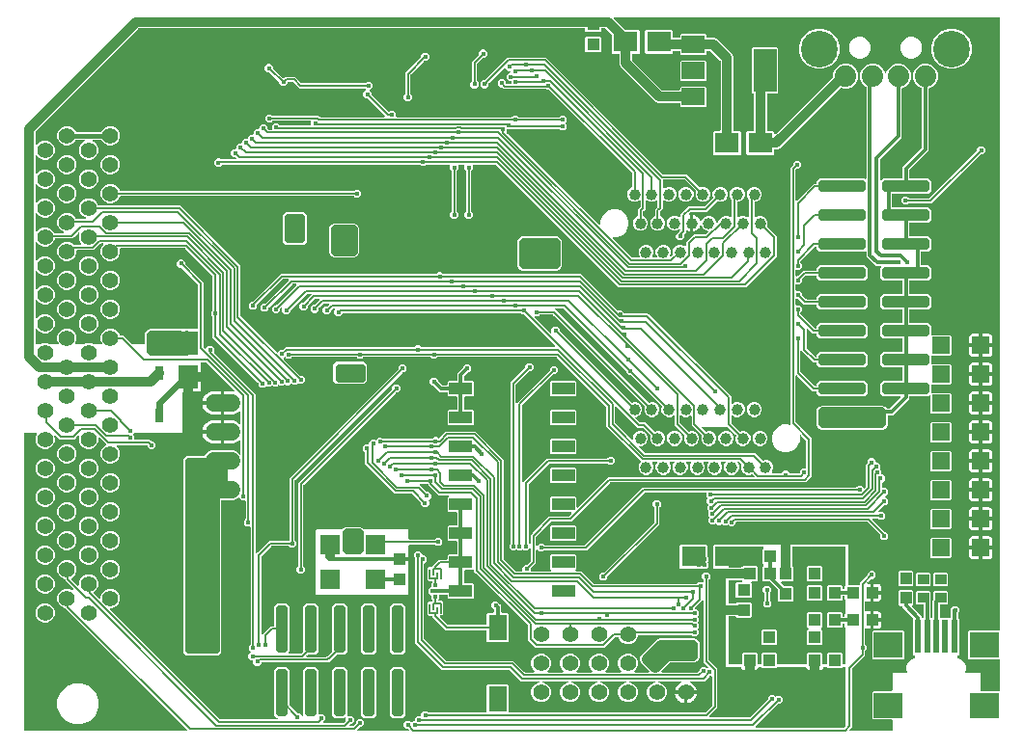
<source format=gbr>
G04 EAGLE Gerber RS-274X export*
G75*
%MOMM*%
%FSLAX34Y34*%
%LPD*%
%INTop Copper*%
%IPPOS*%
%AMOC8*
5,1,8,0,0,1.08239X$1,22.5*%
G01*
%ADD10C,1.408000*%
%ADD11C,1.008000*%
%ADD12R,1.800000X2.150000*%
%ADD13R,2.006600X1.092200*%
%ADD14R,1.050000X1.080000*%
%ADD15R,1.080000X1.050000*%
%ADD16R,2.150000X1.800000*%
%ADD17R,1.100000X1.000000*%
%ADD18R,2.500000X2.200000*%
%ADD19R,0.500000X3.000000*%
%ADD20R,1.000000X1.100000*%
%ADD21R,1.000000X0.900000*%
%ADD22R,1.800000X1.800000*%
%ADD23R,1.500000X1.500000*%
%ADD24R,1.600000X2.300000*%
%ADD25C,0.500000*%
%ADD26R,2.000000X1.500000*%
%ADD27R,2.000000X3.800000*%
%ADD28C,1.524000*%
%ADD29R,0.152400X0.254000*%
%ADD30C,0.152400*%
%ADD31R,0.700000X1.200000*%
%ADD32C,1.879600*%
%ADD33C,3.216000*%
%ADD34C,0.406400*%
%ADD35C,0.304800*%
%ADD36C,0.609600*%
%ADD37C,0.812800*%
%ADD38C,0.406400*%
%ADD39C,0.508000*%
%ADD40C,0.525000*%

G36*
X764668Y4004D02*
X764668Y4004D01*
X764687Y4002D01*
X764789Y4024D01*
X764891Y4040D01*
X764908Y4050D01*
X764928Y4054D01*
X765017Y4107D01*
X765108Y4156D01*
X765122Y4170D01*
X765139Y4180D01*
X765206Y4259D01*
X765278Y4334D01*
X765286Y4352D01*
X765299Y4367D01*
X765338Y4463D01*
X765381Y4557D01*
X765383Y4577D01*
X765391Y4595D01*
X765409Y4762D01*
X765409Y13404D01*
X765406Y13424D01*
X765408Y13443D01*
X765386Y13545D01*
X765370Y13647D01*
X765360Y13664D01*
X765356Y13684D01*
X765303Y13773D01*
X765254Y13864D01*
X765240Y13878D01*
X765230Y13895D01*
X765151Y13962D01*
X765076Y14034D01*
X765058Y14042D01*
X765043Y14055D01*
X764947Y14094D01*
X764853Y14137D01*
X764833Y14139D01*
X764815Y14147D01*
X764648Y14165D01*
X748778Y14165D01*
X747885Y15058D01*
X747885Y38322D01*
X748778Y39215D01*
X764648Y39215D01*
X764668Y39218D01*
X764687Y39216D01*
X764789Y39238D01*
X764891Y39254D01*
X764908Y39264D01*
X764928Y39268D01*
X765017Y39321D01*
X765108Y39370D01*
X765122Y39384D01*
X765139Y39394D01*
X765206Y39473D01*
X765278Y39548D01*
X765286Y39566D01*
X765299Y39581D01*
X765338Y39677D01*
X765381Y39771D01*
X765383Y39791D01*
X765391Y39809D01*
X765409Y39976D01*
X765409Y55190D01*
X765410Y55191D01*
X777933Y55191D01*
X777979Y55198D01*
X778024Y55196D01*
X778099Y55218D01*
X778176Y55230D01*
X778217Y55252D01*
X778261Y55265D01*
X778325Y55309D01*
X778393Y55346D01*
X778425Y55379D01*
X778463Y55405D01*
X778509Y55467D01*
X778563Y55524D01*
X778582Y55566D01*
X778609Y55602D01*
X778634Y55676D01*
X778666Y55747D01*
X778671Y55793D01*
X778686Y55836D01*
X778685Y55914D01*
X778693Y55991D01*
X778684Y56036D01*
X778683Y56082D01*
X778645Y56214D01*
X778641Y56232D01*
X778639Y56236D01*
X778637Y56243D01*
X777909Y57999D01*
X777909Y61381D01*
X779203Y64505D01*
X781595Y66897D01*
X784759Y68207D01*
X784789Y68214D01*
X784891Y68230D01*
X784908Y68240D01*
X784928Y68244D01*
X785017Y68297D01*
X785108Y68346D01*
X785122Y68360D01*
X785139Y68370D01*
X785206Y68449D01*
X785278Y68524D01*
X785286Y68542D01*
X785299Y68557D01*
X785338Y68653D01*
X785381Y68747D01*
X785383Y68767D01*
X785391Y68785D01*
X785409Y68952D01*
X785409Y69904D01*
X785406Y69924D01*
X785408Y69943D01*
X785386Y70045D01*
X785370Y70147D01*
X785360Y70164D01*
X785356Y70184D01*
X785303Y70273D01*
X785254Y70364D01*
X785240Y70378D01*
X785230Y70395D01*
X785151Y70462D01*
X785076Y70534D01*
X785058Y70542D01*
X785043Y70555D01*
X784947Y70594D01*
X784853Y70637D01*
X784833Y70639D01*
X784815Y70647D01*
X784795Y70649D01*
X783885Y71558D01*
X783885Y103028D01*
X783871Y103118D01*
X783863Y103209D01*
X783851Y103239D01*
X783846Y103271D01*
X783803Y103351D01*
X783767Y103435D01*
X783741Y103467D01*
X783730Y103488D01*
X783707Y103510D01*
X783662Y103566D01*
X774191Y113037D01*
X774191Y113254D01*
X774188Y113274D01*
X774190Y113293D01*
X774168Y113395D01*
X774152Y113497D01*
X774142Y113514D01*
X774138Y113534D01*
X774085Y113623D01*
X774036Y113714D01*
X774022Y113728D01*
X774012Y113745D01*
X773933Y113812D01*
X773858Y113884D01*
X773840Y113892D01*
X773825Y113905D01*
X773729Y113944D01*
X773635Y113987D01*
X773615Y113989D01*
X773597Y113997D01*
X773430Y114015D01*
X771608Y114015D01*
X770715Y114908D01*
X770715Y127172D01*
X771608Y128065D01*
X782872Y128065D01*
X783765Y127172D01*
X783765Y114908D01*
X782892Y114036D01*
X782881Y114020D01*
X782865Y114007D01*
X782809Y113920D01*
X782749Y113836D01*
X782743Y113817D01*
X782732Y113800D01*
X782707Y113700D01*
X782676Y113601D01*
X782677Y113581D01*
X782672Y113562D01*
X782680Y113459D01*
X782683Y113355D01*
X782690Y113336D01*
X782691Y113317D01*
X782731Y113222D01*
X782767Y113124D01*
X782780Y113109D01*
X782787Y113090D01*
X782892Y112959D01*
X790959Y104893D01*
X790959Y104113D01*
X790973Y104023D01*
X790981Y103932D01*
X790993Y103902D01*
X790998Y103870D01*
X791041Y103790D01*
X791077Y103706D01*
X791103Y103673D01*
X791114Y103653D01*
X791137Y103631D01*
X791182Y103575D01*
X791372Y103385D01*
X791388Y103373D01*
X791400Y103357D01*
X791487Y103302D01*
X791571Y103241D01*
X791590Y103235D01*
X791607Y103224D01*
X791707Y103199D01*
X791806Y103169D01*
X791826Y103169D01*
X791846Y103164D01*
X791949Y103172D01*
X792052Y103175D01*
X792071Y103182D01*
X792091Y103183D01*
X792187Y103224D01*
X792283Y103259D01*
X792299Y103272D01*
X792317Y103280D01*
X792448Y103385D01*
X792638Y103575D01*
X792692Y103649D01*
X792751Y103718D01*
X792763Y103748D01*
X792782Y103774D01*
X792809Y103861D01*
X792843Y103946D01*
X792847Y103987D01*
X792854Y104009D01*
X792853Y104042D01*
X792861Y104113D01*
X792861Y114754D01*
X792858Y114774D01*
X792860Y114793D01*
X792838Y114895D01*
X792822Y114997D01*
X792812Y115014D01*
X792808Y115034D01*
X792755Y115123D01*
X792706Y115214D01*
X792692Y115228D01*
X792682Y115245D01*
X792603Y115312D01*
X792528Y115384D01*
X792510Y115392D01*
X792495Y115405D01*
X792399Y115444D01*
X792305Y115487D01*
X792285Y115489D01*
X792267Y115497D01*
X792100Y115515D01*
X786848Y115515D01*
X785955Y116408D01*
X785955Y126672D01*
X786848Y127565D01*
X798112Y127565D01*
X799005Y126672D01*
X799005Y116282D01*
X798977Y116214D01*
X798973Y116173D01*
X798966Y116151D01*
X798967Y116118D01*
X798959Y116047D01*
X798959Y104113D01*
X798973Y104023D01*
X798981Y103932D01*
X798993Y103902D01*
X798998Y103870D01*
X799041Y103789D01*
X799077Y103706D01*
X799103Y103673D01*
X799114Y103653D01*
X799137Y103631D01*
X799182Y103575D01*
X799372Y103385D01*
X799388Y103373D01*
X799400Y103357D01*
X799488Y103301D01*
X799571Y103241D01*
X799590Y103235D01*
X799607Y103224D01*
X799708Y103199D01*
X799807Y103169D01*
X799826Y103169D01*
X799846Y103164D01*
X799949Y103172D01*
X800052Y103175D01*
X800071Y103182D01*
X800091Y103183D01*
X800186Y103224D01*
X800283Y103259D01*
X800299Y103272D01*
X800317Y103280D01*
X800448Y103385D01*
X800638Y103575D01*
X800692Y103649D01*
X800751Y103718D01*
X800763Y103748D01*
X800782Y103774D01*
X800809Y103861D01*
X800843Y103946D01*
X800847Y103987D01*
X800854Y104009D01*
X800853Y104042D01*
X800861Y104113D01*
X800861Y118993D01*
X800972Y119104D01*
X801025Y119178D01*
X801085Y119247D01*
X801097Y119277D01*
X801116Y119304D01*
X801143Y119391D01*
X801177Y119475D01*
X801181Y119516D01*
X801188Y119539D01*
X801187Y119571D01*
X801195Y119642D01*
X801195Y126672D01*
X802088Y127565D01*
X813352Y127565D01*
X814245Y126672D01*
X814245Y116408D01*
X813352Y115515D01*
X807720Y115515D01*
X807700Y115512D01*
X807681Y115514D01*
X807579Y115492D01*
X807477Y115476D01*
X807460Y115466D01*
X807440Y115462D01*
X807351Y115409D01*
X807260Y115360D01*
X807246Y115346D01*
X807229Y115336D01*
X807162Y115257D01*
X807090Y115182D01*
X807082Y115164D01*
X807069Y115149D01*
X807030Y115053D01*
X806987Y114959D01*
X806985Y114939D01*
X806977Y114921D01*
X806959Y114754D01*
X806959Y104113D01*
X806973Y104023D01*
X806981Y103932D01*
X806993Y103902D01*
X806998Y103870D01*
X807041Y103789D01*
X807077Y103706D01*
X807103Y103673D01*
X807114Y103653D01*
X807137Y103631D01*
X807182Y103575D01*
X807372Y103385D01*
X807388Y103373D01*
X807400Y103357D01*
X807488Y103301D01*
X807571Y103241D01*
X807590Y103235D01*
X807607Y103224D01*
X807708Y103199D01*
X807807Y103169D01*
X807826Y103169D01*
X807846Y103164D01*
X807949Y103172D01*
X808052Y103175D01*
X808071Y103182D01*
X808091Y103183D01*
X808186Y103224D01*
X808283Y103259D01*
X808299Y103272D01*
X808317Y103280D01*
X808448Y103385D01*
X808778Y103715D01*
X815042Y103715D01*
X815372Y103385D01*
X815388Y103373D01*
X815400Y103357D01*
X815487Y103301D01*
X815571Y103241D01*
X815590Y103235D01*
X815607Y103224D01*
X815708Y103199D01*
X815807Y103169D01*
X815826Y103169D01*
X815846Y103164D01*
X815949Y103172D01*
X816052Y103175D01*
X816071Y103182D01*
X816091Y103183D01*
X816186Y103224D01*
X816283Y103259D01*
X816299Y103272D01*
X816317Y103280D01*
X816448Y103385D01*
X816638Y103575D01*
X816692Y103649D01*
X816751Y103718D01*
X816763Y103748D01*
X816782Y103774D01*
X816809Y103861D01*
X816843Y103946D01*
X816847Y103987D01*
X816854Y104009D01*
X816853Y104042D01*
X816861Y104113D01*
X816861Y111542D01*
X816863Y111560D01*
X816863Y111963D01*
X818947Y114047D01*
X821893Y114047D01*
X823977Y111963D01*
X823977Y109017D01*
X823182Y108222D01*
X823129Y108148D01*
X823069Y108078D01*
X823057Y108048D01*
X823038Y108022D01*
X823011Y107935D01*
X822977Y107850D01*
X822973Y107809D01*
X822966Y107787D01*
X822967Y107755D01*
X822959Y107683D01*
X822959Y104113D01*
X822973Y104023D01*
X822981Y103932D01*
X822993Y103902D01*
X822998Y103870D01*
X823041Y103789D01*
X823077Y103706D01*
X823103Y103673D01*
X823114Y103653D01*
X823137Y103631D01*
X823182Y103575D01*
X823935Y102822D01*
X823935Y71558D01*
X823016Y70640D01*
X822929Y70626D01*
X822912Y70616D01*
X822892Y70612D01*
X822803Y70559D01*
X822712Y70510D01*
X822698Y70496D01*
X822681Y70486D01*
X822614Y70407D01*
X822542Y70332D01*
X822534Y70314D01*
X822521Y70299D01*
X822482Y70203D01*
X822439Y70109D01*
X822437Y70089D01*
X822429Y70071D01*
X822411Y69904D01*
X822411Y68952D01*
X822414Y68932D01*
X822412Y68913D01*
X822434Y68811D01*
X822450Y68709D01*
X822460Y68692D01*
X822464Y68672D01*
X822517Y68583D01*
X822566Y68492D01*
X822580Y68478D01*
X822590Y68461D01*
X822669Y68394D01*
X822744Y68322D01*
X822762Y68314D01*
X822777Y68301D01*
X822873Y68262D01*
X822967Y68219D01*
X822987Y68217D01*
X823005Y68209D01*
X823075Y68201D01*
X826225Y66897D01*
X828617Y64505D01*
X829911Y61381D01*
X829911Y57999D01*
X829183Y56243D01*
X829173Y56199D01*
X829154Y56157D01*
X829145Y56080D01*
X829127Y56004D01*
X829132Y55958D01*
X829127Y55913D01*
X829143Y55836D01*
X829150Y55759D01*
X829169Y55717D01*
X829179Y55672D01*
X829219Y55605D01*
X829250Y55534D01*
X829281Y55500D01*
X829305Y55461D01*
X829364Y55410D01*
X829417Y55353D01*
X829457Y55331D01*
X829492Y55301D01*
X829564Y55272D01*
X829632Y55235D01*
X829677Y55226D01*
X829720Y55209D01*
X829856Y55194D01*
X829874Y55191D01*
X829879Y55192D01*
X829887Y55191D01*
X842410Y55191D01*
X842411Y55190D01*
X842411Y39976D01*
X842414Y39956D01*
X842412Y39937D01*
X842434Y39835D01*
X842450Y39733D01*
X842460Y39716D01*
X842464Y39696D01*
X842517Y39607D01*
X842566Y39516D01*
X842580Y39502D01*
X842590Y39485D01*
X842669Y39418D01*
X842744Y39346D01*
X842762Y39338D01*
X842777Y39325D01*
X842873Y39286D01*
X842967Y39243D01*
X842987Y39241D01*
X843005Y39233D01*
X843172Y39215D01*
X858838Y39215D01*
X858858Y39218D01*
X858877Y39216D01*
X858979Y39238D01*
X859081Y39254D01*
X859098Y39264D01*
X859118Y39268D01*
X859207Y39321D01*
X859298Y39370D01*
X859312Y39384D01*
X859329Y39394D01*
X859396Y39473D01*
X859468Y39548D01*
X859476Y39566D01*
X859489Y39581D01*
X859528Y39677D01*
X859571Y39771D01*
X859573Y39791D01*
X859581Y39809D01*
X859599Y39976D01*
X859599Y66404D01*
X859596Y66424D01*
X859598Y66443D01*
X859576Y66544D01*
X859560Y66647D01*
X859550Y66664D01*
X859546Y66684D01*
X859493Y66773D01*
X859444Y66864D01*
X859430Y66878D01*
X859420Y66895D01*
X859341Y66962D01*
X859266Y67034D01*
X859248Y67042D01*
X859233Y67055D01*
X859137Y67094D01*
X859043Y67137D01*
X859023Y67139D01*
X859005Y67147D01*
X858838Y67165D01*
X832778Y67165D01*
X831885Y68058D01*
X831885Y91322D01*
X832778Y92215D01*
X858838Y92215D01*
X858858Y92218D01*
X858877Y92216D01*
X858979Y92238D01*
X859081Y92254D01*
X859098Y92264D01*
X859118Y92268D01*
X859207Y92321D01*
X859298Y92370D01*
X859312Y92384D01*
X859329Y92394D01*
X859396Y92473D01*
X859468Y92548D01*
X859476Y92566D01*
X859489Y92581D01*
X859528Y92677D01*
X859571Y92771D01*
X859573Y92791D01*
X859581Y92809D01*
X859599Y92976D01*
X859599Y630238D01*
X859596Y630258D01*
X859598Y630277D01*
X859576Y630379D01*
X859560Y630481D01*
X859550Y630498D01*
X859546Y630518D01*
X859493Y630607D01*
X859444Y630698D01*
X859430Y630712D01*
X859420Y630729D01*
X859341Y630796D01*
X859266Y630868D01*
X859248Y630876D01*
X859233Y630889D01*
X859137Y630928D01*
X859043Y630971D01*
X859023Y630973D01*
X859005Y630981D01*
X858838Y630999D01*
X521742Y630999D01*
X521671Y630988D01*
X521600Y630986D01*
X521551Y630968D01*
X521499Y630960D01*
X521436Y630926D01*
X521369Y630901D01*
X521328Y630869D01*
X521282Y630844D01*
X521233Y630792D01*
X521177Y630748D01*
X521149Y630704D01*
X521113Y630666D01*
X521083Y630601D01*
X521044Y630541D01*
X521031Y630490D01*
X521009Y630443D01*
X521001Y630372D01*
X520984Y630302D01*
X520988Y630250D01*
X520982Y630199D01*
X520997Y630128D01*
X521003Y630057D01*
X521023Y630009D01*
X521034Y629958D01*
X521071Y629897D01*
X521099Y629831D01*
X521144Y629775D01*
X521160Y629747D01*
X521178Y629732D01*
X521204Y629700D01*
X530556Y620348D01*
X530630Y620295D01*
X530699Y620235D01*
X530730Y620223D01*
X530756Y620204D01*
X530843Y620177D01*
X530928Y620143D01*
X530968Y620139D01*
X530991Y620132D01*
X531023Y620133D01*
X531094Y620125D01*
X542732Y620125D01*
X543625Y619232D01*
X543625Y599968D01*
X542732Y599075D01*
X537700Y599075D01*
X537680Y599072D01*
X537661Y599074D01*
X537559Y599052D01*
X537457Y599036D01*
X537440Y599026D01*
X537420Y599022D01*
X537331Y598969D01*
X537240Y598920D01*
X537226Y598906D01*
X537209Y598896D01*
X537142Y598817D01*
X537070Y598742D01*
X537062Y598724D01*
X537049Y598709D01*
X537010Y598613D01*
X536967Y598519D01*
X536965Y598499D01*
X536957Y598481D01*
X536939Y598314D01*
X536939Y593700D01*
X536953Y593610D01*
X536961Y593519D01*
X536973Y593489D01*
X536978Y593457D01*
X537021Y593377D01*
X537057Y593293D01*
X537083Y593261D01*
X537094Y593240D01*
X537117Y593218D01*
X537162Y593162D01*
X563312Y567012D01*
X563386Y566959D01*
X563455Y566899D01*
X563486Y566887D01*
X563512Y566868D01*
X563599Y566841D01*
X563684Y566807D01*
X563724Y566803D01*
X563747Y566796D01*
X563779Y566797D01*
X563850Y566789D01*
X578514Y566789D01*
X578534Y566792D01*
X578553Y566790D01*
X578655Y566812D01*
X578757Y566828D01*
X578774Y566838D01*
X578794Y566842D01*
X578883Y566895D01*
X578974Y566944D01*
X578988Y566958D01*
X579005Y566968D01*
X579072Y567047D01*
X579144Y567122D01*
X579152Y567140D01*
X579165Y567155D01*
X579204Y567251D01*
X579247Y567345D01*
X579249Y567365D01*
X579257Y567383D01*
X579275Y567550D01*
X579275Y569332D01*
X580168Y570225D01*
X601432Y570225D01*
X602325Y569332D01*
X602325Y553068D01*
X601432Y552175D01*
X580168Y552175D01*
X579275Y553068D01*
X579275Y554850D01*
X579272Y554870D01*
X579274Y554889D01*
X579252Y554991D01*
X579236Y555093D01*
X579226Y555110D01*
X579222Y555130D01*
X579169Y555219D01*
X579120Y555310D01*
X579106Y555324D01*
X579096Y555341D01*
X579017Y555408D01*
X578942Y555480D01*
X578924Y555488D01*
X578909Y555501D01*
X578813Y555540D01*
X578719Y555583D01*
X578699Y555585D01*
X578681Y555593D01*
X578514Y555611D01*
X560108Y555611D01*
X558054Y556462D01*
X556375Y558141D01*
X528291Y586225D01*
X526612Y587904D01*
X525761Y589958D01*
X525761Y598314D01*
X525758Y598334D01*
X525760Y598353D01*
X525738Y598455D01*
X525722Y598557D01*
X525712Y598574D01*
X525708Y598594D01*
X525655Y598683D01*
X525606Y598774D01*
X525592Y598788D01*
X525582Y598805D01*
X525503Y598872D01*
X525428Y598944D01*
X525410Y598952D01*
X525395Y598965D01*
X525299Y599004D01*
X525205Y599047D01*
X525185Y599049D01*
X525167Y599057D01*
X525000Y599075D01*
X519968Y599075D01*
X519075Y599968D01*
X519075Y615706D01*
X519061Y615796D01*
X519053Y615887D01*
X519041Y615917D01*
X519036Y615948D01*
X518993Y616029D01*
X518957Y616113D01*
X518931Y616145D01*
X518920Y616166D01*
X518897Y616188D01*
X518852Y616244D01*
X513972Y621124D01*
X513898Y621177D01*
X513829Y621237D01*
X513798Y621249D01*
X513772Y621268D01*
X513685Y621295D01*
X513600Y621329D01*
X513560Y621333D01*
X513537Y621340D01*
X513505Y621339D01*
X513434Y621347D01*
X510606Y621347D01*
X510586Y621344D01*
X510567Y621346D01*
X510465Y621324D01*
X510363Y621308D01*
X510346Y621298D01*
X510326Y621294D01*
X510237Y621241D01*
X510146Y621192D01*
X510132Y621178D01*
X510115Y621168D01*
X510048Y621089D01*
X509976Y621014D01*
X509968Y620996D01*
X509955Y620981D01*
X509916Y620885D01*
X509873Y620791D01*
X509871Y620771D01*
X509863Y620753D01*
X509845Y620586D01*
X509845Y618818D01*
X508952Y617925D01*
X496888Y617925D01*
X495995Y618818D01*
X495995Y620586D01*
X495992Y620606D01*
X495994Y620625D01*
X495972Y620727D01*
X495956Y620829D01*
X495946Y620846D01*
X495942Y620866D01*
X495889Y620955D01*
X495840Y621046D01*
X495826Y621060D01*
X495816Y621077D01*
X495737Y621144D01*
X495662Y621216D01*
X495644Y621224D01*
X495629Y621237D01*
X495533Y621276D01*
X495439Y621319D01*
X495419Y621321D01*
X495401Y621329D01*
X495234Y621347D01*
X104520Y621347D01*
X104429Y621333D01*
X104339Y621325D01*
X104309Y621313D01*
X104277Y621308D01*
X104196Y621265D01*
X104112Y621229D01*
X104080Y621203D01*
X104059Y621192D01*
X104037Y621169D01*
X103981Y621124D01*
X13876Y531019D01*
X13823Y530945D01*
X13763Y530875D01*
X13751Y530845D01*
X13732Y530819D01*
X13705Y530732D01*
X13671Y530647D01*
X13667Y530606D01*
X13660Y530584D01*
X13661Y530552D01*
X13653Y530480D01*
X13653Y519823D01*
X13664Y519752D01*
X13666Y519680D01*
X13684Y519632D01*
X13692Y519580D01*
X13726Y519517D01*
X13751Y519449D01*
X13783Y519409D01*
X13808Y519363D01*
X13860Y519313D01*
X13904Y519257D01*
X13948Y519229D01*
X13986Y519193D01*
X14051Y519163D01*
X14111Y519124D01*
X14162Y519112D01*
X14209Y519090D01*
X14280Y519082D01*
X14350Y519064D01*
X14402Y519068D01*
X14453Y519063D01*
X14524Y519078D01*
X14595Y519084D01*
X14643Y519104D01*
X14694Y519115D01*
X14755Y519152D01*
X14821Y519180D01*
X14877Y519225D01*
X14905Y519241D01*
X14920Y519259D01*
X14952Y519285D01*
X17278Y521611D01*
X20426Y522915D01*
X23834Y522915D01*
X26982Y521611D01*
X29391Y519202D01*
X30695Y516054D01*
X30695Y512646D01*
X29391Y509498D01*
X26982Y507089D01*
X23834Y505785D01*
X20426Y505785D01*
X17278Y507089D01*
X14952Y509415D01*
X14894Y509457D01*
X14842Y509507D01*
X14795Y509529D01*
X14753Y509559D01*
X14684Y509580D01*
X14619Y509610D01*
X14567Y509616D01*
X14517Y509631D01*
X14446Y509629D01*
X14375Y509637D01*
X14324Y509626D01*
X14272Y509625D01*
X14204Y509600D01*
X14134Y509585D01*
X14089Y509558D01*
X14041Y509540D01*
X13985Y509496D01*
X13923Y509459D01*
X13889Y509419D01*
X13849Y509387D01*
X13810Y509326D01*
X13763Y509272D01*
X13744Y509224D01*
X13716Y509180D01*
X13698Y509110D01*
X13671Y509044D01*
X13663Y508972D01*
X13655Y508941D01*
X13657Y508918D01*
X13653Y508877D01*
X13653Y494423D01*
X13664Y494352D01*
X13666Y494280D01*
X13684Y494232D01*
X13692Y494180D01*
X13726Y494117D01*
X13751Y494049D01*
X13783Y494009D01*
X13808Y493963D01*
X13860Y493913D01*
X13904Y493857D01*
X13948Y493829D01*
X13986Y493793D01*
X14051Y493763D01*
X14111Y493724D01*
X14162Y493712D01*
X14209Y493690D01*
X14280Y493682D01*
X14350Y493664D01*
X14402Y493668D01*
X14453Y493663D01*
X14524Y493678D01*
X14595Y493684D01*
X14643Y493704D01*
X14694Y493715D01*
X14755Y493752D01*
X14821Y493780D01*
X14877Y493825D01*
X14905Y493841D01*
X14920Y493859D01*
X14952Y493885D01*
X17278Y496211D01*
X20426Y497515D01*
X23834Y497515D01*
X26982Y496211D01*
X29391Y493802D01*
X30695Y490654D01*
X30695Y487246D01*
X29391Y484098D01*
X26982Y481689D01*
X23834Y480385D01*
X20426Y480385D01*
X17278Y481689D01*
X14952Y484015D01*
X14894Y484057D01*
X14842Y484107D01*
X14795Y484129D01*
X14753Y484159D01*
X14684Y484180D01*
X14619Y484210D01*
X14567Y484216D01*
X14517Y484231D01*
X14446Y484229D01*
X14375Y484237D01*
X14324Y484226D01*
X14272Y484225D01*
X14204Y484200D01*
X14134Y484185D01*
X14089Y484158D01*
X14041Y484140D01*
X13985Y484096D01*
X13923Y484059D01*
X13889Y484019D01*
X13849Y483987D01*
X13810Y483926D01*
X13763Y483872D01*
X13744Y483824D01*
X13716Y483780D01*
X13698Y483710D01*
X13671Y483644D01*
X13663Y483572D01*
X13655Y483541D01*
X13657Y483518D01*
X13653Y483477D01*
X13653Y469023D01*
X13664Y468952D01*
X13666Y468880D01*
X13684Y468832D01*
X13692Y468780D01*
X13726Y468717D01*
X13751Y468649D01*
X13783Y468609D01*
X13808Y468563D01*
X13860Y468513D01*
X13904Y468457D01*
X13948Y468429D01*
X13986Y468393D01*
X14051Y468363D01*
X14111Y468324D01*
X14162Y468312D01*
X14209Y468290D01*
X14280Y468282D01*
X14350Y468264D01*
X14402Y468268D01*
X14453Y468263D01*
X14524Y468278D01*
X14595Y468284D01*
X14643Y468304D01*
X14694Y468315D01*
X14755Y468352D01*
X14821Y468380D01*
X14877Y468425D01*
X14905Y468441D01*
X14920Y468459D01*
X14952Y468485D01*
X17278Y470811D01*
X20426Y472115D01*
X23834Y472115D01*
X26982Y470811D01*
X29391Y468402D01*
X30695Y465254D01*
X30695Y461846D01*
X29391Y458698D01*
X26982Y456289D01*
X23834Y454985D01*
X20426Y454985D01*
X17278Y456289D01*
X14952Y458615D01*
X14894Y458657D01*
X14842Y458707D01*
X14795Y458729D01*
X14753Y458759D01*
X14684Y458780D01*
X14619Y458810D01*
X14567Y458816D01*
X14517Y458831D01*
X14446Y458829D01*
X14375Y458837D01*
X14324Y458826D01*
X14272Y458825D01*
X14204Y458800D01*
X14134Y458785D01*
X14089Y458758D01*
X14041Y458740D01*
X13985Y458696D01*
X13923Y458659D01*
X13889Y458619D01*
X13849Y458587D01*
X13810Y458526D01*
X13763Y458472D01*
X13744Y458424D01*
X13716Y458380D01*
X13698Y458310D01*
X13671Y458244D01*
X13663Y458172D01*
X13655Y458141D01*
X13657Y458118D01*
X13653Y458077D01*
X13653Y443623D01*
X13664Y443552D01*
X13666Y443480D01*
X13684Y443432D01*
X13692Y443380D01*
X13726Y443317D01*
X13751Y443249D01*
X13783Y443209D01*
X13808Y443163D01*
X13860Y443113D01*
X13904Y443057D01*
X13948Y443029D01*
X13986Y442993D01*
X14051Y442963D01*
X14111Y442924D01*
X14162Y442912D01*
X14209Y442890D01*
X14280Y442882D01*
X14350Y442864D01*
X14402Y442868D01*
X14453Y442863D01*
X14524Y442878D01*
X14595Y442884D01*
X14643Y442904D01*
X14694Y442915D01*
X14755Y442952D01*
X14821Y442980D01*
X14877Y443025D01*
X14905Y443041D01*
X14920Y443059D01*
X14952Y443085D01*
X17278Y445411D01*
X20426Y446715D01*
X23834Y446715D01*
X26982Y445411D01*
X29391Y443002D01*
X29913Y441741D01*
X29975Y441641D01*
X30035Y441541D01*
X30039Y441537D01*
X30043Y441532D01*
X30133Y441457D01*
X30222Y441381D01*
X30227Y441379D01*
X30232Y441375D01*
X30341Y441333D01*
X30450Y441289D01*
X30457Y441288D01*
X30462Y441287D01*
X30480Y441286D01*
X30616Y441271D01*
X38149Y441271D01*
X38245Y441286D01*
X38342Y441296D01*
X38366Y441306D01*
X38391Y441310D01*
X38477Y441356D01*
X38566Y441396D01*
X38586Y441413D01*
X38609Y441426D01*
X38676Y441496D01*
X38747Y441562D01*
X38760Y441585D01*
X38778Y441604D01*
X38819Y441692D01*
X38866Y441778D01*
X38871Y441803D01*
X38882Y441827D01*
X38892Y441924D01*
X38910Y442020D01*
X38906Y442046D01*
X38909Y442071D01*
X38888Y442167D01*
X38874Y442263D01*
X38862Y442286D01*
X38857Y442312D01*
X38807Y442395D01*
X38762Y442482D01*
X38744Y442501D01*
X38730Y442523D01*
X38656Y442586D01*
X38587Y442654D01*
X38558Y442670D01*
X38543Y442683D01*
X38513Y442695D01*
X38440Y442735D01*
X36378Y443589D01*
X33969Y445998D01*
X32665Y449146D01*
X32665Y452554D01*
X33969Y455702D01*
X36378Y458111D01*
X39526Y459415D01*
X42934Y459415D01*
X46082Y458111D01*
X48491Y455702D01*
X49013Y454441D01*
X49075Y454341D01*
X49135Y454241D01*
X49139Y454237D01*
X49143Y454232D01*
X49233Y454157D01*
X49322Y454081D01*
X49327Y454079D01*
X49332Y454075D01*
X49441Y454033D01*
X49550Y453989D01*
X49557Y453988D01*
X49562Y453987D01*
X49580Y453986D01*
X49716Y453971D01*
X57249Y453971D01*
X57345Y453986D01*
X57442Y453996D01*
X57466Y454006D01*
X57491Y454010D01*
X57577Y454056D01*
X57666Y454096D01*
X57686Y454113D01*
X57709Y454126D01*
X57776Y454196D01*
X57848Y454262D01*
X57860Y454285D01*
X57878Y454304D01*
X57919Y454392D01*
X57966Y454478D01*
X57971Y454503D01*
X57982Y454527D01*
X57992Y454624D01*
X58010Y454720D01*
X58006Y454746D01*
X58009Y454771D01*
X57988Y454867D01*
X57974Y454963D01*
X57962Y454986D01*
X57957Y455012D01*
X57907Y455095D01*
X57863Y455182D01*
X57844Y455201D01*
X57830Y455223D01*
X57757Y455286D01*
X57687Y455354D01*
X57658Y455370D01*
X57644Y455383D01*
X57613Y455395D01*
X57540Y455435D01*
X55478Y456289D01*
X53069Y458698D01*
X51765Y461846D01*
X51765Y465254D01*
X53069Y468402D01*
X55478Y470811D01*
X58626Y472115D01*
X62034Y472115D01*
X65182Y470811D01*
X67591Y468402D01*
X68459Y466307D01*
X68520Y466207D01*
X68580Y466107D01*
X68585Y466103D01*
X68588Y466098D01*
X68679Y466023D01*
X68767Y465947D01*
X68773Y465945D01*
X68778Y465941D01*
X68886Y465899D01*
X68995Y465855D01*
X69003Y465854D01*
X69007Y465853D01*
X69026Y465852D01*
X69162Y465837D01*
X140647Y465837D01*
X193549Y412935D01*
X193549Y368801D01*
X193563Y368710D01*
X193571Y368620D01*
X193583Y368590D01*
X193588Y368558D01*
X193631Y368477D01*
X193667Y368393D01*
X193693Y368361D01*
X193704Y368340D01*
X193727Y368318D01*
X193772Y368262D01*
X225259Y336775D01*
X225275Y336764D01*
X225287Y336748D01*
X225375Y336692D01*
X225458Y336632D01*
X225477Y336626D01*
X225494Y336615D01*
X225595Y336590D01*
X225693Y336559D01*
X225713Y336560D01*
X225733Y336555D01*
X225836Y336563D01*
X225939Y336566D01*
X225958Y336573D01*
X225978Y336574D01*
X226073Y336614D01*
X226170Y336650D01*
X226186Y336663D01*
X226204Y336670D01*
X226335Y336775D01*
X228275Y338715D01*
X229756Y338715D01*
X229846Y338730D01*
X229937Y338737D01*
X229967Y338750D01*
X229999Y338755D01*
X230079Y338798D01*
X230163Y338833D01*
X230195Y338859D01*
X230216Y338870D01*
X230238Y338893D01*
X230294Y338938D01*
X232834Y341478D01*
X346090Y341478D01*
X346180Y341493D01*
X346271Y341500D01*
X346301Y341513D01*
X346333Y341518D01*
X346413Y341561D01*
X346497Y341596D01*
X346529Y341622D01*
X346550Y341633D01*
X346572Y341656D01*
X346628Y341701D01*
X347675Y342748D01*
X350622Y342748D01*
X351669Y341701D01*
X351743Y341648D01*
X351812Y341589D01*
X351842Y341577D01*
X351868Y341558D01*
X351955Y341531D01*
X352040Y341497D01*
X352081Y341492D01*
X352104Y341485D01*
X352136Y341486D01*
X352207Y341478D01*
X468939Y341478D01*
X469010Y341490D01*
X469082Y341492D01*
X469131Y341510D01*
X469182Y341518D01*
X469245Y341552D01*
X469313Y341576D01*
X469354Y341609D01*
X469400Y341633D01*
X469449Y341685D01*
X469505Y341730D01*
X469533Y341774D01*
X469569Y341811D01*
X469599Y341876D01*
X469638Y341937D01*
X469651Y341987D01*
X469673Y342035D01*
X469680Y342106D01*
X469698Y342175D01*
X469694Y342227D01*
X469700Y342279D01*
X469684Y342349D01*
X469679Y342421D01*
X469658Y342468D01*
X469647Y342519D01*
X469611Y342581D01*
X469583Y342647D01*
X469538Y342703D01*
X469521Y342730D01*
X469503Y342746D01*
X469478Y342778D01*
X442655Y369600D01*
X442581Y369653D01*
X442512Y369713D01*
X442482Y369725D01*
X442455Y369744D01*
X442369Y369771D01*
X442284Y369805D01*
X442243Y369809D01*
X442220Y369816D01*
X442188Y369815D01*
X442117Y369823D01*
X440636Y369823D01*
X439589Y370870D01*
X439515Y370923D01*
X439446Y370983D01*
X439416Y370995D01*
X439389Y371014D01*
X439302Y371041D01*
X439218Y371075D01*
X439177Y371079D01*
X439154Y371086D01*
X439122Y371085D01*
X439051Y371093D01*
X283718Y371093D01*
X283698Y371090D01*
X283679Y371092D01*
X283577Y371070D01*
X283475Y371054D01*
X283458Y371044D01*
X283438Y371040D01*
X283349Y370987D01*
X283258Y370938D01*
X283244Y370924D01*
X283227Y370914D01*
X283183Y370862D01*
X283180Y370860D01*
X280873Y368553D01*
X277927Y368553D01*
X275843Y370637D01*
X275843Y373583D01*
X276372Y374112D01*
X276414Y374170D01*
X276463Y374222D01*
X276485Y374269D01*
X276515Y374311D01*
X276536Y374380D01*
X276567Y374445D01*
X276572Y374497D01*
X276588Y374547D01*
X276586Y374618D01*
X276594Y374689D01*
X276583Y374740D01*
X276581Y374792D01*
X276557Y374860D01*
X276541Y374930D01*
X276515Y374975D01*
X276497Y375023D01*
X276452Y375079D01*
X276415Y375141D01*
X276376Y375175D01*
X276343Y375215D01*
X276283Y375254D01*
X276228Y375301D01*
X276180Y375320D01*
X276136Y375348D01*
X276067Y375366D01*
X276000Y375393D01*
X275929Y375401D01*
X275898Y375409D01*
X275874Y375407D01*
X275833Y375411D01*
X274821Y375411D01*
X274730Y375397D01*
X274640Y375389D01*
X274610Y375377D01*
X274578Y375372D01*
X274497Y375329D01*
X274413Y375293D01*
X274381Y375267D01*
X274360Y375256D01*
X274338Y375233D01*
X274282Y375188D01*
X273020Y373926D01*
X272967Y373852D01*
X272907Y373782D01*
X272895Y373752D01*
X272876Y373726D01*
X272849Y373639D01*
X272815Y373554D01*
X272811Y373513D01*
X272804Y373491D01*
X272805Y373459D01*
X272797Y373387D01*
X272797Y371907D01*
X270713Y369823D01*
X267767Y369823D01*
X265683Y371907D01*
X265683Y374853D01*
X267767Y376937D01*
X269247Y376937D01*
X269338Y376951D01*
X269428Y376959D01*
X269458Y376971D01*
X269490Y376976D01*
X269571Y377019D01*
X269655Y377055D01*
X269687Y377081D01*
X269708Y377092D01*
X269730Y377115D01*
X269786Y377160D01*
X271056Y378430D01*
X271098Y378488D01*
X271147Y378540D01*
X271169Y378587D01*
X271199Y378629D01*
X271220Y378698D01*
X271251Y378763D01*
X271256Y378815D01*
X271272Y378865D01*
X271270Y378936D01*
X271278Y379007D01*
X271267Y379058D01*
X271265Y379110D01*
X271241Y379178D01*
X271226Y379248D01*
X271199Y379293D01*
X271181Y379341D01*
X271136Y379397D01*
X271099Y379459D01*
X271060Y379493D01*
X271027Y379533D01*
X270967Y379572D01*
X270912Y379619D01*
X270864Y379638D01*
X270820Y379666D01*
X270751Y379684D01*
X270684Y379711D01*
X270613Y379719D01*
X270582Y379727D01*
X270558Y379725D01*
X270518Y379729D01*
X266439Y379729D01*
X266348Y379715D01*
X266258Y379707D01*
X266228Y379695D01*
X266196Y379690D01*
X266115Y379647D01*
X266031Y379611D01*
X265999Y379585D01*
X265978Y379574D01*
X265956Y379551D01*
X265900Y379506D01*
X262580Y376186D01*
X262527Y376112D01*
X262467Y376042D01*
X262455Y376012D01*
X262436Y375986D01*
X262409Y375899D01*
X262375Y375814D01*
X262371Y375773D01*
X262364Y375751D01*
X262365Y375719D01*
X262357Y375647D01*
X262357Y373457D01*
X260273Y371373D01*
X257327Y371373D01*
X255243Y373457D01*
X255243Y376403D01*
X257327Y378487D01*
X258097Y378487D01*
X258188Y378501D01*
X258278Y378509D01*
X258308Y378521D01*
X258340Y378526D01*
X258421Y378569D01*
X258505Y378605D01*
X258537Y378631D01*
X258558Y378642D01*
X258580Y378665D01*
X258636Y378710D01*
X262674Y382748D01*
X262716Y382806D01*
X262765Y382858D01*
X262787Y382905D01*
X262817Y382947D01*
X262838Y383016D01*
X262869Y383081D01*
X262874Y383133D01*
X262890Y383183D01*
X262888Y383254D01*
X262896Y383325D01*
X262885Y383376D01*
X262883Y383428D01*
X262859Y383496D01*
X262844Y383566D01*
X262817Y383611D01*
X262799Y383659D01*
X262754Y383715D01*
X262717Y383777D01*
X262678Y383811D01*
X262645Y383851D01*
X262585Y383890D01*
X262530Y383937D01*
X262482Y383956D01*
X262438Y383984D01*
X262369Y384002D01*
X262302Y384029D01*
X262231Y384037D01*
X262200Y384045D01*
X262176Y384043D01*
X262136Y384047D01*
X259327Y384047D01*
X259236Y384033D01*
X259146Y384025D01*
X259116Y384013D01*
X259084Y384008D01*
X259003Y383965D01*
X258919Y383929D01*
X258887Y383903D01*
X258866Y383892D01*
X258844Y383869D01*
X258788Y383824D01*
X252700Y377736D01*
X252647Y377662D01*
X252587Y377592D01*
X252575Y377562D01*
X252556Y377536D01*
X252529Y377449D01*
X252495Y377364D01*
X252491Y377323D01*
X252484Y377301D01*
X252485Y377269D01*
X252477Y377197D01*
X252477Y375717D01*
X250393Y373633D01*
X247447Y373633D01*
X245363Y375717D01*
X245363Y378663D01*
X247447Y380747D01*
X248927Y380747D01*
X249018Y380761D01*
X249108Y380769D01*
X249138Y380781D01*
X249170Y380786D01*
X249251Y380829D01*
X249335Y380865D01*
X249367Y380891D01*
X249388Y380902D01*
X249410Y380925D01*
X249466Y380970D01*
X255562Y387066D01*
X255604Y387124D01*
X255653Y387176D01*
X255675Y387223D01*
X255705Y387265D01*
X255726Y387334D01*
X255757Y387399D01*
X255762Y387451D01*
X255778Y387501D01*
X255776Y387572D01*
X255784Y387643D01*
X255773Y387694D01*
X255771Y387746D01*
X255747Y387814D01*
X255732Y387884D01*
X255705Y387929D01*
X255687Y387977D01*
X255642Y388033D01*
X255605Y388095D01*
X255566Y388129D01*
X255533Y388169D01*
X255473Y388208D01*
X255418Y388255D01*
X255370Y388274D01*
X255326Y388302D01*
X255257Y388320D01*
X255190Y388347D01*
X255119Y388355D01*
X255088Y388363D01*
X255064Y388361D01*
X255024Y388365D01*
X252215Y388365D01*
X252124Y388351D01*
X252034Y388343D01*
X252004Y388331D01*
X251972Y388326D01*
X251891Y388283D01*
X251807Y388247D01*
X251775Y388221D01*
X251754Y388210D01*
X251732Y388187D01*
X251676Y388142D01*
X237460Y373926D01*
X237407Y373852D01*
X237347Y373782D01*
X237335Y373752D01*
X237316Y373726D01*
X237289Y373639D01*
X237255Y373554D01*
X237251Y373513D01*
X237244Y373491D01*
X237245Y373459D01*
X237237Y373387D01*
X237237Y371907D01*
X235153Y369823D01*
X232207Y369823D01*
X230123Y371907D01*
X230123Y374912D01*
X230112Y374982D01*
X230110Y375054D01*
X230092Y375103D01*
X230084Y375154D01*
X230050Y375218D01*
X230025Y375285D01*
X229993Y375326D01*
X229968Y375372D01*
X229917Y375421D01*
X229872Y375477D01*
X229828Y375505D01*
X229790Y375541D01*
X229725Y375571D01*
X229665Y375610D01*
X229614Y375623D01*
X229567Y375645D01*
X229496Y375653D01*
X229426Y375670D01*
X229374Y375666D01*
X229323Y375672D01*
X229252Y375657D01*
X229181Y375651D01*
X229133Y375631D01*
X229082Y375620D01*
X229021Y375583D01*
X228955Y375555D01*
X228899Y375510D01*
X228871Y375493D01*
X228856Y375476D01*
X228824Y375450D01*
X228570Y375196D01*
X228517Y375122D01*
X228457Y375052D01*
X228445Y375022D01*
X228426Y374996D01*
X228399Y374909D01*
X228365Y374824D01*
X228361Y374783D01*
X228354Y374761D01*
X228355Y374729D01*
X228347Y374657D01*
X228347Y373177D01*
X226263Y371093D01*
X223317Y371093D01*
X221233Y373177D01*
X221233Y376123D01*
X223317Y378207D01*
X224797Y378207D01*
X224888Y378221D01*
X224978Y378229D01*
X225008Y378241D01*
X225040Y378246D01*
X225121Y378289D01*
X225205Y378325D01*
X225237Y378351D01*
X225258Y378362D01*
X225280Y378385D01*
X225336Y378430D01*
X242608Y395702D01*
X242650Y395760D01*
X242699Y395812D01*
X242721Y395859D01*
X242751Y395901D01*
X242772Y395970D01*
X242803Y396035D01*
X242808Y396087D01*
X242824Y396137D01*
X242822Y396208D01*
X242830Y396279D01*
X242819Y396330D01*
X242817Y396382D01*
X242793Y396450D01*
X242778Y396520D01*
X242751Y396565D01*
X242733Y396613D01*
X242688Y396669D01*
X242651Y396731D01*
X242612Y396765D01*
X242579Y396805D01*
X242519Y396844D01*
X242464Y396891D01*
X242416Y396910D01*
X242372Y396938D01*
X242303Y396956D01*
X242236Y396983D01*
X242165Y396991D01*
X242134Y396999D01*
X242110Y396997D01*
X242070Y397001D01*
X239261Y397001D01*
X239170Y396987D01*
X239080Y396979D01*
X239050Y396967D01*
X239018Y396962D01*
X238937Y396919D01*
X238853Y396883D01*
X238821Y396857D01*
X238800Y396846D01*
X238778Y396823D01*
X238722Y396778D01*
X218410Y376466D01*
X218357Y376392D01*
X218297Y376322D01*
X218285Y376292D01*
X218266Y376266D01*
X218239Y376179D01*
X218205Y376094D01*
X218201Y376053D01*
X218194Y376031D01*
X218195Y375999D01*
X218187Y375927D01*
X218187Y374447D01*
X216103Y372363D01*
X213157Y372363D01*
X211073Y374447D01*
X211073Y377393D01*
X213157Y379477D01*
X214637Y379477D01*
X214728Y379491D01*
X214818Y379499D01*
X214848Y379511D01*
X214880Y379516D01*
X214961Y379559D01*
X215045Y379595D01*
X215077Y379621D01*
X215098Y379632D01*
X215120Y379655D01*
X215176Y379700D01*
X235496Y400020D01*
X235538Y400078D01*
X235587Y400130D01*
X235609Y400177D01*
X235639Y400219D01*
X235660Y400288D01*
X235691Y400353D01*
X235696Y400405D01*
X235712Y400455D01*
X235710Y400526D01*
X235718Y400597D01*
X235707Y400648D01*
X235705Y400700D01*
X235681Y400768D01*
X235666Y400838D01*
X235639Y400883D01*
X235621Y400931D01*
X235576Y400987D01*
X235539Y401049D01*
X235500Y401083D01*
X235467Y401123D01*
X235407Y401162D01*
X235352Y401209D01*
X235304Y401228D01*
X235260Y401256D01*
X235191Y401274D01*
X235124Y401301D01*
X235053Y401309D01*
X235022Y401317D01*
X234998Y401315D01*
X234958Y401319D01*
X231122Y401319D01*
X231032Y401305D01*
X230941Y401297D01*
X230911Y401285D01*
X230879Y401280D01*
X230798Y401237D01*
X230715Y401201D01*
X230682Y401175D01*
X230662Y401164D01*
X230640Y401141D01*
X230584Y401096D01*
X208250Y378762D01*
X208197Y378688D01*
X208137Y378619D01*
X208125Y378589D01*
X208106Y378563D01*
X208079Y378476D01*
X208045Y378391D01*
X208041Y378350D01*
X208034Y378328D01*
X208035Y378295D01*
X208027Y378224D01*
X208027Y376317D01*
X205943Y374233D01*
X202997Y374233D01*
X200913Y376317D01*
X200913Y379263D01*
X202997Y381347D01*
X204051Y381347D01*
X204141Y381361D01*
X204232Y381369D01*
X204262Y381381D01*
X204294Y381386D01*
X204374Y381429D01*
X204458Y381465D01*
X204490Y381491D01*
X204511Y381502D01*
X204533Y381525D01*
X204589Y381570D01*
X228912Y405893D01*
X365241Y405893D01*
X365332Y405907D01*
X365422Y405915D01*
X365452Y405927D01*
X365484Y405932D01*
X365565Y405975D01*
X365649Y406011D01*
X365681Y406037D01*
X365702Y406048D01*
X365724Y406071D01*
X365780Y406116D01*
X366827Y407163D01*
X369773Y407163D01*
X370820Y406116D01*
X370894Y406063D01*
X370964Y406003D01*
X370994Y405991D01*
X371020Y405972D01*
X371107Y405945D01*
X371192Y405911D01*
X371233Y405907D01*
X371255Y405900D01*
X371287Y405901D01*
X371359Y405893D01*
X492342Y405893D01*
X493904Y404330D01*
X524384Y373850D01*
X524401Y373838D01*
X524414Y373822D01*
X524501Y373766D01*
X524584Y373707D01*
X524604Y373701D01*
X524621Y373689D01*
X524721Y373665D01*
X524819Y373634D01*
X524840Y373635D01*
X524860Y373630D01*
X524926Y373635D01*
X524930Y373635D01*
X528192Y373635D01*
X530430Y371397D01*
X530430Y371396D01*
X530442Y371385D01*
X530445Y371382D01*
X530455Y371365D01*
X530534Y371298D01*
X530609Y371226D01*
X530627Y371218D01*
X530642Y371205D01*
X530738Y371166D01*
X530832Y371123D01*
X530851Y371121D01*
X530870Y371113D01*
X531037Y371095D01*
X550992Y371095D01*
X624013Y298074D01*
X624013Y292184D01*
X624024Y292114D01*
X624026Y292042D01*
X624044Y291993D01*
X624052Y291942D01*
X624086Y291878D01*
X624111Y291811D01*
X624143Y291770D01*
X624168Y291724D01*
X624220Y291675D01*
X624264Y291619D01*
X624308Y291591D01*
X624346Y291555D01*
X624411Y291525D01*
X624471Y291486D01*
X624522Y291473D01*
X624569Y291451D01*
X624640Y291443D01*
X624710Y291426D01*
X624762Y291430D01*
X624813Y291424D01*
X624884Y291439D01*
X624955Y291445D01*
X625003Y291465D01*
X625054Y291476D01*
X625115Y291513D01*
X625181Y291541D01*
X625237Y291586D01*
X625265Y291603D01*
X625280Y291620D01*
X625312Y291646D01*
X625681Y292015D01*
X628094Y293015D01*
X630706Y293015D01*
X633119Y292015D01*
X634965Y290169D01*
X635965Y287756D01*
X635965Y285144D01*
X634965Y282731D01*
X633119Y280885D01*
X630706Y279885D01*
X628094Y279885D01*
X625681Y280885D01*
X625312Y281254D01*
X625254Y281296D01*
X625202Y281345D01*
X625155Y281367D01*
X625113Y281397D01*
X625044Y281418D01*
X624979Y281449D01*
X624927Y281454D01*
X624877Y281470D01*
X624806Y281468D01*
X624735Y281476D01*
X624684Y281465D01*
X624632Y281463D01*
X624564Y281439D01*
X624494Y281424D01*
X624449Y281397D01*
X624401Y281379D01*
X624345Y281334D01*
X624283Y281297D01*
X624249Y281258D01*
X624209Y281225D01*
X624170Y281165D01*
X624123Y281110D01*
X624104Y281062D01*
X624076Y281018D01*
X624058Y280949D01*
X624031Y280882D01*
X624023Y280811D01*
X624015Y280780D01*
X624017Y280756D01*
X624013Y280716D01*
X624013Y274987D01*
X624015Y274975D01*
X624014Y274966D01*
X624023Y274924D01*
X624027Y274896D01*
X624035Y274806D01*
X624047Y274776D01*
X624052Y274744D01*
X624095Y274663D01*
X624131Y274579D01*
X624157Y274547D01*
X624168Y274526D01*
X624191Y274504D01*
X624236Y274448D01*
X631303Y267381D01*
X631397Y267314D01*
X631491Y267243D01*
X631497Y267241D01*
X631502Y267238D01*
X631613Y267204D01*
X631725Y267167D01*
X631731Y267167D01*
X631737Y267165D01*
X631854Y267168D01*
X631971Y267170D01*
X631978Y267172D01*
X631983Y267172D01*
X632001Y267178D01*
X632132Y267216D01*
X633094Y267615D01*
X635706Y267615D01*
X638119Y266615D01*
X639965Y264769D01*
X640965Y262356D01*
X640965Y259744D01*
X639965Y257331D01*
X638119Y255485D01*
X635706Y254485D01*
X633094Y254485D01*
X630681Y255485D01*
X628835Y257331D01*
X627835Y259744D01*
X627835Y262356D01*
X628234Y263318D01*
X628243Y263358D01*
X628254Y263382D01*
X628259Y263427D01*
X628260Y263431D01*
X628289Y263545D01*
X628288Y263551D01*
X628290Y263557D01*
X628279Y263672D01*
X628270Y263790D01*
X628267Y263796D01*
X628267Y263802D01*
X628219Y263910D01*
X628174Y264016D01*
X628169Y264022D01*
X628167Y264027D01*
X628154Y264041D01*
X628069Y264147D01*
X621002Y271214D01*
X620914Y271302D01*
X620840Y271355D01*
X620770Y271415D01*
X620740Y271427D01*
X620714Y271446D01*
X620627Y271473D01*
X620542Y271507D01*
X620501Y271511D01*
X620479Y271518D01*
X620447Y271517D01*
X620376Y271525D01*
X598996Y271525D01*
X598926Y271514D01*
X598854Y271512D01*
X598805Y271494D01*
X598754Y271486D01*
X598690Y271452D01*
X598623Y271427D01*
X598582Y271395D01*
X598536Y271370D01*
X598487Y271318D01*
X598431Y271274D01*
X598403Y271230D01*
X598367Y271192D01*
X598337Y271127D01*
X598298Y271067D01*
X598285Y271016D01*
X598263Y270969D01*
X598255Y270898D01*
X598238Y270828D01*
X598242Y270776D01*
X598236Y270725D01*
X598251Y270654D01*
X598257Y270583D01*
X598277Y270535D01*
X598288Y270484D01*
X598325Y270423D01*
X598353Y270357D01*
X598398Y270301D01*
X598415Y270273D01*
X598432Y270258D01*
X598458Y270226D01*
X601303Y267381D01*
X601397Y267313D01*
X601491Y267243D01*
X601497Y267241D01*
X601502Y267238D01*
X601614Y267203D01*
X601725Y267167D01*
X601731Y267167D01*
X601737Y267165D01*
X601854Y267168D01*
X601971Y267170D01*
X601978Y267172D01*
X601983Y267172D01*
X602001Y267178D01*
X602132Y267216D01*
X603094Y267615D01*
X605706Y267615D01*
X608119Y266615D01*
X609965Y264769D01*
X610965Y262356D01*
X610965Y259744D01*
X609965Y257331D01*
X608119Y255485D01*
X605706Y254485D01*
X603094Y254485D01*
X600681Y255485D01*
X598835Y257331D01*
X597835Y259744D01*
X597835Y262356D01*
X598234Y263318D01*
X598243Y263358D01*
X598254Y263382D01*
X598259Y263427D01*
X598260Y263431D01*
X598289Y263545D01*
X598288Y263551D01*
X598290Y263557D01*
X598279Y263672D01*
X598270Y263790D01*
X598267Y263796D01*
X598267Y263802D01*
X598219Y263910D01*
X598174Y264016D01*
X598169Y264022D01*
X598167Y264027D01*
X598154Y264041D01*
X598069Y264147D01*
X589439Y272777D01*
X589439Y280368D01*
X589438Y280374D01*
X589428Y280438D01*
X589426Y280510D01*
X589408Y280559D01*
X589400Y280610D01*
X589366Y280674D01*
X589341Y280741D01*
X589309Y280782D01*
X589284Y280828D01*
X589233Y280877D01*
X589188Y280933D01*
X589144Y280961D01*
X589106Y280997D01*
X589041Y281027D01*
X588981Y281066D01*
X588930Y281079D01*
X588883Y281101D01*
X588812Y281109D01*
X588742Y281126D01*
X588690Y281122D01*
X588639Y281128D01*
X588568Y281113D01*
X588497Y281107D01*
X588449Y281087D01*
X588398Y281076D01*
X588337Y281039D01*
X588271Y281011D01*
X588215Y280966D01*
X588187Y280949D01*
X588172Y280932D01*
X588140Y280906D01*
X588119Y280885D01*
X585706Y279885D01*
X583094Y279885D01*
X580681Y280885D01*
X580312Y281254D01*
X580254Y281296D01*
X580202Y281345D01*
X580155Y281367D01*
X580113Y281397D01*
X580044Y281418D01*
X579979Y281449D01*
X579927Y281454D01*
X579877Y281470D01*
X579806Y281468D01*
X579735Y281476D01*
X579684Y281465D01*
X579632Y281463D01*
X579564Y281439D01*
X579494Y281424D01*
X579449Y281397D01*
X579401Y281379D01*
X579345Y281334D01*
X579283Y281297D01*
X579249Y281258D01*
X579209Y281225D01*
X579170Y281165D01*
X579123Y281110D01*
X579104Y281062D01*
X579076Y281018D01*
X579058Y280949D01*
X579031Y280882D01*
X579023Y280811D01*
X579015Y280780D01*
X579017Y280756D01*
X579013Y280716D01*
X579013Y274987D01*
X579015Y274975D01*
X579014Y274966D01*
X579023Y274924D01*
X579027Y274896D01*
X579035Y274806D01*
X579047Y274776D01*
X579052Y274744D01*
X579095Y274663D01*
X579131Y274579D01*
X579157Y274547D01*
X579168Y274526D01*
X579191Y274504D01*
X579236Y274448D01*
X586303Y267381D01*
X586397Y267314D01*
X586491Y267243D01*
X586497Y267241D01*
X586502Y267238D01*
X586613Y267204D01*
X586725Y267167D01*
X586731Y267167D01*
X586737Y267165D01*
X586854Y267168D01*
X586971Y267170D01*
X586978Y267172D01*
X586983Y267172D01*
X587001Y267178D01*
X587132Y267216D01*
X588094Y267615D01*
X590706Y267615D01*
X593119Y266615D01*
X594965Y264769D01*
X595965Y262356D01*
X595965Y259744D01*
X594965Y257331D01*
X593119Y255485D01*
X590706Y254485D01*
X588094Y254485D01*
X585681Y255485D01*
X583835Y257331D01*
X582835Y259744D01*
X582835Y262356D01*
X583234Y263318D01*
X583243Y263358D01*
X583254Y263382D01*
X583259Y263427D01*
X583260Y263431D01*
X583289Y263545D01*
X583288Y263551D01*
X583290Y263557D01*
X583279Y263672D01*
X583270Y263790D01*
X583267Y263796D01*
X583267Y263802D01*
X583219Y263910D01*
X583174Y264016D01*
X583169Y264022D01*
X583167Y264027D01*
X583154Y264041D01*
X583069Y264147D01*
X574439Y272777D01*
X574439Y280368D01*
X574438Y280374D01*
X574428Y280438D01*
X574426Y280510D01*
X574408Y280559D01*
X574400Y280610D01*
X574366Y280674D01*
X574341Y280741D01*
X574309Y280782D01*
X574284Y280828D01*
X574233Y280877D01*
X574188Y280933D01*
X574144Y280961D01*
X574106Y280997D01*
X574041Y281027D01*
X573981Y281066D01*
X573930Y281079D01*
X573883Y281101D01*
X573812Y281109D01*
X573742Y281126D01*
X573690Y281122D01*
X573639Y281128D01*
X573568Y281113D01*
X573497Y281107D01*
X573449Y281087D01*
X573398Y281076D01*
X573337Y281039D01*
X573271Y281011D01*
X573215Y280966D01*
X573187Y280949D01*
X573172Y280932D01*
X573140Y280906D01*
X573119Y280885D01*
X570706Y279885D01*
X568094Y279885D01*
X565681Y280885D01*
X563835Y282731D01*
X562835Y285144D01*
X562835Y287756D01*
X563234Y288718D01*
X563260Y288831D01*
X563289Y288945D01*
X563288Y288951D01*
X563290Y288957D01*
X563279Y289074D01*
X563270Y289190D01*
X563267Y289196D01*
X563267Y289202D01*
X563219Y289310D01*
X563174Y289416D01*
X563169Y289422D01*
X563167Y289427D01*
X563154Y289441D01*
X563069Y289547D01*
X536421Y316195D01*
X536347Y316248D01*
X536277Y316308D01*
X536247Y316320D01*
X536221Y316339D01*
X536134Y316366D01*
X536049Y316400D01*
X536008Y316404D01*
X535986Y316411D01*
X535954Y316410D01*
X535883Y316418D01*
X534402Y316418D01*
X532318Y318502D01*
X532318Y319983D01*
X532304Y320073D01*
X532296Y320164D01*
X532284Y320193D01*
X532279Y320225D01*
X532236Y320306D01*
X532200Y320390D01*
X532174Y320422D01*
X532163Y320443D01*
X532140Y320465D01*
X532095Y320521D01*
X477428Y375188D01*
X477354Y375241D01*
X477284Y375301D01*
X477254Y375313D01*
X477228Y375332D01*
X477141Y375359D01*
X477056Y375393D01*
X477015Y375397D01*
X476993Y375404D01*
X476961Y375403D01*
X476889Y375411D01*
X470510Y375411D01*
X470440Y375400D01*
X470368Y375398D01*
X470319Y375380D01*
X470268Y375372D01*
X470204Y375338D01*
X470137Y375313D01*
X470096Y375281D01*
X470050Y375256D01*
X470001Y375204D01*
X469945Y375160D01*
X469917Y375116D01*
X469881Y375078D01*
X469851Y375013D01*
X469812Y374953D01*
X469799Y374902D01*
X469777Y374855D01*
X469769Y374784D01*
X469752Y374714D01*
X469756Y374662D01*
X469750Y374611D01*
X469765Y374540D01*
X469771Y374469D01*
X469791Y374421D01*
X469802Y374370D01*
X469839Y374309D01*
X469867Y374243D01*
X469912Y374187D01*
X469929Y374159D01*
X469946Y374144D01*
X469972Y374112D01*
X551303Y292781D01*
X551397Y292714D01*
X551491Y292643D01*
X551497Y292641D01*
X551502Y292638D01*
X551613Y292604D01*
X551725Y292567D01*
X551731Y292567D01*
X551737Y292565D01*
X551854Y292568D01*
X551971Y292570D01*
X551978Y292572D01*
X551983Y292572D01*
X552001Y292578D01*
X552132Y292616D01*
X553094Y293015D01*
X555706Y293015D01*
X558119Y292015D01*
X559965Y290169D01*
X560965Y287756D01*
X560965Y285144D01*
X559965Y282731D01*
X558119Y280885D01*
X555706Y279885D01*
X553094Y279885D01*
X550681Y280885D01*
X548835Y282731D01*
X547835Y285144D01*
X547835Y287756D01*
X548234Y288718D01*
X548260Y288831D01*
X548289Y288945D01*
X548288Y288951D01*
X548290Y288957D01*
X548279Y289074D01*
X548270Y289190D01*
X548267Y289196D01*
X548267Y289202D01*
X548219Y289310D01*
X548174Y289416D01*
X548169Y289422D01*
X548167Y289427D01*
X548154Y289441D01*
X548069Y289547D01*
X468016Y369600D01*
X467942Y369653D01*
X467872Y369713D01*
X467842Y369725D01*
X467816Y369744D01*
X467729Y369771D01*
X467644Y369805D01*
X467603Y369809D01*
X467581Y369816D01*
X467549Y369815D01*
X467477Y369823D01*
X456355Y369823D01*
X456265Y369809D01*
X456174Y369801D01*
X456144Y369789D01*
X456112Y369784D01*
X456031Y369741D01*
X455947Y369705D01*
X455915Y369679D01*
X455895Y369668D01*
X455872Y369645D01*
X455816Y369600D01*
X454769Y368553D01*
X452008Y368553D01*
X451937Y368542D01*
X451865Y368540D01*
X451816Y368522D01*
X451765Y368514D01*
X451702Y368480D01*
X451634Y368455D01*
X451594Y368423D01*
X451548Y368398D01*
X451498Y368347D01*
X451442Y368302D01*
X451414Y368258D01*
X451378Y368220D01*
X451348Y368155D01*
X451309Y368095D01*
X451297Y368044D01*
X451275Y367997D01*
X451267Y367926D01*
X451249Y367856D01*
X451253Y367804D01*
X451248Y367753D01*
X451263Y367682D01*
X451268Y367611D01*
X451289Y367563D01*
X451300Y367512D01*
X451337Y367451D01*
X451365Y367385D01*
X451410Y367329D01*
X451426Y367301D01*
X451444Y367286D01*
X451470Y367254D01*
X465044Y353680D01*
X465102Y353638D01*
X465154Y353588D01*
X465201Y353566D01*
X465243Y353536D01*
X465312Y353515D01*
X465377Y353485D01*
X465429Y353479D01*
X465479Y353464D01*
X465550Y353466D01*
X465621Y353458D01*
X465672Y353469D01*
X465724Y353470D01*
X465792Y353495D01*
X465862Y353510D01*
X465906Y353537D01*
X465955Y353555D01*
X466011Y353599D01*
X466073Y353636D01*
X466107Y353676D01*
X466147Y353708D01*
X466186Y353769D01*
X466233Y353823D01*
X466252Y353871D01*
X466280Y353915D01*
X466298Y353985D01*
X466325Y354051D01*
X466333Y354123D01*
X466341Y354154D01*
X466339Y354177D01*
X466343Y354218D01*
X466343Y357073D01*
X468427Y359157D01*
X471373Y359157D01*
X473457Y357073D01*
X473457Y355943D01*
X473471Y355852D01*
X473479Y355762D01*
X473491Y355732D01*
X473496Y355700D01*
X473539Y355619D01*
X473575Y355535D01*
X473601Y355503D01*
X473612Y355482D01*
X473635Y355460D01*
X473680Y355404D01*
X536303Y292781D01*
X536397Y292714D01*
X536491Y292643D01*
X536497Y292641D01*
X536502Y292638D01*
X536613Y292604D01*
X536725Y292567D01*
X536731Y292567D01*
X536737Y292565D01*
X536854Y292568D01*
X536971Y292570D01*
X536978Y292572D01*
X536983Y292572D01*
X537001Y292578D01*
X537132Y292616D01*
X538094Y293015D01*
X540706Y293015D01*
X543119Y292015D01*
X544965Y290169D01*
X545965Y287756D01*
X545965Y285144D01*
X544965Y282731D01*
X543119Y280885D01*
X540706Y279885D01*
X540676Y279885D01*
X540605Y279874D01*
X540533Y279872D01*
X540484Y279854D01*
X540433Y279846D01*
X540370Y279812D01*
X540302Y279787D01*
X540262Y279755D01*
X540216Y279730D01*
X540166Y279678D01*
X540110Y279634D01*
X540082Y279590D01*
X540046Y279552D01*
X540016Y279487D01*
X539977Y279427D01*
X539965Y279376D01*
X539943Y279329D01*
X539935Y279258D01*
X539917Y279188D01*
X539921Y279136D01*
X539916Y279085D01*
X539931Y279014D01*
X539936Y278943D01*
X539957Y278895D01*
X539968Y278844D01*
X540005Y278783D01*
X540033Y278717D01*
X540078Y278661D01*
X540094Y278633D01*
X540112Y278618D01*
X540138Y278586D01*
X543440Y275284D01*
X543514Y275231D01*
X543583Y275171D01*
X543613Y275159D01*
X543639Y275140D01*
X543727Y275113D01*
X543811Y275079D01*
X543852Y275075D01*
X543874Y275068D01*
X543907Y275069D01*
X543978Y275061D01*
X548623Y275061D01*
X556303Y267381D01*
X556397Y267314D01*
X556491Y267243D01*
X556497Y267241D01*
X556502Y267238D01*
X556613Y267204D01*
X556725Y267167D01*
X556731Y267167D01*
X556737Y267165D01*
X556854Y267168D01*
X556971Y267170D01*
X556978Y267172D01*
X556983Y267172D01*
X557001Y267178D01*
X557132Y267216D01*
X558094Y267615D01*
X560706Y267615D01*
X563119Y266615D01*
X564965Y264769D01*
X565965Y262356D01*
X565965Y259744D01*
X564965Y257331D01*
X563119Y255485D01*
X560706Y254485D01*
X558094Y254485D01*
X555681Y255485D01*
X553835Y257331D01*
X552835Y259744D01*
X552835Y262356D01*
X553234Y263318D01*
X553243Y263358D01*
X553254Y263382D01*
X553259Y263427D01*
X553260Y263431D01*
X553289Y263545D01*
X553288Y263551D01*
X553290Y263557D01*
X553279Y263672D01*
X553270Y263790D01*
X553267Y263796D01*
X553267Y263802D01*
X553219Y263910D01*
X553174Y264016D01*
X553169Y264022D01*
X553167Y264027D01*
X553154Y264041D01*
X553069Y264147D01*
X546952Y270264D01*
X546878Y270317D01*
X546808Y270377D01*
X546778Y270389D01*
X546752Y270408D01*
X546665Y270435D01*
X546580Y270469D01*
X546539Y270473D01*
X546517Y270480D01*
X546485Y270479D01*
X546413Y270487D01*
X541768Y270487D01*
X523476Y288780D01*
X523418Y288822D01*
X523365Y288871D01*
X523318Y288893D01*
X523276Y288923D01*
X523208Y288944D01*
X523142Y288975D01*
X523091Y288980D01*
X523041Y288996D01*
X522969Y288994D01*
X522898Y289002D01*
X522847Y288991D01*
X522795Y288989D01*
X522728Y288965D01*
X522658Y288950D01*
X522613Y288923D01*
X522564Y288905D01*
X522508Y288860D01*
X522446Y288823D01*
X522413Y288784D01*
X522372Y288751D01*
X522333Y288691D01*
X522287Y288636D01*
X522267Y288588D01*
X522239Y288544D01*
X522221Y288475D01*
X522195Y288408D01*
X522187Y288337D01*
X522179Y288306D01*
X522181Y288282D01*
X522176Y288242D01*
X522176Y274880D01*
X522191Y274790D01*
X522198Y274699D01*
X522211Y274669D01*
X522216Y274637D01*
X522259Y274556D01*
X522294Y274472D01*
X522320Y274440D01*
X522331Y274420D01*
X522354Y274397D01*
X522399Y274341D01*
X536536Y260205D01*
X536594Y260163D01*
X536646Y260114D01*
X536693Y260092D01*
X536735Y260061D01*
X536804Y260040D01*
X536869Y260010D01*
X536921Y260004D01*
X536971Y259989D01*
X537042Y259991D01*
X537113Y259983D01*
X537164Y259994D01*
X537216Y259995D01*
X537284Y260020D01*
X537354Y260035D01*
X537399Y260062D01*
X537447Y260080D01*
X537503Y260125D01*
X537565Y260161D01*
X537599Y260201D01*
X537639Y260233D01*
X537678Y260294D01*
X537725Y260348D01*
X537744Y260397D01*
X537772Y260440D01*
X537790Y260510D01*
X537817Y260576D01*
X537825Y260648D01*
X537833Y260679D01*
X537831Y260702D01*
X537835Y260743D01*
X537835Y262356D01*
X538835Y264769D01*
X540681Y266615D01*
X543094Y267615D01*
X545706Y267615D01*
X548119Y266615D01*
X549965Y264769D01*
X550965Y262356D01*
X550965Y259744D01*
X549965Y257331D01*
X548119Y255485D01*
X545706Y254485D01*
X544093Y254485D01*
X544022Y254474D01*
X543951Y254472D01*
X543902Y254454D01*
X543850Y254446D01*
X543787Y254412D01*
X543720Y254387D01*
X543679Y254355D01*
X543633Y254330D01*
X543584Y254278D01*
X543528Y254234D01*
X543499Y254190D01*
X543464Y254152D01*
X543433Y254087D01*
X543395Y254027D01*
X543382Y253976D01*
X543360Y253929D01*
X543352Y253858D01*
X543335Y253788D01*
X543339Y253736D01*
X543333Y253685D01*
X543348Y253614D01*
X543354Y253543D01*
X543374Y253495D01*
X543385Y253444D01*
X543422Y253383D01*
X543450Y253317D01*
X543495Y253261D01*
X543511Y253233D01*
X543529Y253218D01*
X543555Y253186D01*
X548127Y248614D01*
X548201Y248561D01*
X548270Y248501D01*
X548300Y248489D01*
X548327Y248470D01*
X548414Y248443D01*
X548498Y248409D01*
X548539Y248405D01*
X548562Y248398D01*
X548594Y248399D01*
X548665Y248391D01*
X644893Y248391D01*
X651303Y241981D01*
X651397Y241914D01*
X651491Y241843D01*
X651497Y241841D01*
X651502Y241838D01*
X651613Y241804D01*
X651725Y241767D01*
X651731Y241767D01*
X651737Y241765D01*
X651854Y241768D01*
X651971Y241770D01*
X651978Y241772D01*
X651983Y241772D01*
X652001Y241778D01*
X652132Y241816D01*
X653094Y242215D01*
X655706Y242215D01*
X658119Y241215D01*
X659965Y239369D01*
X660965Y236956D01*
X660965Y234344D01*
X659965Y231931D01*
X659944Y231910D01*
X659902Y231852D01*
X659853Y231800D01*
X659831Y231753D01*
X659801Y231711D01*
X659780Y231642D01*
X659749Y231577D01*
X659744Y231525D01*
X659728Y231476D01*
X659730Y231404D01*
X659722Y231333D01*
X659733Y231282D01*
X659735Y231230D01*
X659759Y231162D01*
X659774Y231092D01*
X659801Y231047D01*
X659819Y230999D01*
X659864Y230943D01*
X659901Y230881D01*
X659940Y230847D01*
X659973Y230807D01*
X660033Y230768D01*
X660088Y230721D01*
X660136Y230702D01*
X660180Y230674D01*
X660249Y230656D01*
X660316Y230629D01*
X660387Y230621D01*
X660418Y230613D01*
X660441Y230615D01*
X660482Y230611D01*
X667987Y230611D01*
X668078Y230625D01*
X668168Y230633D01*
X668198Y230645D01*
X668230Y230650D01*
X668311Y230693D01*
X668395Y230729D01*
X668427Y230755D01*
X668448Y230766D01*
X668470Y230789D01*
X668526Y230834D01*
X670357Y232665D01*
X673303Y232665D01*
X675134Y230834D01*
X675208Y230781D01*
X675278Y230721D01*
X675308Y230709D01*
X675334Y230690D01*
X675421Y230663D01*
X675506Y230629D01*
X675547Y230625D01*
X675569Y230618D01*
X675601Y230619D01*
X675673Y230611D01*
X683456Y230611D01*
X683476Y230614D01*
X683495Y230612D01*
X683597Y230634D01*
X683699Y230650D01*
X683716Y230660D01*
X683736Y230664D01*
X683825Y230717D01*
X683916Y230766D01*
X683930Y230780D01*
X683947Y230790D01*
X684014Y230869D01*
X684086Y230944D01*
X684094Y230962D01*
X684107Y230977D01*
X684146Y231073D01*
X684189Y231167D01*
X684191Y231187D01*
X684199Y231205D01*
X684217Y231372D01*
X684217Y232613D01*
X686301Y234697D01*
X689102Y234697D01*
X689122Y234700D01*
X689141Y234698D01*
X689243Y234720D01*
X689345Y234736D01*
X689362Y234746D01*
X689382Y234750D01*
X689471Y234803D01*
X689562Y234852D01*
X689576Y234866D01*
X689593Y234876D01*
X689660Y234955D01*
X689732Y235030D01*
X689740Y235048D01*
X689753Y235063D01*
X689792Y235159D01*
X689835Y235253D01*
X689837Y235273D01*
X689845Y235291D01*
X689863Y235458D01*
X689863Y259087D01*
X689849Y259177D01*
X689841Y259268D01*
X689829Y259298D01*
X689824Y259330D01*
X689781Y259411D01*
X689745Y259495D01*
X689719Y259527D01*
X689708Y259548D01*
X689685Y259570D01*
X689640Y259626D01*
X685450Y263816D01*
X685392Y263858D01*
X685340Y263907D01*
X685293Y263929D01*
X685251Y263959D01*
X685182Y263980D01*
X685117Y264011D01*
X685065Y264016D01*
X685015Y264032D01*
X684944Y264030D01*
X684873Y264038D01*
X684822Y264027D01*
X684770Y264025D01*
X684702Y264001D01*
X684632Y263986D01*
X684587Y263959D01*
X684539Y263941D01*
X684483Y263896D01*
X684421Y263859D01*
X684387Y263820D01*
X684347Y263787D01*
X684308Y263727D01*
X684261Y263672D01*
X684242Y263624D01*
X684214Y263580D01*
X684196Y263511D01*
X684169Y263444D01*
X684161Y263373D01*
X684153Y263342D01*
X684155Y263318D01*
X684151Y263278D01*
X684151Y258613D01*
X682286Y254110D01*
X678840Y250664D01*
X674337Y248799D01*
X669463Y248799D01*
X664960Y250664D01*
X661514Y254110D01*
X659649Y258613D01*
X659649Y263487D01*
X661514Y267990D01*
X664960Y271436D01*
X669463Y273301D01*
X674337Y273301D01*
X674841Y273092D01*
X674885Y273082D01*
X674927Y273062D01*
X675004Y273054D01*
X675080Y273036D01*
X675126Y273040D01*
X675171Y273035D01*
X675248Y273052D01*
X675325Y273059D01*
X675367Y273078D01*
X675412Y273087D01*
X675479Y273127D01*
X675550Y273159D01*
X675584Y273190D01*
X675623Y273214D01*
X675674Y273273D01*
X675731Y273325D01*
X675753Y273366D01*
X675783Y273400D01*
X675812Y273473D01*
X675849Y273541D01*
X675858Y273586D01*
X675875Y273629D01*
X675890Y273765D01*
X675893Y273783D01*
X675892Y273788D01*
X675893Y273795D01*
X675893Y498787D01*
X678210Y501104D01*
X678263Y501178D01*
X678323Y501248D01*
X678335Y501278D01*
X678354Y501304D01*
X678381Y501391D01*
X678415Y501476D01*
X678419Y501517D01*
X678426Y501539D01*
X678425Y501571D01*
X678433Y501643D01*
X678433Y503123D01*
X680517Y505207D01*
X683463Y505207D01*
X685547Y503123D01*
X685547Y500177D01*
X683463Y498093D01*
X681983Y498093D01*
X681892Y498079D01*
X681802Y498071D01*
X681772Y498059D01*
X681740Y498054D01*
X681659Y498011D01*
X681575Y497975D01*
X681543Y497949D01*
X681522Y497938D01*
X681500Y497915D01*
X681444Y497870D01*
X680690Y497116D01*
X680637Y497042D01*
X680577Y496972D01*
X680565Y496942D01*
X680546Y496916D01*
X680519Y496829D01*
X680485Y496744D01*
X680481Y496703D01*
X680474Y496681D01*
X680475Y496649D01*
X680467Y496577D01*
X680467Y470908D01*
X680478Y470837D01*
X680480Y470764D01*
X680498Y470716D01*
X680506Y470666D01*
X680540Y470602D01*
X680565Y470534D01*
X680598Y470494D01*
X680622Y470448D01*
X680674Y470398D01*
X680720Y470342D01*
X680763Y470314D01*
X680800Y470279D01*
X680866Y470248D01*
X680927Y470209D01*
X680976Y470197D01*
X681023Y470175D01*
X681095Y470167D01*
X681165Y470150D01*
X681216Y470154D01*
X681267Y470148D01*
X681338Y470164D01*
X681411Y470169D01*
X681458Y470190D01*
X681508Y470200D01*
X681570Y470238D01*
X681637Y470266D01*
X681691Y470310D01*
X681719Y470327D01*
X681734Y470345D01*
X681767Y470371D01*
X681774Y470378D01*
X696283Y484887D01*
X698324Y484887D01*
X698344Y484890D01*
X698363Y484888D01*
X698465Y484910D01*
X698567Y484926D01*
X698584Y484936D01*
X698604Y484940D01*
X698693Y484993D01*
X698784Y485042D01*
X698798Y485056D01*
X698815Y485066D01*
X698882Y485145D01*
X698954Y485220D01*
X698962Y485238D01*
X698975Y485253D01*
X699014Y485349D01*
X699057Y485443D01*
X699059Y485463D01*
X699067Y485481D01*
X699085Y485648D01*
X699085Y486767D01*
X701443Y489125D01*
X741277Y489125D01*
X741302Y489100D01*
X741360Y489058D01*
X741412Y489009D01*
X741459Y488987D01*
X741501Y488957D01*
X741570Y488935D01*
X741635Y488905D01*
X741687Y488900D01*
X741737Y488884D01*
X741808Y488886D01*
X741879Y488878D01*
X741930Y488889D01*
X741982Y488891D01*
X742050Y488915D01*
X742120Y488930D01*
X742165Y488957D01*
X742213Y488975D01*
X742269Y489020D01*
X742331Y489057D01*
X742365Y489096D01*
X742405Y489129D01*
X742444Y489189D01*
X742491Y489243D01*
X742510Y489292D01*
X742538Y489336D01*
X742556Y489405D01*
X742583Y489472D01*
X742591Y489543D01*
X742599Y489574D01*
X742597Y489597D01*
X742601Y489638D01*
X742601Y569234D01*
X742583Y569348D01*
X742565Y569465D01*
X742563Y569470D01*
X742562Y569476D01*
X742507Y569579D01*
X742454Y569684D01*
X742449Y569688D01*
X742446Y569694D01*
X742362Y569774D01*
X742278Y569856D01*
X742272Y569860D01*
X742268Y569863D01*
X742251Y569871D01*
X742131Y569937D01*
X742003Y569990D01*
X738930Y573063D01*
X737267Y577077D01*
X737267Y581423D01*
X738930Y585437D01*
X742003Y588510D01*
X746017Y590173D01*
X750363Y590173D01*
X754377Y588510D01*
X757450Y585437D01*
X758757Y582282D01*
X758795Y582221D01*
X758824Y582156D01*
X758859Y582117D01*
X758886Y582073D01*
X758942Y582027D01*
X758990Y581975D01*
X759036Y581950D01*
X759076Y581916D01*
X759143Y581891D01*
X759206Y581856D01*
X759257Y581847D01*
X759305Y581828D01*
X759377Y581825D01*
X759448Y581812D01*
X759499Y581820D01*
X759551Y581818D01*
X759620Y581838D01*
X759691Y581848D01*
X759737Y581872D01*
X759787Y581886D01*
X759846Y581927D01*
X759910Y581960D01*
X759947Y581997D01*
X759989Y582027D01*
X760032Y582084D01*
X760082Y582135D01*
X760117Y582198D01*
X760136Y582224D01*
X760143Y582246D01*
X760163Y582282D01*
X761470Y585437D01*
X764543Y588510D01*
X768557Y590173D01*
X772903Y590173D01*
X776917Y588510D01*
X779990Y585437D01*
X781653Y581423D01*
X781653Y577077D01*
X779990Y573063D01*
X776917Y569990D01*
X774249Y568885D01*
X774149Y568823D01*
X774049Y568763D01*
X774045Y568758D01*
X774040Y568755D01*
X773965Y568665D01*
X773889Y568576D01*
X773887Y568570D01*
X773883Y568566D01*
X773841Y568458D01*
X773797Y568348D01*
X773796Y568341D01*
X773795Y568336D01*
X773794Y568318D01*
X773779Y568181D01*
X773779Y525357D01*
X754952Y506530D01*
X754899Y506456D01*
X754839Y506387D01*
X754827Y506357D01*
X754808Y506330D01*
X754781Y506243D01*
X754747Y506159D01*
X754743Y506118D01*
X754736Y506095D01*
X754737Y506063D01*
X754729Y505992D01*
X754729Y488368D01*
X754740Y488298D01*
X754742Y488226D01*
X754760Y488177D01*
X754768Y488126D01*
X754802Y488062D01*
X754827Y487995D01*
X754859Y487954D01*
X754884Y487908D01*
X754936Y487859D01*
X754980Y487803D01*
X755024Y487775D01*
X755062Y487739D01*
X755127Y487709D01*
X755187Y487670D01*
X755238Y487657D01*
X755285Y487635D01*
X755356Y487627D01*
X755426Y487610D01*
X755478Y487614D01*
X755529Y487608D01*
X755600Y487623D01*
X755671Y487629D01*
X755719Y487649D01*
X755770Y487660D01*
X755831Y487697D01*
X755897Y487725D01*
X755953Y487770D01*
X755981Y487787D01*
X755996Y487804D01*
X756028Y487830D01*
X757323Y489125D01*
X773430Y489125D01*
X773450Y489128D01*
X773469Y489126D01*
X773571Y489148D01*
X773673Y489164D01*
X773690Y489174D01*
X773710Y489178D01*
X773799Y489231D01*
X773890Y489280D01*
X773904Y489294D01*
X773921Y489304D01*
X773988Y489383D01*
X774060Y489458D01*
X774068Y489476D01*
X774081Y489491D01*
X774120Y489587D01*
X774163Y489681D01*
X774165Y489701D01*
X774173Y489719D01*
X774191Y489886D01*
X774191Y499103D01*
X776200Y501112D01*
X791188Y516100D01*
X791241Y516174D01*
X791301Y516243D01*
X791313Y516273D01*
X791332Y516300D01*
X791359Y516387D01*
X791393Y516471D01*
X791397Y516512D01*
X791404Y516535D01*
X791403Y516567D01*
X791411Y516638D01*
X791411Y568181D01*
X791392Y568296D01*
X791375Y568412D01*
X791373Y568418D01*
X791372Y568424D01*
X791317Y568527D01*
X791264Y568632D01*
X791259Y568636D01*
X791256Y568642D01*
X791172Y568721D01*
X791088Y568804D01*
X791082Y568808D01*
X791078Y568811D01*
X791061Y568819D01*
X790941Y568885D01*
X788273Y569990D01*
X785200Y573063D01*
X783537Y577077D01*
X783537Y581423D01*
X785200Y585437D01*
X788273Y588510D01*
X792287Y590173D01*
X796633Y590173D01*
X800647Y588510D01*
X803720Y585437D01*
X805383Y581423D01*
X805383Y577077D01*
X803720Y573063D01*
X800647Y569990D01*
X797979Y568885D01*
X797879Y568823D01*
X797779Y568763D01*
X797775Y568758D01*
X797770Y568755D01*
X797695Y568665D01*
X797619Y568576D01*
X797617Y568570D01*
X797613Y568566D01*
X797571Y568458D01*
X797527Y568348D01*
X797526Y568341D01*
X797525Y568336D01*
X797524Y568318D01*
X797509Y568181D01*
X797509Y513797D01*
X795500Y511788D01*
X780512Y496800D01*
X780459Y496726D01*
X780399Y496657D01*
X780387Y496627D01*
X780368Y496600D01*
X780341Y496513D01*
X780307Y496429D01*
X780303Y496388D01*
X780296Y496365D01*
X780297Y496333D01*
X780289Y496262D01*
X780289Y489886D01*
X780292Y489866D01*
X780290Y489847D01*
X780312Y489745D01*
X780328Y489643D01*
X780338Y489626D01*
X780342Y489606D01*
X780395Y489517D01*
X780444Y489426D01*
X780458Y489412D01*
X780468Y489395D01*
X780547Y489328D01*
X780622Y489256D01*
X780640Y489248D01*
X780655Y489235D01*
X780751Y489196D01*
X780845Y489153D01*
X780865Y489151D01*
X780883Y489143D01*
X781050Y489125D01*
X797157Y489125D01*
X799515Y486767D01*
X799515Y478433D01*
X797157Y476075D01*
X765810Y476075D01*
X765790Y476072D01*
X765771Y476074D01*
X765669Y476052D01*
X765567Y476036D01*
X765550Y476026D01*
X765530Y476022D01*
X765441Y475969D01*
X765350Y475920D01*
X765336Y475906D01*
X765319Y475896D01*
X765252Y475817D01*
X765180Y475742D01*
X765172Y475724D01*
X765159Y475709D01*
X765120Y475613D01*
X765077Y475519D01*
X765075Y475499D01*
X765067Y475481D01*
X765049Y475314D01*
X765049Y464486D01*
X765052Y464466D01*
X765050Y464447D01*
X765072Y464345D01*
X765088Y464243D01*
X765098Y464226D01*
X765102Y464206D01*
X765155Y464117D01*
X765204Y464026D01*
X765218Y464012D01*
X765228Y463995D01*
X765307Y463928D01*
X765382Y463856D01*
X765400Y463848D01*
X765415Y463835D01*
X765511Y463796D01*
X765605Y463753D01*
X765625Y463751D01*
X765643Y463743D01*
X765810Y463725D01*
X797157Y463725D01*
X799515Y461367D01*
X799515Y453033D01*
X797157Y450675D01*
X781050Y450675D01*
X781030Y450672D01*
X781011Y450674D01*
X780909Y450652D01*
X780807Y450636D01*
X780790Y450626D01*
X780770Y450622D01*
X780681Y450569D01*
X780590Y450520D01*
X780576Y450506D01*
X780559Y450496D01*
X780492Y450417D01*
X780420Y450342D01*
X780412Y450324D01*
X780399Y450309D01*
X780360Y450213D01*
X780317Y450119D01*
X780315Y450099D01*
X780307Y450081D01*
X780289Y449914D01*
X780289Y439086D01*
X780292Y439066D01*
X780290Y439047D01*
X780312Y438945D01*
X780328Y438843D01*
X780338Y438826D01*
X780342Y438806D01*
X780395Y438717D01*
X780444Y438626D01*
X780458Y438612D01*
X780468Y438595D01*
X780547Y438528D01*
X780622Y438456D01*
X780640Y438448D01*
X780655Y438435D01*
X780751Y438396D01*
X780845Y438353D01*
X780865Y438351D01*
X780883Y438343D01*
X781050Y438325D01*
X797157Y438325D01*
X799515Y435967D01*
X799515Y427633D01*
X797157Y425275D01*
X791210Y425275D01*
X791190Y425272D01*
X791171Y425274D01*
X791069Y425252D01*
X790967Y425236D01*
X790950Y425226D01*
X790930Y425222D01*
X790841Y425169D01*
X790750Y425120D01*
X790736Y425106D01*
X790719Y425096D01*
X790652Y425017D01*
X790580Y424942D01*
X790572Y424924D01*
X790559Y424909D01*
X790520Y424813D01*
X790477Y424719D01*
X790475Y424699D01*
X790467Y424681D01*
X790449Y424514D01*
X790449Y413686D01*
X790452Y413666D01*
X790450Y413647D01*
X790472Y413545D01*
X790488Y413443D01*
X790498Y413426D01*
X790502Y413406D01*
X790555Y413317D01*
X790604Y413226D01*
X790618Y413212D01*
X790628Y413195D01*
X790707Y413128D01*
X790782Y413056D01*
X790800Y413048D01*
X790815Y413035D01*
X790911Y412996D01*
X791005Y412953D01*
X791025Y412951D01*
X791043Y412943D01*
X791210Y412925D01*
X797157Y412925D01*
X799515Y410567D01*
X799515Y402233D01*
X797157Y399875D01*
X781050Y399875D01*
X781030Y399872D01*
X781011Y399874D01*
X780909Y399852D01*
X780807Y399836D01*
X780790Y399826D01*
X780770Y399822D01*
X780681Y399769D01*
X780590Y399720D01*
X780576Y399706D01*
X780559Y399696D01*
X780492Y399617D01*
X780420Y399542D01*
X780412Y399524D01*
X780399Y399509D01*
X780360Y399413D01*
X780317Y399319D01*
X780315Y399299D01*
X780307Y399281D01*
X780289Y399114D01*
X780289Y388286D01*
X780292Y388266D01*
X780290Y388247D01*
X780312Y388145D01*
X780328Y388043D01*
X780338Y388026D01*
X780342Y388006D01*
X780395Y387917D01*
X780444Y387826D01*
X780458Y387812D01*
X780468Y387795D01*
X780547Y387728D01*
X780622Y387656D01*
X780640Y387648D01*
X780655Y387635D01*
X780751Y387596D01*
X780845Y387553D01*
X780865Y387551D01*
X780883Y387543D01*
X781050Y387525D01*
X797157Y387525D01*
X799515Y385167D01*
X799515Y376833D01*
X797157Y374475D01*
X781050Y374475D01*
X781030Y374472D01*
X781011Y374474D01*
X780909Y374452D01*
X780807Y374436D01*
X780790Y374426D01*
X780770Y374422D01*
X780681Y374369D01*
X780590Y374320D01*
X780576Y374306D01*
X780559Y374296D01*
X780492Y374217D01*
X780420Y374142D01*
X780412Y374124D01*
X780399Y374109D01*
X780360Y374013D01*
X780317Y373919D01*
X780315Y373899D01*
X780307Y373881D01*
X780289Y373714D01*
X780289Y362886D01*
X780292Y362866D01*
X780290Y362847D01*
X780312Y362745D01*
X780328Y362643D01*
X780338Y362626D01*
X780342Y362606D01*
X780395Y362517D01*
X780444Y362426D01*
X780458Y362412D01*
X780468Y362395D01*
X780547Y362328D01*
X780622Y362256D01*
X780640Y362248D01*
X780655Y362235D01*
X780751Y362196D01*
X780845Y362153D01*
X780865Y362151D01*
X780883Y362143D01*
X781050Y362125D01*
X797157Y362125D01*
X799515Y359767D01*
X799515Y352686D01*
X799518Y352666D01*
X799516Y352647D01*
X799538Y352545D01*
X799554Y352443D01*
X799564Y352426D01*
X799568Y352406D01*
X799621Y352317D01*
X799670Y352226D01*
X799684Y352212D01*
X799694Y352195D01*
X799773Y352128D01*
X799848Y352056D01*
X799866Y352048D01*
X799881Y352035D01*
X799977Y351996D01*
X800071Y351953D01*
X800091Y351951D01*
X800109Y351943D01*
X800276Y351925D01*
X816132Y351925D01*
X817025Y351032D01*
X817025Y334768D01*
X816132Y333875D01*
X800276Y333875D01*
X800256Y333872D01*
X800237Y333874D01*
X800135Y333852D01*
X800033Y333836D01*
X800016Y333826D01*
X799996Y333822D01*
X799907Y333769D01*
X799816Y333720D01*
X799802Y333706D01*
X799785Y333696D01*
X799718Y333617D01*
X799646Y333542D01*
X799638Y333524D01*
X799625Y333509D01*
X799586Y333413D01*
X799543Y333319D01*
X799541Y333299D01*
X799533Y333281D01*
X799515Y333114D01*
X799515Y327286D01*
X799518Y327266D01*
X799516Y327247D01*
X799538Y327145D01*
X799554Y327043D01*
X799564Y327026D01*
X799568Y327006D01*
X799621Y326917D01*
X799670Y326826D01*
X799684Y326812D01*
X799694Y326795D01*
X799773Y326728D01*
X799848Y326656D01*
X799866Y326648D01*
X799881Y326635D01*
X799977Y326596D01*
X800071Y326553D01*
X800091Y326551D01*
X800109Y326543D01*
X800276Y326525D01*
X816132Y326525D01*
X817025Y325632D01*
X817025Y309368D01*
X816132Y308475D01*
X800276Y308475D01*
X800256Y308472D01*
X800237Y308474D01*
X800135Y308452D01*
X800033Y308436D01*
X800016Y308426D01*
X799996Y308422D01*
X799907Y308369D01*
X799816Y308320D01*
X799802Y308306D01*
X799785Y308296D01*
X799718Y308217D01*
X799646Y308142D01*
X799638Y308124D01*
X799625Y308109D01*
X799586Y308013D01*
X799543Y307919D01*
X799541Y307899D01*
X799533Y307881D01*
X799515Y307714D01*
X799515Y301886D01*
X799518Y301866D01*
X799516Y301847D01*
X799538Y301745D01*
X799554Y301643D01*
X799564Y301626D01*
X799568Y301606D01*
X799621Y301517D01*
X799670Y301426D01*
X799684Y301412D01*
X799694Y301395D01*
X799773Y301328D01*
X799848Y301256D01*
X799866Y301248D01*
X799881Y301235D01*
X799977Y301196D01*
X800071Y301153D01*
X800091Y301151D01*
X800109Y301143D01*
X800276Y301125D01*
X816132Y301125D01*
X817025Y300232D01*
X817025Y283968D01*
X816132Y283075D01*
X799868Y283075D01*
X798975Y283968D01*
X798975Y298256D01*
X798964Y298326D01*
X798962Y298398D01*
X798944Y298447D01*
X798936Y298498D01*
X798902Y298562D01*
X798877Y298629D01*
X798845Y298670D01*
X798820Y298716D01*
X798768Y298765D01*
X798724Y298821D01*
X798680Y298849D01*
X798642Y298885D01*
X798577Y298915D01*
X798517Y298954D01*
X798466Y298967D01*
X798419Y298989D01*
X798348Y298997D01*
X798278Y299014D01*
X798226Y299010D01*
X798175Y299016D01*
X798104Y299001D01*
X798033Y298995D01*
X797985Y298975D01*
X797934Y298964D01*
X797873Y298927D01*
X797807Y298899D01*
X797751Y298854D01*
X797723Y298837D01*
X797708Y298820D01*
X797676Y298794D01*
X797157Y298275D01*
X781050Y298275D01*
X781030Y298272D01*
X781011Y298274D01*
X780909Y298252D01*
X780807Y298236D01*
X780790Y298226D01*
X780770Y298222D01*
X780681Y298169D01*
X780590Y298120D01*
X780576Y298106D01*
X780559Y298096D01*
X780492Y298017D01*
X780420Y297942D01*
X780412Y297924D01*
X780399Y297909D01*
X780360Y297813D01*
X780317Y297719D01*
X780315Y297699D01*
X780307Y297681D01*
X780289Y297514D01*
X780289Y295917D01*
X765803Y281431D01*
X762000Y281431D01*
X761980Y281428D01*
X761961Y281430D01*
X761859Y281408D01*
X761757Y281392D01*
X761740Y281382D01*
X761720Y281378D01*
X761631Y281325D01*
X761540Y281276D01*
X761526Y281262D01*
X761509Y281252D01*
X761442Y281173D01*
X761370Y281098D01*
X761362Y281080D01*
X761349Y281065D01*
X761310Y280969D01*
X761267Y280875D01*
X761265Y280855D01*
X761257Y280837D01*
X761239Y280670D01*
X761239Y273208D01*
X760388Y271154D01*
X758816Y269582D01*
X756762Y268731D01*
X703738Y268731D01*
X701684Y269582D01*
X700112Y271154D01*
X699261Y273208D01*
X699261Y285592D01*
X700112Y287646D01*
X701684Y289218D01*
X703738Y290069D01*
X756762Y290069D01*
X758816Y289218D01*
X760282Y287752D01*
X760356Y287699D01*
X760425Y287639D01*
X760456Y287627D01*
X760482Y287608D01*
X760569Y287581D01*
X760654Y287547D01*
X760694Y287543D01*
X760717Y287536D01*
X760749Y287537D01*
X760820Y287529D01*
X762962Y287529D01*
X763052Y287543D01*
X763143Y287551D01*
X763173Y287563D01*
X763205Y287568D01*
X763285Y287611D01*
X763369Y287647D01*
X763401Y287673D01*
X763422Y287684D01*
X763444Y287707D01*
X763500Y287752D01*
X772724Y296976D01*
X772766Y297034D01*
X772815Y297086D01*
X772837Y297133D01*
X772868Y297175D01*
X772889Y297244D01*
X772919Y297309D01*
X772925Y297361D01*
X772940Y297411D01*
X772938Y297482D01*
X772946Y297553D01*
X772935Y297604D01*
X772934Y297656D01*
X772909Y297724D01*
X772894Y297794D01*
X772867Y297839D01*
X772849Y297887D01*
X772804Y297943D01*
X772768Y298005D01*
X772728Y298039D01*
X772696Y298079D01*
X772635Y298118D01*
X772581Y298165D01*
X772532Y298184D01*
X772489Y298212D01*
X772419Y298230D01*
X772353Y298257D01*
X772281Y298265D01*
X772250Y298273D01*
X772227Y298271D01*
X772186Y298275D01*
X757323Y298275D01*
X754965Y300633D01*
X754965Y308967D01*
X757323Y311325D01*
X773430Y311325D01*
X773450Y311328D01*
X773469Y311326D01*
X773571Y311348D01*
X773673Y311364D01*
X773690Y311374D01*
X773710Y311378D01*
X773799Y311431D01*
X773890Y311480D01*
X773904Y311494D01*
X773921Y311504D01*
X773988Y311583D01*
X774060Y311658D01*
X774068Y311676D01*
X774081Y311691D01*
X774120Y311787D01*
X774163Y311881D01*
X774165Y311901D01*
X774173Y311919D01*
X774191Y312086D01*
X774191Y322914D01*
X774188Y322934D01*
X774190Y322953D01*
X774168Y323055D01*
X774152Y323157D01*
X774142Y323174D01*
X774138Y323194D01*
X774085Y323283D01*
X774036Y323374D01*
X774022Y323388D01*
X774012Y323405D01*
X773933Y323472D01*
X773858Y323544D01*
X773840Y323552D01*
X773825Y323565D01*
X773729Y323604D01*
X773635Y323647D01*
X773615Y323649D01*
X773597Y323657D01*
X773430Y323675D01*
X757323Y323675D01*
X754965Y326033D01*
X754965Y334367D01*
X757323Y336725D01*
X773430Y336725D01*
X773450Y336728D01*
X773469Y336726D01*
X773571Y336748D01*
X773673Y336764D01*
X773690Y336774D01*
X773710Y336778D01*
X773799Y336831D01*
X773890Y336880D01*
X773904Y336894D01*
X773921Y336904D01*
X773988Y336983D01*
X774060Y337058D01*
X774068Y337076D01*
X774081Y337091D01*
X774120Y337187D01*
X774163Y337281D01*
X774165Y337301D01*
X774173Y337319D01*
X774191Y337486D01*
X774191Y348314D01*
X774188Y348334D01*
X774190Y348353D01*
X774168Y348455D01*
X774152Y348557D01*
X774142Y348574D01*
X774138Y348594D01*
X774085Y348683D01*
X774036Y348774D01*
X774022Y348788D01*
X774012Y348805D01*
X773933Y348872D01*
X773858Y348944D01*
X773840Y348952D01*
X773825Y348965D01*
X773729Y349004D01*
X773635Y349047D01*
X773615Y349049D01*
X773597Y349057D01*
X773430Y349075D01*
X757323Y349075D01*
X754965Y351433D01*
X754965Y359767D01*
X757323Y362125D01*
X773430Y362125D01*
X773450Y362128D01*
X773469Y362126D01*
X773571Y362148D01*
X773673Y362164D01*
X773690Y362174D01*
X773710Y362178D01*
X773799Y362231D01*
X773890Y362280D01*
X773904Y362294D01*
X773921Y362304D01*
X773988Y362383D01*
X774060Y362458D01*
X774068Y362476D01*
X774081Y362491D01*
X774120Y362587D01*
X774163Y362681D01*
X774165Y362701D01*
X774173Y362719D01*
X774191Y362886D01*
X774191Y373714D01*
X774188Y373734D01*
X774190Y373753D01*
X774168Y373855D01*
X774152Y373957D01*
X774142Y373974D01*
X774138Y373994D01*
X774085Y374083D01*
X774036Y374174D01*
X774022Y374188D01*
X774012Y374205D01*
X773933Y374272D01*
X773858Y374344D01*
X773840Y374352D01*
X773825Y374365D01*
X773729Y374404D01*
X773635Y374447D01*
X773615Y374449D01*
X773597Y374457D01*
X773430Y374475D01*
X757323Y374475D01*
X754965Y376833D01*
X754965Y385167D01*
X757323Y387525D01*
X773430Y387525D01*
X773450Y387528D01*
X773469Y387526D01*
X773571Y387548D01*
X773673Y387564D01*
X773690Y387574D01*
X773710Y387578D01*
X773799Y387631D01*
X773890Y387680D01*
X773904Y387694D01*
X773921Y387704D01*
X773988Y387783D01*
X774060Y387858D01*
X774068Y387876D01*
X774081Y387891D01*
X774120Y387987D01*
X774163Y388081D01*
X774165Y388101D01*
X774173Y388119D01*
X774191Y388286D01*
X774191Y399114D01*
X774190Y399124D01*
X774190Y399129D01*
X774188Y399137D01*
X774190Y399153D01*
X774168Y399255D01*
X774152Y399357D01*
X774142Y399374D01*
X774138Y399394D01*
X774085Y399483D01*
X774036Y399574D01*
X774022Y399588D01*
X774012Y399605D01*
X773933Y399672D01*
X773858Y399744D01*
X773840Y399752D01*
X773825Y399765D01*
X773729Y399804D01*
X773635Y399847D01*
X773615Y399849D01*
X773597Y399857D01*
X773430Y399875D01*
X757323Y399875D01*
X754965Y402233D01*
X754965Y410567D01*
X755558Y411160D01*
X755600Y411218D01*
X755649Y411270D01*
X755671Y411317D01*
X755701Y411359D01*
X755722Y411428D01*
X755753Y411493D01*
X755758Y411545D01*
X755774Y411594D01*
X755772Y411666D01*
X755780Y411737D01*
X755769Y411788D01*
X755767Y411840D01*
X755743Y411908D01*
X755727Y411978D01*
X755701Y412022D01*
X755683Y412071D01*
X755638Y412127D01*
X755601Y412189D01*
X755562Y412223D01*
X755529Y412263D01*
X755469Y412302D01*
X755414Y412349D01*
X755366Y412368D01*
X755322Y412396D01*
X755253Y412414D01*
X755186Y412441D01*
X755115Y412449D01*
X755084Y412456D01*
X755060Y412455D01*
X755020Y412459D01*
X750795Y412459D01*
X742601Y420653D01*
X742601Y424762D01*
X742590Y424832D01*
X742588Y424904D01*
X742570Y424953D01*
X742562Y425004D01*
X742528Y425068D01*
X742503Y425135D01*
X742471Y425176D01*
X742446Y425222D01*
X742395Y425271D01*
X742350Y425327D01*
X742306Y425355D01*
X742268Y425391D01*
X742203Y425421D01*
X742143Y425460D01*
X742092Y425473D01*
X742045Y425495D01*
X741974Y425503D01*
X741904Y425520D01*
X741852Y425516D01*
X741801Y425522D01*
X741730Y425507D01*
X741659Y425501D01*
X741611Y425481D01*
X741560Y425470D01*
X741499Y425433D01*
X741433Y425405D01*
X741377Y425360D01*
X741349Y425343D01*
X741334Y425326D01*
X741302Y425300D01*
X741277Y425275D01*
X701443Y425275D01*
X699085Y427633D01*
X699085Y428752D01*
X699082Y428772D01*
X699084Y428791D01*
X699062Y428893D01*
X699046Y428995D01*
X699036Y429012D01*
X699032Y429032D01*
X698979Y429121D01*
X698930Y429212D01*
X698916Y429226D01*
X698906Y429243D01*
X698827Y429310D01*
X698752Y429382D01*
X698734Y429390D01*
X698719Y429403D01*
X698623Y429442D01*
X698529Y429485D01*
X698509Y429487D01*
X698491Y429495D01*
X698324Y429513D01*
X697805Y429513D01*
X697715Y429499D01*
X697624Y429491D01*
X697594Y429479D01*
X697562Y429474D01*
X697482Y429431D01*
X697398Y429395D01*
X697366Y429369D01*
X697345Y429358D01*
X697323Y429335D01*
X697267Y429290D01*
X685008Y417031D01*
X684955Y416957D01*
X684895Y416888D01*
X684883Y416858D01*
X684864Y416831D01*
X684837Y416745D01*
X684803Y416660D01*
X684799Y416619D01*
X684792Y416596D01*
X684793Y416564D01*
X684785Y416493D01*
X684785Y415809D01*
X684786Y415800D01*
X684786Y415798D01*
X684789Y415783D01*
X684799Y415718D01*
X684807Y415628D01*
X684819Y415598D01*
X684824Y415566D01*
X684867Y415485D01*
X684903Y415401D01*
X684929Y415369D01*
X684940Y415348D01*
X684963Y415326D01*
X685008Y415270D01*
X686055Y414223D01*
X686055Y411277D01*
X683971Y409193D01*
X681228Y409193D01*
X681208Y409190D01*
X681189Y409192D01*
X681087Y409170D01*
X680985Y409154D01*
X680968Y409144D01*
X680948Y409140D01*
X680859Y409087D01*
X680768Y409038D01*
X680754Y409024D01*
X680737Y409014D01*
X680670Y408935D01*
X680598Y408860D01*
X680590Y408842D01*
X680577Y408827D01*
X680538Y408731D01*
X680495Y408637D01*
X680493Y408617D01*
X680485Y408599D01*
X680467Y408432D01*
X680467Y404368D01*
X680470Y404348D01*
X680468Y404329D01*
X680490Y404227D01*
X680506Y404125D01*
X680516Y404108D01*
X680520Y404088D01*
X680573Y403999D01*
X680622Y403908D01*
X680636Y403894D01*
X680646Y403877D01*
X680725Y403810D01*
X680800Y403738D01*
X680818Y403730D01*
X680833Y403717D01*
X680929Y403678D01*
X681023Y403635D01*
X681043Y403633D01*
X681061Y403625D01*
X681228Y403607D01*
X681997Y403607D01*
X682088Y403621D01*
X682178Y403629D01*
X682208Y403641D01*
X682240Y403646D01*
X682321Y403689D01*
X682405Y403725D01*
X682437Y403751D01*
X682458Y403762D01*
X682480Y403785D01*
X682536Y403830D01*
X687393Y408687D01*
X698324Y408687D01*
X698344Y408690D01*
X698363Y408688D01*
X698465Y408710D01*
X698567Y408726D01*
X698584Y408736D01*
X698604Y408740D01*
X698693Y408793D01*
X698784Y408842D01*
X698798Y408856D01*
X698815Y408866D01*
X698882Y408945D01*
X698954Y409020D01*
X698962Y409038D01*
X698975Y409053D01*
X699014Y409149D01*
X699057Y409243D01*
X699059Y409263D01*
X699067Y409281D01*
X699085Y409448D01*
X699085Y410567D01*
X701443Y412925D01*
X741277Y412925D01*
X743635Y410567D01*
X743635Y402233D01*
X741277Y399875D01*
X701443Y399875D01*
X699085Y402233D01*
X699085Y403352D01*
X699082Y403372D01*
X699084Y403391D01*
X699062Y403493D01*
X699046Y403595D01*
X699036Y403612D01*
X699032Y403632D01*
X698979Y403721D01*
X698930Y403812D01*
X698916Y403826D01*
X698906Y403843D01*
X698827Y403910D01*
X698752Y403982D01*
X698734Y403990D01*
X698719Y404003D01*
X698623Y404042D01*
X698529Y404085D01*
X698509Y404087D01*
X698491Y404095D01*
X698324Y404113D01*
X689603Y404113D01*
X689512Y404099D01*
X689422Y404091D01*
X689392Y404079D01*
X689360Y404074D01*
X689279Y404031D01*
X689195Y403995D01*
X689163Y403969D01*
X689142Y403958D01*
X689120Y403935D01*
X689064Y403890D01*
X686278Y401104D01*
X686225Y401030D01*
X686165Y400960D01*
X686153Y400930D01*
X686134Y400904D01*
X686107Y400817D01*
X686073Y400732D01*
X686069Y400691D01*
X686062Y400669D01*
X686063Y400637D01*
X686055Y400565D01*
X686055Y398577D01*
X683971Y396493D01*
X681228Y396493D01*
X681208Y396490D01*
X681189Y396492D01*
X681087Y396470D01*
X680985Y396454D01*
X680968Y396444D01*
X680948Y396440D01*
X680859Y396387D01*
X680768Y396338D01*
X680754Y396324D01*
X680737Y396314D01*
X680670Y396235D01*
X680598Y396160D01*
X680590Y396142D01*
X680577Y396127D01*
X680538Y396031D01*
X680495Y395937D01*
X680493Y395917D01*
X680485Y395899D01*
X680467Y395732D01*
X680467Y391668D01*
X680470Y391648D01*
X680468Y391629D01*
X680490Y391527D01*
X680506Y391425D01*
X680516Y391408D01*
X680520Y391388D01*
X680573Y391299D01*
X680622Y391208D01*
X680636Y391194D01*
X680646Y391177D01*
X680725Y391110D01*
X680800Y391038D01*
X680818Y391030D01*
X680833Y391017D01*
X680929Y390978D01*
X681023Y390935D01*
X681043Y390933D01*
X681061Y390925D01*
X681228Y390907D01*
X683971Y390907D01*
X686055Y388823D01*
X686055Y387343D01*
X686069Y387252D01*
X686077Y387162D01*
X686089Y387132D01*
X686094Y387100D01*
X686137Y387019D01*
X686173Y386935D01*
X686199Y386903D01*
X686210Y386882D01*
X686233Y386860D01*
X686278Y386804D01*
X689572Y383510D01*
X689646Y383457D01*
X689716Y383397D01*
X689746Y383385D01*
X689772Y383366D01*
X689859Y383339D01*
X689944Y383305D01*
X689985Y383301D01*
X690007Y383294D01*
X690039Y383295D01*
X690111Y383287D01*
X698324Y383287D01*
X698344Y383290D01*
X698363Y383288D01*
X698465Y383310D01*
X698567Y383326D01*
X698584Y383336D01*
X698604Y383340D01*
X698693Y383393D01*
X698784Y383442D01*
X698798Y383456D01*
X698815Y383466D01*
X698882Y383545D01*
X698954Y383620D01*
X698962Y383638D01*
X698975Y383653D01*
X699014Y383749D01*
X699057Y383843D01*
X699059Y383863D01*
X699067Y383881D01*
X699085Y384048D01*
X699085Y385167D01*
X701443Y387525D01*
X741277Y387525D01*
X743635Y385167D01*
X743635Y376833D01*
X741277Y374475D01*
X701443Y374475D01*
X699085Y376833D01*
X699085Y377952D01*
X699082Y377972D01*
X699084Y377991D01*
X699062Y378093D01*
X699046Y378195D01*
X699036Y378212D01*
X699032Y378232D01*
X698979Y378321D01*
X698930Y378412D01*
X698916Y378426D01*
X698906Y378443D01*
X698827Y378510D01*
X698752Y378582D01*
X698734Y378590D01*
X698719Y378603D01*
X698623Y378642D01*
X698529Y378685D01*
X698509Y378687D01*
X698491Y378695D01*
X698324Y378713D01*
X687901Y378713D01*
X683044Y383570D01*
X682970Y383623D01*
X682900Y383683D01*
X682870Y383695D01*
X682844Y383714D01*
X682757Y383741D01*
X682672Y383775D01*
X682631Y383779D01*
X682609Y383786D01*
X682577Y383785D01*
X682505Y383793D01*
X681228Y383793D01*
X681208Y383790D01*
X681189Y383792D01*
X681087Y383770D01*
X680985Y383754D01*
X680968Y383744D01*
X680948Y383740D01*
X680859Y383687D01*
X680768Y383638D01*
X680754Y383624D01*
X680737Y383614D01*
X680670Y383535D01*
X680598Y383460D01*
X680590Y383442D01*
X680577Y383427D01*
X680538Y383331D01*
X680495Y383237D01*
X680493Y383217D01*
X680485Y383199D01*
X680467Y383032D01*
X680467Y378968D01*
X680470Y378948D01*
X680468Y378929D01*
X680490Y378827D01*
X680506Y378725D01*
X680516Y378708D01*
X680520Y378688D01*
X680573Y378599D01*
X680622Y378508D01*
X680636Y378494D01*
X680646Y378477D01*
X680725Y378410D01*
X680800Y378338D01*
X680818Y378330D01*
X680833Y378317D01*
X680929Y378278D01*
X681023Y378235D01*
X681043Y378233D01*
X681061Y378225D01*
X681228Y378207D01*
X683971Y378207D01*
X686055Y376123D01*
X686055Y373177D01*
X685008Y372130D01*
X684955Y372056D01*
X684895Y371986D01*
X684883Y371956D01*
X684864Y371930D01*
X684837Y371843D01*
X684803Y371758D01*
X684799Y371717D01*
X684792Y371695D01*
X684793Y371663D01*
X684785Y371591D01*
X684785Y370751D01*
X684799Y370661D01*
X684807Y370570D01*
X684819Y370540D01*
X684824Y370508D01*
X684867Y370427D01*
X684903Y370343D01*
X684929Y370311D01*
X684940Y370291D01*
X684963Y370268D01*
X685008Y370212D01*
X697110Y358110D01*
X697184Y358057D01*
X697254Y357997D01*
X697284Y357985D01*
X697310Y357966D01*
X697397Y357939D01*
X697482Y357905D01*
X697523Y357901D01*
X697545Y357894D01*
X697577Y357895D01*
X697649Y357887D01*
X698324Y357887D01*
X698344Y357890D01*
X698363Y357888D01*
X698465Y357910D01*
X698567Y357926D01*
X698584Y357936D01*
X698604Y357940D01*
X698693Y357993D01*
X698784Y358042D01*
X698798Y358056D01*
X698815Y358066D01*
X698882Y358145D01*
X698954Y358220D01*
X698962Y358238D01*
X698975Y358253D01*
X699014Y358349D01*
X699057Y358443D01*
X699059Y358463D01*
X699067Y358481D01*
X699085Y358648D01*
X699085Y359767D01*
X701443Y362125D01*
X741277Y362125D01*
X743635Y359767D01*
X743635Y351433D01*
X741277Y349075D01*
X701443Y349075D01*
X699085Y351433D01*
X699085Y352552D01*
X699082Y352572D01*
X699084Y352591D01*
X699062Y352693D01*
X699046Y352795D01*
X699036Y352812D01*
X699032Y352832D01*
X698979Y352921D01*
X698930Y353012D01*
X698916Y353026D01*
X698906Y353043D01*
X698827Y353110D01*
X698752Y353182D01*
X698734Y353190D01*
X698719Y353203D01*
X698623Y353242D01*
X698529Y353285D01*
X698509Y353287D01*
X698491Y353295D01*
X698324Y353313D01*
X695439Y353313D01*
X691588Y357164D01*
X691530Y357206D01*
X691478Y357255D01*
X691431Y357277D01*
X691389Y357308D01*
X691320Y357329D01*
X691255Y357359D01*
X691203Y357365D01*
X691153Y357380D01*
X691082Y357378D01*
X691011Y357386D01*
X690960Y357375D01*
X690908Y357374D01*
X690840Y357349D01*
X690770Y357334D01*
X690725Y357307D01*
X690677Y357289D01*
X690621Y357244D01*
X690559Y357208D01*
X690525Y357168D01*
X690485Y357135D01*
X690446Y357075D01*
X690399Y357021D01*
X690380Y356972D01*
X690352Y356929D01*
X690334Y356859D01*
X690307Y356793D01*
X690299Y356721D01*
X690291Y356690D01*
X690293Y356667D01*
X690289Y356626D01*
X690289Y340437D01*
X690303Y340346D01*
X690311Y340256D01*
X690323Y340226D01*
X690328Y340194D01*
X690371Y340113D01*
X690407Y340029D01*
X690433Y339997D01*
X690444Y339976D01*
X690467Y339954D01*
X690512Y339898D01*
X697700Y332710D01*
X697774Y332657D01*
X697844Y332597D01*
X697874Y332585D01*
X697900Y332566D01*
X697987Y332539D01*
X698072Y332505D01*
X698113Y332501D01*
X698135Y332494D01*
X698167Y332495D01*
X698239Y332487D01*
X698324Y332487D01*
X698344Y332490D01*
X698363Y332488D01*
X698465Y332510D01*
X698567Y332526D01*
X698584Y332536D01*
X698604Y332540D01*
X698693Y332593D01*
X698784Y332642D01*
X698798Y332656D01*
X698815Y332666D01*
X698882Y332745D01*
X698954Y332820D01*
X698962Y332838D01*
X698975Y332853D01*
X699014Y332949D01*
X699057Y333043D01*
X699059Y333063D01*
X699067Y333081D01*
X699085Y333248D01*
X699085Y334367D01*
X701443Y336725D01*
X741277Y336725D01*
X743635Y334367D01*
X743635Y326033D01*
X741277Y323675D01*
X701443Y323675D01*
X699085Y326033D01*
X699085Y327152D01*
X699082Y327172D01*
X699084Y327191D01*
X699062Y327293D01*
X699046Y327395D01*
X699036Y327412D01*
X699032Y327432D01*
X698979Y327521D01*
X698930Y327612D01*
X698916Y327626D01*
X698906Y327643D01*
X698827Y327710D01*
X698752Y327782D01*
X698734Y327790D01*
X698719Y327803D01*
X698623Y327842D01*
X698529Y327885D01*
X698509Y327887D01*
X698491Y327895D01*
X698324Y327913D01*
X696029Y327913D01*
X687278Y336664D01*
X686084Y337858D01*
X686026Y337900D01*
X685974Y337949D01*
X685927Y337971D01*
X685885Y338001D01*
X685816Y338022D01*
X685751Y338053D01*
X685699Y338058D01*
X685649Y338074D01*
X685578Y338072D01*
X685507Y338080D01*
X685456Y338069D01*
X685404Y338067D01*
X685336Y338043D01*
X685266Y338028D01*
X685221Y338001D01*
X685173Y337983D01*
X685117Y337938D01*
X685055Y337901D01*
X685021Y337862D01*
X684981Y337829D01*
X684942Y337769D01*
X684895Y337714D01*
X684876Y337666D01*
X684848Y337622D01*
X684830Y337553D01*
X684803Y337486D01*
X684795Y337415D01*
X684787Y337384D01*
X684789Y337360D01*
X684785Y337320D01*
X684785Y320033D01*
X684799Y319942D01*
X684807Y319852D01*
X684819Y319822D01*
X684824Y319790D01*
X684867Y319709D01*
X684903Y319625D01*
X684929Y319593D01*
X684940Y319572D01*
X684963Y319550D01*
X685008Y319494D01*
X697192Y307310D01*
X697266Y307257D01*
X697336Y307197D01*
X697366Y307185D01*
X697392Y307166D01*
X697479Y307139D01*
X697564Y307105D01*
X697605Y307101D01*
X697627Y307094D01*
X697659Y307095D01*
X697731Y307087D01*
X698324Y307087D01*
X698344Y307090D01*
X698363Y307088D01*
X698465Y307110D01*
X698567Y307126D01*
X698584Y307136D01*
X698604Y307140D01*
X698693Y307193D01*
X698784Y307242D01*
X698798Y307256D01*
X698815Y307266D01*
X698882Y307345D01*
X698954Y307420D01*
X698962Y307438D01*
X698975Y307453D01*
X699014Y307549D01*
X699057Y307643D01*
X699059Y307663D01*
X699067Y307681D01*
X699085Y307848D01*
X699085Y308967D01*
X701443Y311325D01*
X741277Y311325D01*
X743635Y308967D01*
X743635Y300633D01*
X741277Y298275D01*
X701443Y298275D01*
X699085Y300633D01*
X699085Y301752D01*
X699082Y301772D01*
X699084Y301791D01*
X699062Y301893D01*
X699046Y301995D01*
X699036Y302012D01*
X699032Y302032D01*
X698979Y302121D01*
X698930Y302212D01*
X698916Y302226D01*
X698906Y302243D01*
X698827Y302310D01*
X698752Y302382D01*
X698734Y302390D01*
X698719Y302403D01*
X698623Y302442D01*
X698529Y302485D01*
X698509Y302487D01*
X698491Y302495D01*
X698324Y302513D01*
X695521Y302513D01*
X681775Y316259D01*
X681767Y316267D01*
X681709Y316309D01*
X681656Y316359D01*
X681610Y316381D01*
X681568Y316411D01*
X681499Y316432D01*
X681433Y316463D01*
X681382Y316468D01*
X681333Y316484D01*
X681261Y316482D01*
X681189Y316490D01*
X681138Y316479D01*
X681087Y316478D01*
X681019Y316453D01*
X680948Y316438D01*
X680904Y316411D01*
X680856Y316394D01*
X680799Y316348D01*
X680737Y316311D01*
X680704Y316272D01*
X680664Y316240D01*
X680624Y316179D01*
X680577Y316124D01*
X680558Y316077D01*
X680530Y316034D01*
X680512Y315964D01*
X680485Y315896D01*
X680477Y315826D01*
X680470Y315795D01*
X680471Y315772D01*
X680467Y315730D01*
X680467Y275583D01*
X680481Y275492D01*
X680489Y275402D01*
X680501Y275372D01*
X680506Y275340D01*
X680549Y275259D01*
X680585Y275175D01*
X680611Y275143D01*
X680622Y275122D01*
X680645Y275100D01*
X680690Y275044D01*
X694437Y261297D01*
X694437Y227653D01*
X689287Y222503D01*
X518337Y222503D01*
X518247Y222489D01*
X518156Y222481D01*
X518127Y222469D01*
X518095Y222464D01*
X518014Y222421D01*
X517930Y222385D01*
X517898Y222359D01*
X517877Y222348D01*
X517856Y222326D01*
X517853Y222325D01*
X517850Y222321D01*
X517799Y222280D01*
X483605Y188086D01*
X466787Y188086D01*
X466697Y188072D01*
X466606Y188064D01*
X466576Y188052D01*
X466544Y188047D01*
X466463Y188004D01*
X466379Y187968D01*
X466347Y187942D01*
X466327Y187931D01*
X466304Y187908D01*
X466248Y187863D01*
X452979Y174594D01*
X452926Y174520D01*
X452866Y174450D01*
X452854Y174420D01*
X452835Y174394D01*
X452808Y174307D01*
X452774Y174222D01*
X452770Y174181D01*
X452763Y174159D01*
X452764Y174127D01*
X452756Y174055D01*
X452756Y167524D01*
X452767Y167453D01*
X452769Y167381D01*
X452787Y167332D01*
X452795Y167281D01*
X452829Y167217D01*
X452854Y167150D01*
X452886Y167109D01*
X452911Y167063D01*
X452963Y167014D01*
X453007Y166958D01*
X453051Y166930D01*
X453089Y166894D01*
X453154Y166864D01*
X453214Y166825D01*
X453265Y166812D01*
X453312Y166790D01*
X453383Y166782D01*
X453453Y166765D01*
X453505Y166769D01*
X453556Y166763D01*
X453627Y166779D01*
X453698Y166784D01*
X453746Y166804D01*
X453797Y166816D01*
X453858Y166852D01*
X453924Y166880D01*
X453980Y166925D01*
X454008Y166942D01*
X454023Y166960D01*
X454055Y166985D01*
X455727Y168657D01*
X458673Y168657D01*
X459720Y167610D01*
X459794Y167557D01*
X459864Y167497D01*
X459894Y167485D01*
X459920Y167466D01*
X460007Y167439D01*
X460092Y167405D01*
X460133Y167401D01*
X460155Y167394D01*
X460187Y167395D01*
X460259Y167387D01*
X495307Y167387D01*
X495398Y167401D01*
X495488Y167409D01*
X495518Y167421D01*
X495550Y167426D01*
X495631Y167469D01*
X495715Y167505D01*
X495747Y167531D01*
X495768Y167542D01*
X495790Y167565D01*
X495846Y167610D01*
X546423Y218187D01*
X733541Y218187D01*
X733632Y218201D01*
X733722Y218209D01*
X733752Y218221D01*
X733784Y218226D01*
X733865Y218269D01*
X733949Y218305D01*
X733981Y218331D01*
X734002Y218342D01*
X734024Y218365D01*
X734080Y218410D01*
X735127Y219457D01*
X738073Y219457D01*
X740013Y217517D01*
X740029Y217505D01*
X740042Y217490D01*
X740129Y217434D01*
X740213Y217373D01*
X740232Y217368D01*
X740249Y217357D01*
X740349Y217331D01*
X740448Y217301D01*
X740468Y217302D01*
X740487Y217297D01*
X740590Y217305D01*
X740694Y217307D01*
X740713Y217314D01*
X740732Y217316D01*
X740827Y217356D01*
X740925Y217392D01*
X740940Y217404D01*
X740959Y217412D01*
X741090Y217517D01*
X742218Y218646D01*
X742271Y218720D01*
X742331Y218789D01*
X742343Y218819D01*
X742362Y218845D01*
X742389Y218932D01*
X742423Y219017D01*
X742427Y219058D01*
X742434Y219080D01*
X742433Y219113D01*
X742441Y219184D01*
X742441Y238505D01*
X743478Y239542D01*
X743531Y239616D01*
X743590Y239685D01*
X743602Y239715D01*
X743621Y239741D01*
X743648Y239828D01*
X743682Y239913D01*
X743687Y239954D01*
X743694Y239976D01*
X743693Y240009D01*
X743701Y240080D01*
X743701Y241561D01*
X745784Y243644D01*
X748731Y243644D01*
X750814Y241561D01*
X750814Y240821D01*
X750817Y240801D01*
X750815Y240781D01*
X750837Y240680D01*
X750854Y240578D01*
X750863Y240560D01*
X750867Y240541D01*
X750921Y240452D01*
X750969Y240361D01*
X750983Y240347D01*
X750994Y240330D01*
X751072Y240262D01*
X751147Y240191D01*
X751165Y240183D01*
X751180Y240170D01*
X751277Y240131D01*
X751370Y240088D01*
X751390Y240085D01*
X751409Y240078D01*
X751575Y240059D01*
X753049Y240059D01*
X755132Y237976D01*
X755132Y235029D01*
X754609Y234506D01*
X754597Y234490D01*
X754582Y234478D01*
X754526Y234390D01*
X754465Y234307D01*
X754460Y234288D01*
X754449Y234271D01*
X754423Y234170D01*
X754393Y234071D01*
X754394Y234052D01*
X754389Y234032D01*
X754397Y233929D01*
X754399Y233826D01*
X754406Y233807D01*
X754408Y233787D01*
X754448Y233692D01*
X754484Y233595D01*
X754496Y233579D01*
X754504Y233561D01*
X754609Y233430D01*
X755651Y232388D01*
X755651Y230378D01*
X755654Y230358D01*
X755652Y230339D01*
X755674Y230237D01*
X755690Y230135D01*
X755700Y230118D01*
X755704Y230098D01*
X755757Y230009D01*
X755806Y229918D01*
X755820Y229904D01*
X755830Y229887D01*
X755909Y229820D01*
X755984Y229748D01*
X756002Y229740D01*
X756017Y229727D01*
X756113Y229688D01*
X756207Y229645D01*
X756227Y229643D01*
X756245Y229635D01*
X756412Y229617D01*
X756615Y229617D01*
X758699Y227533D01*
X758699Y224587D01*
X756461Y222349D01*
X756460Y222348D01*
X756449Y222337D01*
X756446Y222334D01*
X756429Y222324D01*
X756362Y222245D01*
X756290Y222170D01*
X756282Y222152D01*
X756269Y222137D01*
X756230Y222041D01*
X756187Y221947D01*
X756185Y221927D01*
X756177Y221909D01*
X756159Y221742D01*
X756159Y218459D01*
X756162Y218439D01*
X756160Y218420D01*
X756182Y218318D01*
X756198Y218216D01*
X756208Y218199D01*
X756212Y218179D01*
X756265Y218090D01*
X756314Y217999D01*
X756328Y217985D01*
X756338Y217968D01*
X756417Y217901D01*
X756492Y217830D01*
X756510Y217821D01*
X756525Y217808D01*
X756621Y217769D01*
X756715Y217726D01*
X756735Y217724D01*
X756753Y217716D01*
X756920Y217698D01*
X759663Y217698D01*
X761747Y215614D01*
X761747Y212668D01*
X759558Y210479D01*
X759546Y210463D01*
X759531Y210450D01*
X759474Y210363D01*
X759414Y210279D01*
X759408Y210260D01*
X759398Y210243D01*
X759372Y210143D01*
X759342Y210044D01*
X759342Y210024D01*
X759337Y210005D01*
X759345Y209902D01*
X759348Y209798D01*
X759355Y209779D01*
X759357Y209760D01*
X759397Y209665D01*
X759433Y209567D01*
X759445Y209551D01*
X759453Y209533D01*
X759558Y209402D01*
X761747Y207213D01*
X761747Y204267D01*
X759663Y202183D01*
X758183Y202183D01*
X758092Y202169D01*
X758002Y202161D01*
X757972Y202149D01*
X757940Y202144D01*
X757859Y202101D01*
X757775Y202065D01*
X757743Y202039D01*
X757722Y202028D01*
X757700Y202005D01*
X757644Y201960D01*
X753580Y197896D01*
X753538Y197838D01*
X753489Y197786D01*
X753467Y197739D01*
X753437Y197697D01*
X753416Y197628D01*
X753385Y197563D01*
X753380Y197511D01*
X753364Y197461D01*
X753366Y197390D01*
X753358Y197319D01*
X753369Y197268D01*
X753371Y197216D01*
X753395Y197148D01*
X753410Y197078D01*
X753437Y197033D01*
X753455Y196985D01*
X753500Y196929D01*
X753537Y196867D01*
X753576Y196833D01*
X753609Y196793D01*
X753669Y196754D01*
X753724Y196707D01*
X753772Y196688D01*
X753816Y196660D01*
X753885Y196642D01*
X753952Y196615D01*
X754023Y196607D01*
X754054Y196599D01*
X754078Y196601D01*
X754118Y196597D01*
X757123Y196597D01*
X759207Y194513D01*
X759207Y191567D01*
X757123Y189483D01*
X754177Y189483D01*
X752876Y190784D01*
X752802Y190837D01*
X752732Y190897D01*
X752702Y190909D01*
X752676Y190928D01*
X752589Y190955D01*
X752504Y190989D01*
X752463Y190993D01*
X752441Y191000D01*
X752409Y190999D01*
X752337Y191007D01*
X748530Y191007D01*
X748460Y190996D01*
X748388Y190994D01*
X748339Y190976D01*
X748288Y190968D01*
X748224Y190934D01*
X748157Y190909D01*
X748116Y190877D01*
X748070Y190852D01*
X748021Y190800D01*
X747965Y190756D01*
X747937Y190712D01*
X747901Y190674D01*
X747871Y190609D01*
X747832Y190549D01*
X747819Y190498D01*
X747797Y190451D01*
X747789Y190380D01*
X747772Y190310D01*
X747776Y190258D01*
X747770Y190207D01*
X747785Y190136D01*
X747791Y190065D01*
X747811Y190017D01*
X747822Y189966D01*
X747859Y189905D01*
X747887Y189839D01*
X747932Y189783D01*
X747949Y189755D01*
X747966Y189740D01*
X747992Y189708D01*
X758660Y179040D01*
X758734Y178987D01*
X758804Y178927D01*
X758834Y178915D01*
X758860Y178896D01*
X758947Y178869D01*
X759032Y178835D01*
X759073Y178831D01*
X759095Y178824D01*
X759127Y178825D01*
X759199Y178817D01*
X759663Y178817D01*
X761747Y176733D01*
X761747Y173787D01*
X759663Y171703D01*
X756717Y171703D01*
X754633Y173787D01*
X754633Y176283D01*
X754619Y176374D01*
X754611Y176464D01*
X754599Y176494D01*
X754594Y176526D01*
X754551Y176607D01*
X754515Y176691D01*
X754489Y176723D01*
X754478Y176744D01*
X754455Y176766D01*
X754410Y176822D01*
X743496Y187736D01*
X743422Y187789D01*
X743352Y187849D01*
X743322Y187861D01*
X743296Y187880D01*
X743209Y187907D01*
X743124Y187941D01*
X743083Y187945D01*
X743061Y187952D01*
X743029Y187951D01*
X742957Y187959D01*
X628946Y187959D01*
X628927Y187956D01*
X628907Y187958D01*
X628806Y187936D01*
X628704Y187920D01*
X628686Y187910D01*
X628667Y187906D01*
X628578Y187853D01*
X628486Y187804D01*
X628473Y187790D01*
X628456Y187780D01*
X628388Y187701D01*
X628317Y187626D01*
X628309Y187608D01*
X628296Y187593D01*
X628257Y187497D01*
X628213Y187403D01*
X628211Y187383D01*
X628204Y187365D01*
X628185Y187198D01*
X628185Y186201D01*
X626102Y184117D01*
X623155Y184117D01*
X622113Y185159D01*
X622097Y185171D01*
X622085Y185186D01*
X621998Y185242D01*
X621914Y185303D01*
X621895Y185309D01*
X621878Y185319D01*
X621777Y185345D01*
X621679Y185375D01*
X621659Y185375D01*
X621639Y185379D01*
X621536Y185371D01*
X621433Y185369D01*
X621414Y185362D01*
X621394Y185360D01*
X621299Y185320D01*
X621202Y185284D01*
X621186Y185272D01*
X621168Y185264D01*
X621037Y185159D01*
X620514Y184636D01*
X617567Y184636D01*
X616525Y185678D01*
X616509Y185689D01*
X616497Y185705D01*
X616410Y185761D01*
X616326Y185821D01*
X616307Y185827D01*
X616290Y185838D01*
X616189Y185863D01*
X616091Y185894D01*
X616071Y185893D01*
X616051Y185898D01*
X615948Y185890D01*
X615845Y185887D01*
X615826Y185880D01*
X615806Y185879D01*
X615711Y185839D01*
X615614Y185803D01*
X615598Y185790D01*
X615580Y185783D01*
X615449Y185678D01*
X614926Y185155D01*
X611979Y185155D01*
X610937Y186196D01*
X610921Y186208D01*
X610909Y186224D01*
X610822Y186280D01*
X610738Y186340D01*
X610719Y186346D01*
X610702Y186357D01*
X610601Y186382D01*
X610503Y186412D01*
X610483Y186412D01*
X610463Y186417D01*
X610360Y186409D01*
X610257Y186406D01*
X610238Y186399D01*
X610218Y186398D01*
X610123Y186357D01*
X610026Y186322D01*
X610010Y186309D01*
X609992Y186301D01*
X609861Y186196D01*
X609338Y185673D01*
X606391Y185673D01*
X604308Y187757D01*
X604308Y190703D01*
X604831Y191226D01*
X604843Y191243D01*
X604858Y191255D01*
X604914Y191342D01*
X604974Y191426D01*
X604980Y191445D01*
X604991Y191462D01*
X605016Y191562D01*
X605047Y191661D01*
X605046Y191681D01*
X605051Y191700D01*
X605043Y191803D01*
X605040Y191907D01*
X605034Y191926D01*
X605032Y191946D01*
X604992Y192041D01*
X604956Y192138D01*
X604943Y192154D01*
X604936Y192172D01*
X604831Y192303D01*
X603789Y193345D01*
X603789Y196291D01*
X604312Y196814D01*
X604324Y196831D01*
X604339Y196843D01*
X604390Y196922D01*
X604398Y196930D01*
X604402Y196940D01*
X604456Y197014D01*
X604462Y197033D01*
X604472Y197050D01*
X604495Y197139D01*
X604502Y197153D01*
X604503Y197168D01*
X604528Y197249D01*
X604528Y197269D01*
X604533Y197288D01*
X604526Y197373D01*
X604529Y197398D01*
X604524Y197420D01*
X604522Y197495D01*
X604515Y197514D01*
X604513Y197534D01*
X604484Y197602D01*
X604476Y197638D01*
X604459Y197667D01*
X604437Y197726D01*
X604425Y197742D01*
X604417Y197760D01*
X604363Y197827D01*
X604350Y197849D01*
X604336Y197861D01*
X604312Y197891D01*
X603271Y198933D01*
X603271Y201879D01*
X603794Y202402D01*
X603805Y202419D01*
X603821Y202431D01*
X603877Y202518D01*
X603937Y202602D01*
X603943Y202621D01*
X603954Y202638D01*
X603979Y202738D01*
X604010Y202837D01*
X604009Y202857D01*
X604014Y202876D01*
X604006Y202979D01*
X604003Y203083D01*
X603996Y203102D01*
X603995Y203122D01*
X603954Y203217D01*
X603919Y203314D01*
X603906Y203330D01*
X603898Y203348D01*
X603794Y203479D01*
X602752Y204521D01*
X602752Y207467D01*
X603275Y207990D01*
X603287Y208007D01*
X603302Y208019D01*
X603358Y208106D01*
X603419Y208190D01*
X603424Y208209D01*
X603435Y208226D01*
X603461Y208326D01*
X603491Y208425D01*
X603490Y208445D01*
X603495Y208464D01*
X603487Y208567D01*
X603485Y208671D01*
X603478Y208690D01*
X603476Y208710D01*
X603436Y208805D01*
X603400Y208902D01*
X603388Y208918D01*
X603380Y208936D01*
X603275Y209067D01*
X602233Y210109D01*
X602233Y212852D01*
X602230Y212872D01*
X602232Y212891D01*
X602210Y212993D01*
X602194Y213095D01*
X602184Y213112D01*
X602180Y213132D01*
X602127Y213221D01*
X602078Y213312D01*
X602064Y213326D01*
X602054Y213343D01*
X601975Y213410D01*
X601900Y213482D01*
X601882Y213490D01*
X601867Y213503D01*
X601771Y213542D01*
X601677Y213585D01*
X601657Y213587D01*
X601639Y213595D01*
X601472Y213613D01*
X548633Y213613D01*
X548542Y213599D01*
X548452Y213591D01*
X548422Y213579D01*
X548390Y213574D01*
X548309Y213531D01*
X548225Y213495D01*
X548193Y213469D01*
X548172Y213458D01*
X548150Y213435D01*
X548094Y213390D01*
X497517Y162813D01*
X460259Y162813D01*
X460168Y162799D01*
X460078Y162791D01*
X460048Y162779D01*
X460016Y162774D01*
X459935Y162731D01*
X459851Y162695D01*
X459819Y162669D01*
X459798Y162658D01*
X459776Y162635D01*
X459720Y162590D01*
X458673Y161543D01*
X455727Y161543D01*
X454055Y163215D01*
X453997Y163257D01*
X453945Y163306D01*
X453898Y163328D01*
X453856Y163358D01*
X453787Y163379D01*
X453722Y163410D01*
X453670Y163415D01*
X453620Y163431D01*
X453549Y163429D01*
X453478Y163437D01*
X453427Y163426D01*
X453375Y163424D01*
X453307Y163400D01*
X453237Y163384D01*
X453192Y163358D01*
X453144Y163340D01*
X453088Y163295D01*
X453026Y163258D01*
X452992Y163219D01*
X452952Y163186D01*
X452913Y163126D01*
X452866Y163071D01*
X452847Y163023D01*
X452819Y162979D01*
X452801Y162910D01*
X452774Y162843D01*
X452766Y162772D01*
X452758Y162741D01*
X452760Y162717D01*
X452756Y162676D01*
X452756Y151453D01*
X448280Y146977D01*
X448227Y146903D01*
X448167Y146833D01*
X448155Y146803D01*
X448136Y146777D01*
X448109Y146690D01*
X448075Y146605D01*
X448071Y146564D01*
X448064Y146542D01*
X448065Y146510D01*
X448057Y146438D01*
X448057Y145161D01*
X448060Y145141D01*
X448058Y145122D01*
X448080Y145020D01*
X448096Y144918D01*
X448106Y144901D01*
X448110Y144881D01*
X448163Y144792D01*
X448212Y144701D01*
X448226Y144687D01*
X448236Y144670D01*
X448315Y144603D01*
X448390Y144531D01*
X448408Y144523D01*
X448423Y144510D01*
X448519Y144471D01*
X448613Y144428D01*
X448633Y144426D01*
X448651Y144418D01*
X448818Y144400D01*
X465270Y144400D01*
X465341Y144411D01*
X465413Y144413D01*
X465462Y144431D01*
X465513Y144439D01*
X465576Y144473D01*
X465644Y144498D01*
X465684Y144530D01*
X465730Y144555D01*
X465780Y144607D01*
X465836Y144651D01*
X465864Y144695D01*
X465900Y144733D01*
X465930Y144798D01*
X465969Y144858D01*
X465981Y144909D01*
X466003Y144956D01*
X466011Y145027D01*
X466029Y145097D01*
X466025Y145149D01*
X466030Y145200D01*
X466015Y145271D01*
X466010Y145342D01*
X465989Y145390D01*
X465978Y145441D01*
X465941Y145502D01*
X465913Y145568D01*
X465868Y145624D01*
X465852Y145652D01*
X465834Y145667D01*
X465808Y145699D01*
X465200Y146307D01*
X465200Y158493D01*
X466093Y159386D01*
X487423Y159386D01*
X488316Y158493D01*
X488316Y146307D01*
X487708Y145699D01*
X487666Y145641D01*
X487616Y145589D01*
X487594Y145542D01*
X487564Y145500D01*
X487543Y145431D01*
X487513Y145366D01*
X487507Y145314D01*
X487492Y145264D01*
X487494Y145193D01*
X487486Y145122D01*
X487497Y145071D01*
X487498Y145019D01*
X487523Y144951D01*
X487538Y144881D01*
X487565Y144836D01*
X487582Y144788D01*
X487627Y144732D01*
X487664Y144670D01*
X487704Y144636D01*
X487736Y144596D01*
X487796Y144557D01*
X487851Y144510D01*
X487899Y144491D01*
X487943Y144463D01*
X488013Y144445D01*
X488079Y144418D01*
X488150Y144410D01*
X488182Y144402D01*
X488205Y144404D01*
X488246Y144400D01*
X492480Y144400D01*
X503306Y133574D01*
X503380Y133521D01*
X503450Y133461D01*
X503480Y133449D01*
X503506Y133430D01*
X503593Y133403D01*
X503678Y133369D01*
X503719Y133365D01*
X503741Y133358D01*
X503773Y133359D01*
X503844Y133351D01*
X593265Y133351D01*
X593356Y133365D01*
X593446Y133373D01*
X593476Y133385D01*
X593508Y133390D01*
X593589Y133433D01*
X593673Y133469D01*
X593705Y133495D01*
X593726Y133506D01*
X593748Y133529D01*
X593804Y133574D01*
X595427Y135197D01*
X598373Y135197D01*
X598394Y135176D01*
X598452Y135134D01*
X598504Y135085D01*
X598551Y135063D01*
X598593Y135033D01*
X598662Y135012D01*
X598727Y134981D01*
X598779Y134976D01*
X598829Y134960D01*
X598900Y134962D01*
X598971Y134954D01*
X599022Y134965D01*
X599074Y134967D01*
X599142Y134991D01*
X599212Y135007D01*
X599257Y135033D01*
X599305Y135051D01*
X599361Y135096D01*
X599423Y135133D01*
X599457Y135172D01*
X599497Y135205D01*
X599536Y135265D01*
X599583Y135320D01*
X599602Y135368D01*
X599630Y135412D01*
X599648Y135481D01*
X599675Y135548D01*
X599683Y135619D01*
X599691Y135650D01*
X599689Y135674D01*
X599693Y135715D01*
X599693Y136641D01*
X599679Y136732D01*
X599671Y136822D01*
X599659Y136852D01*
X599654Y136884D01*
X599611Y136965D01*
X599575Y137049D01*
X599549Y137081D01*
X599538Y137102D01*
X599515Y137124D01*
X599470Y137180D01*
X598423Y138227D01*
X598423Y141173D01*
X600507Y143257D01*
X603453Y143257D01*
X605537Y141173D01*
X605537Y138227D01*
X604490Y137180D01*
X604437Y137106D01*
X604377Y137036D01*
X604365Y137006D01*
X604346Y136980D01*
X604319Y136893D01*
X604285Y136808D01*
X604281Y136767D01*
X604274Y136745D01*
X604275Y136713D01*
X604267Y136641D01*
X604267Y66498D01*
X604281Y66408D01*
X604289Y66317D01*
X604301Y66287D01*
X604306Y66255D01*
X604349Y66175D01*
X604385Y66091D01*
X604411Y66059D01*
X604422Y66038D01*
X604445Y66016D01*
X604490Y65960D01*
X611887Y58563D01*
X611887Y24453D01*
X610324Y22890D01*
X604736Y17302D01*
X604694Y17244D01*
X604645Y17192D01*
X604623Y17145D01*
X604593Y17103D01*
X604572Y17034D01*
X604541Y16969D01*
X604536Y16917D01*
X604520Y16867D01*
X604522Y16796D01*
X604514Y16725D01*
X604525Y16674D01*
X604527Y16622D01*
X604551Y16554D01*
X604566Y16484D01*
X604593Y16439D01*
X604611Y16391D01*
X604656Y16335D01*
X604693Y16273D01*
X604732Y16239D01*
X604765Y16199D01*
X604825Y16160D01*
X604880Y16113D01*
X604928Y16094D01*
X604972Y16066D01*
X605041Y16048D01*
X605108Y16021D01*
X605179Y16013D01*
X605210Y16005D01*
X605234Y16007D01*
X605274Y16003D01*
X640331Y16003D01*
X640421Y16017D01*
X640512Y16025D01*
X640542Y16037D01*
X640574Y16042D01*
X640654Y16085D01*
X640738Y16121D01*
X640770Y16147D01*
X640791Y16158D01*
X640813Y16181D01*
X640869Y16226D01*
X656112Y31469D01*
X656165Y31543D01*
X656225Y31612D01*
X656237Y31642D01*
X656256Y31669D01*
X656283Y31756D01*
X656317Y31840D01*
X656321Y31881D01*
X656328Y31904D01*
X656327Y31936D01*
X656335Y32007D01*
X656335Y33488D01*
X658419Y35571D01*
X661365Y35571D01*
X662407Y34530D01*
X662423Y34518D01*
X662436Y34502D01*
X662523Y34446D01*
X662607Y34386D01*
X662626Y34380D01*
X662643Y34369D01*
X662743Y34344D01*
X662842Y34314D01*
X662862Y34314D01*
X662881Y34309D01*
X662984Y34317D01*
X663088Y34320D01*
X663106Y34327D01*
X663126Y34328D01*
X663221Y34369D01*
X663319Y34404D01*
X663334Y34417D01*
X663353Y34425D01*
X663484Y34530D01*
X664007Y35053D01*
X666953Y35053D01*
X669037Y32969D01*
X669037Y30023D01*
X666953Y27939D01*
X665473Y27939D01*
X665382Y27925D01*
X665292Y27917D01*
X665262Y27905D01*
X665230Y27900D01*
X665149Y27857D01*
X665065Y27821D01*
X665033Y27795D01*
X665012Y27784D01*
X664990Y27761D01*
X664934Y27716D01*
X645566Y8348D01*
X645524Y8290D01*
X645475Y8238D01*
X645453Y8191D01*
X645423Y8149D01*
X645402Y8080D01*
X645371Y8015D01*
X645366Y7963D01*
X645350Y7913D01*
X645352Y7842D01*
X645344Y7771D01*
X645355Y7720D01*
X645357Y7668D01*
X645381Y7600D01*
X645396Y7530D01*
X645423Y7485D01*
X645441Y7437D01*
X645486Y7381D01*
X645523Y7319D01*
X645562Y7285D01*
X645595Y7245D01*
X645655Y7206D01*
X645710Y7159D01*
X645758Y7140D01*
X645802Y7112D01*
X645871Y7094D01*
X645938Y7067D01*
X646009Y7059D01*
X646040Y7051D01*
X646064Y7053D01*
X646104Y7049D01*
X722637Y7049D01*
X722728Y7063D01*
X722818Y7071D01*
X722848Y7083D01*
X722880Y7088D01*
X722961Y7131D01*
X723045Y7167D01*
X723077Y7193D01*
X723098Y7204D01*
X723120Y7227D01*
X723176Y7272D01*
X724438Y8534D01*
X724491Y8608D01*
X724551Y8678D01*
X724563Y8708D01*
X724582Y8734D01*
X724609Y8821D01*
X724643Y8906D01*
X724647Y8947D01*
X724654Y8969D01*
X724653Y9001D01*
X724661Y9072D01*
X724661Y59690D01*
X724658Y59710D01*
X724660Y59729D01*
X724638Y59831D01*
X724622Y59933D01*
X724612Y59950D01*
X724608Y59970D01*
X724555Y60059D01*
X724506Y60150D01*
X724492Y60164D01*
X724482Y60181D01*
X724403Y60248D01*
X724328Y60320D01*
X724310Y60328D01*
X724295Y60341D01*
X724199Y60380D01*
X724105Y60423D01*
X724085Y60425D01*
X724067Y60433D01*
X723900Y60451D01*
X722403Y60451D01*
X722313Y60437D01*
X722222Y60429D01*
X722192Y60417D01*
X722160Y60412D01*
X722079Y60369D01*
X721996Y60333D01*
X721963Y60307D01*
X721943Y60296D01*
X721921Y60273D01*
X721865Y60228D01*
X720752Y59115D01*
X708988Y59115D01*
X707875Y60228D01*
X707801Y60281D01*
X707732Y60341D01*
X707702Y60353D01*
X707676Y60372D01*
X707589Y60399D01*
X707504Y60433D01*
X707463Y60437D01*
X707441Y60444D01*
X707408Y60443D01*
X707337Y60451D01*
X705784Y60451D01*
X705741Y60444D01*
X705697Y60446D01*
X705620Y60424D01*
X705541Y60412D01*
X705502Y60391D01*
X705460Y60379D01*
X705394Y60334D01*
X705324Y60296D01*
X705294Y60265D01*
X705257Y60240D01*
X705209Y60176D01*
X705154Y60118D01*
X705136Y60078D01*
X705110Y60043D01*
X705057Y59908D01*
X705051Y59895D01*
X705050Y59892D01*
X705049Y59887D01*
X704988Y59659D01*
X704653Y59080D01*
X704180Y58607D01*
X703601Y58272D01*
X702954Y58099D01*
X698893Y58099D01*
X698893Y59690D01*
X698890Y59710D01*
X698892Y59729D01*
X698870Y59831D01*
X698853Y59933D01*
X698844Y59950D01*
X698840Y59970D01*
X698787Y60059D01*
X698738Y60150D01*
X698724Y60164D01*
X698714Y60181D01*
X698635Y60248D01*
X698560Y60320D01*
X698542Y60328D01*
X698527Y60341D01*
X698431Y60380D01*
X698337Y60423D01*
X698317Y60425D01*
X698299Y60433D01*
X698132Y60451D01*
X696608Y60451D01*
X696588Y60448D01*
X696569Y60450D01*
X696467Y60428D01*
X696365Y60412D01*
X696348Y60402D01*
X696328Y60398D01*
X696239Y60345D01*
X696148Y60296D01*
X696134Y60282D01*
X696117Y60272D01*
X696050Y60193D01*
X695979Y60118D01*
X695970Y60100D01*
X695957Y60085D01*
X695918Y59989D01*
X695875Y59895D01*
X695873Y59875D01*
X695865Y59857D01*
X695847Y59690D01*
X695847Y58099D01*
X691786Y58099D01*
X691139Y58272D01*
X690560Y58607D01*
X690087Y59080D01*
X689752Y59659D01*
X689691Y59887D01*
X689673Y59927D01*
X689664Y59970D01*
X689623Y60038D01*
X689590Y60111D01*
X689560Y60143D01*
X689538Y60181D01*
X689477Y60233D01*
X689423Y60291D01*
X689384Y60312D01*
X689351Y60341D01*
X689277Y60371D01*
X689207Y60409D01*
X689164Y60416D01*
X689123Y60433D01*
X688978Y60449D01*
X688964Y60451D01*
X688961Y60451D01*
X688956Y60451D01*
X665253Y60451D01*
X665163Y60437D01*
X665072Y60429D01*
X665042Y60417D01*
X665010Y60412D01*
X664929Y60369D01*
X664846Y60333D01*
X664813Y60307D01*
X664793Y60296D01*
X664771Y60273D01*
X664715Y60228D01*
X663602Y59115D01*
X651838Y59115D01*
X650725Y60228D01*
X650651Y60281D01*
X650582Y60341D01*
X650552Y60353D01*
X650526Y60372D01*
X650439Y60399D01*
X650354Y60433D01*
X650313Y60437D01*
X650291Y60444D01*
X650258Y60443D01*
X650187Y60451D01*
X648634Y60451D01*
X648591Y60444D01*
X648547Y60446D01*
X648470Y60424D01*
X648391Y60412D01*
X648352Y60391D01*
X648310Y60379D01*
X648244Y60334D01*
X648174Y60296D01*
X648144Y60265D01*
X648107Y60240D01*
X648059Y60176D01*
X648004Y60118D01*
X647986Y60078D01*
X647960Y60043D01*
X647907Y59908D01*
X647901Y59895D01*
X647900Y59892D01*
X647899Y59887D01*
X647838Y59659D01*
X647503Y59080D01*
X647030Y58607D01*
X646451Y58272D01*
X645804Y58099D01*
X641743Y58099D01*
X641743Y59690D01*
X641740Y59710D01*
X641742Y59729D01*
X641720Y59831D01*
X641703Y59933D01*
X641694Y59950D01*
X641690Y59970D01*
X641637Y60059D01*
X641588Y60150D01*
X641574Y60164D01*
X641564Y60181D01*
X641485Y60248D01*
X641410Y60320D01*
X641392Y60328D01*
X641377Y60341D01*
X641281Y60380D01*
X641187Y60423D01*
X641167Y60425D01*
X641149Y60433D01*
X640982Y60451D01*
X639458Y60451D01*
X639438Y60448D01*
X639419Y60450D01*
X639317Y60428D01*
X639215Y60412D01*
X639198Y60402D01*
X639178Y60398D01*
X639089Y60345D01*
X638998Y60296D01*
X638984Y60282D01*
X638967Y60272D01*
X638900Y60193D01*
X638829Y60118D01*
X638820Y60100D01*
X638807Y60085D01*
X638768Y59989D01*
X638725Y59895D01*
X638723Y59875D01*
X638715Y59857D01*
X638697Y59690D01*
X638697Y58099D01*
X634636Y58099D01*
X633989Y58272D01*
X633410Y58607D01*
X632937Y59080D01*
X632602Y59659D01*
X632541Y59887D01*
X632523Y59927D01*
X632514Y59970D01*
X632473Y60038D01*
X632440Y60111D01*
X632410Y60143D01*
X632388Y60181D01*
X632327Y60233D01*
X632273Y60291D01*
X632234Y60312D01*
X632201Y60341D01*
X632127Y60371D01*
X632057Y60409D01*
X632014Y60416D01*
X631973Y60433D01*
X631828Y60449D01*
X631814Y60451D01*
X631811Y60451D01*
X631806Y60451D01*
X619251Y60451D01*
X619251Y146194D01*
X619248Y146214D01*
X619250Y146233D01*
X619228Y146335D01*
X619212Y146437D01*
X619202Y146454D01*
X619198Y146474D01*
X619145Y146563D01*
X619096Y146654D01*
X619082Y146668D01*
X619072Y146685D01*
X618993Y146752D01*
X618918Y146824D01*
X618900Y146832D01*
X618885Y146845D01*
X618789Y146884D01*
X618695Y146927D01*
X618675Y146929D01*
X618657Y146937D01*
X618490Y146955D01*
X609158Y146955D01*
X608265Y147848D01*
X608265Y167112D01*
X609158Y168005D01*
X618490Y168005D01*
X618510Y168008D01*
X618529Y168006D01*
X618631Y168028D01*
X618733Y168044D01*
X618750Y168054D01*
X618770Y168058D01*
X618859Y168111D01*
X618930Y168149D01*
X726949Y168149D01*
X726949Y133016D01*
X726952Y132996D01*
X726950Y132977D01*
X726972Y132875D01*
X726989Y132773D01*
X726998Y132756D01*
X727002Y132736D01*
X727055Y132647D01*
X727104Y132556D01*
X727118Y132542D01*
X727128Y132525D01*
X727207Y132458D01*
X727282Y132386D01*
X727300Y132378D01*
X727315Y132365D01*
X727411Y132326D01*
X727505Y132283D01*
X727525Y132281D01*
X727543Y132273D01*
X727710Y132255D01*
X736092Y132255D01*
X736112Y132258D01*
X736131Y132256D01*
X736233Y132278D01*
X736335Y132294D01*
X736352Y132304D01*
X736372Y132308D01*
X736461Y132361D01*
X736552Y132410D01*
X736566Y132424D01*
X736583Y132434D01*
X736650Y132513D01*
X736722Y132588D01*
X736730Y132606D01*
X736743Y132621D01*
X736782Y132717D01*
X736825Y132811D01*
X736827Y132831D01*
X736835Y132849D01*
X736853Y133016D01*
X736853Y134450D01*
X738416Y136012D01*
X738416Y136013D01*
X743585Y141182D01*
X743638Y141256D01*
X743698Y141325D01*
X743710Y141355D01*
X743729Y141382D01*
X743755Y141469D01*
X743790Y141553D01*
X743794Y141594D01*
X743801Y141617D01*
X743800Y141649D01*
X743808Y141720D01*
X743808Y142771D01*
X745891Y144855D01*
X748838Y144855D01*
X750921Y142771D01*
X750921Y139825D01*
X748838Y137741D01*
X746928Y137741D01*
X746838Y137727D01*
X746747Y137720D01*
X746717Y137707D01*
X746685Y137702D01*
X746604Y137659D01*
X746520Y137623D01*
X746488Y137598D01*
X746468Y137587D01*
X746445Y137563D01*
X746389Y137518D01*
X743441Y134570D01*
X743399Y134512D01*
X743350Y134460D01*
X743328Y134413D01*
X743298Y134371D01*
X743277Y134302D01*
X743246Y134237D01*
X743241Y134185D01*
X743225Y134135D01*
X743227Y134064D01*
X743219Y133993D01*
X743230Y133942D01*
X743232Y133890D01*
X743256Y133822D01*
X743272Y133752D01*
X743298Y133708D01*
X743316Y133659D01*
X743361Y133603D01*
X743398Y133541D01*
X743437Y133507D01*
X743470Y133467D01*
X743530Y133428D01*
X743585Y133381D01*
X743633Y133362D01*
X743677Y133334D01*
X743746Y133316D01*
X743813Y133289D01*
X743884Y133281D01*
X743915Y133273D01*
X743939Y133275D01*
X743980Y133271D01*
X746117Y133271D01*
X746117Y126492D01*
X746120Y126472D01*
X746118Y126453D01*
X746140Y126351D01*
X746157Y126249D01*
X746166Y126232D01*
X746170Y126212D01*
X746223Y126123D01*
X746272Y126032D01*
X746286Y126018D01*
X746296Y126001D01*
X746375Y125934D01*
X746450Y125863D01*
X746468Y125854D01*
X746483Y125841D01*
X746579Y125802D01*
X746673Y125759D01*
X746693Y125757D01*
X746711Y125749D01*
X746878Y125731D01*
X747641Y125731D01*
X747641Y125729D01*
X746878Y125729D01*
X746858Y125726D01*
X746839Y125728D01*
X746737Y125706D01*
X746635Y125689D01*
X746618Y125680D01*
X746598Y125676D01*
X746509Y125623D01*
X746418Y125574D01*
X746404Y125560D01*
X746387Y125550D01*
X746320Y125471D01*
X746249Y125396D01*
X746240Y125378D01*
X746227Y125363D01*
X746188Y125267D01*
X746145Y125173D01*
X746143Y125153D01*
X746135Y125135D01*
X746117Y124968D01*
X746117Y118189D01*
X742188Y118189D01*
X742168Y118186D01*
X742149Y118188D01*
X742047Y118166D01*
X741945Y118150D01*
X741928Y118140D01*
X741908Y118136D01*
X741819Y118083D01*
X741728Y118034D01*
X741714Y118020D01*
X741697Y118010D01*
X741630Y117931D01*
X741558Y117856D01*
X741550Y117838D01*
X741537Y117823D01*
X741498Y117727D01*
X741455Y117633D01*
X741453Y117613D01*
X741445Y117595D01*
X741427Y117428D01*
X741427Y109902D01*
X741430Y109882D01*
X741428Y109863D01*
X741450Y109761D01*
X741466Y109659D01*
X741476Y109642D01*
X741480Y109622D01*
X741533Y109533D01*
X741582Y109442D01*
X741596Y109428D01*
X741606Y109411D01*
X741685Y109344D01*
X741760Y109272D01*
X741778Y109264D01*
X741793Y109251D01*
X741889Y109212D01*
X741983Y109169D01*
X742003Y109167D01*
X742021Y109159D01*
X742188Y109141D01*
X746117Y109141D01*
X746117Y102362D01*
X746120Y102342D01*
X746118Y102323D01*
X746140Y102221D01*
X746157Y102119D01*
X746166Y102102D01*
X746170Y102082D01*
X746223Y101993D01*
X746272Y101902D01*
X746286Y101888D01*
X746296Y101871D01*
X746375Y101804D01*
X746450Y101733D01*
X746468Y101724D01*
X746483Y101711D01*
X746579Y101672D01*
X746673Y101629D01*
X746693Y101627D01*
X746711Y101619D01*
X746878Y101601D01*
X747641Y101601D01*
X747641Y101599D01*
X746878Y101599D01*
X746858Y101596D01*
X746839Y101598D01*
X746737Y101576D01*
X746635Y101559D01*
X746618Y101550D01*
X746598Y101546D01*
X746509Y101493D01*
X746418Y101444D01*
X746404Y101430D01*
X746387Y101420D01*
X746320Y101341D01*
X746249Y101266D01*
X746240Y101248D01*
X746227Y101233D01*
X746188Y101137D01*
X746145Y101043D01*
X746143Y101023D01*
X746135Y101005D01*
X746117Y100838D01*
X746117Y94059D01*
X742188Y94059D01*
X742168Y94056D01*
X742149Y94058D01*
X742047Y94036D01*
X741945Y94020D01*
X741928Y94010D01*
X741908Y94006D01*
X741819Y93953D01*
X741728Y93904D01*
X741714Y93890D01*
X741697Y93880D01*
X741630Y93801D01*
X741558Y93726D01*
X741550Y93708D01*
X741537Y93693D01*
X741498Y93597D01*
X741455Y93503D01*
X741453Y93483D01*
X741445Y93465D01*
X741427Y93298D01*
X741427Y80529D01*
X741441Y80438D01*
X741449Y80348D01*
X741461Y80318D01*
X741466Y80286D01*
X741509Y80205D01*
X741545Y80121D01*
X741571Y80089D01*
X741582Y80068D01*
X741605Y80046D01*
X741650Y79990D01*
X742697Y78943D01*
X742697Y75997D01*
X741650Y74950D01*
X741597Y74876D01*
X741537Y74806D01*
X741525Y74776D01*
X741506Y74750D01*
X741479Y74663D01*
X741445Y74578D01*
X741441Y74537D01*
X741434Y74515D01*
X741435Y74483D01*
X741427Y74411D01*
X741427Y70173D01*
X730220Y58966D01*
X730167Y58892D01*
X730107Y58822D01*
X730095Y58792D01*
X730076Y58766D01*
X730049Y58679D01*
X730015Y58594D01*
X730011Y58553D01*
X730004Y58531D01*
X730005Y58499D01*
X729997Y58427D01*
X729997Y7625D01*
X728434Y6062D01*
X727672Y5300D01*
X727630Y5242D01*
X727581Y5190D01*
X727559Y5143D01*
X727529Y5101D01*
X727508Y5032D01*
X727477Y4967D01*
X727472Y4915D01*
X727456Y4865D01*
X727458Y4794D01*
X727450Y4723D01*
X727461Y4672D01*
X727463Y4620D01*
X727487Y4552D01*
X727502Y4482D01*
X727529Y4437D01*
X727547Y4389D01*
X727592Y4333D01*
X727629Y4271D01*
X727668Y4237D01*
X727701Y4197D01*
X727761Y4158D01*
X727816Y4111D01*
X727864Y4092D01*
X727908Y4064D01*
X727977Y4046D01*
X728044Y4019D01*
X728115Y4011D01*
X728146Y4003D01*
X728170Y4005D01*
X728210Y4001D01*
X764648Y4001D01*
X764668Y4004D01*
G37*
G36*
X146089Y4012D02*
X146089Y4012D01*
X146161Y4014D01*
X146210Y4032D01*
X146261Y4040D01*
X146325Y4074D01*
X146392Y4099D01*
X146433Y4131D01*
X146479Y4156D01*
X146528Y4208D01*
X146584Y4252D01*
X146612Y4296D01*
X146648Y4334D01*
X146678Y4399D01*
X146717Y4459D01*
X146730Y4510D01*
X146752Y4557D01*
X146760Y4628D01*
X146777Y4698D01*
X146773Y4750D01*
X146779Y4801D01*
X146764Y4872D01*
X146758Y4943D01*
X146738Y4991D01*
X146727Y5042D01*
X146690Y5103D01*
X146662Y5169D01*
X146617Y5225D01*
X146600Y5253D01*
X146583Y5268D01*
X146557Y5300D01*
X39995Y111862D01*
X39921Y111915D01*
X39851Y111975D01*
X39821Y111987D01*
X39795Y112006D01*
X39708Y112033D01*
X39623Y112067D01*
X39582Y112071D01*
X39560Y112078D01*
X39544Y112078D01*
X36378Y113389D01*
X33969Y115798D01*
X32665Y118946D01*
X32665Y122354D01*
X33969Y125502D01*
X36378Y127911D01*
X39526Y129215D01*
X42934Y129215D01*
X45951Y127965D01*
X46046Y127943D01*
X46139Y127914D01*
X46165Y127915D01*
X46190Y127909D01*
X46287Y127918D01*
X46385Y127920D01*
X46409Y127929D01*
X46435Y127932D01*
X46524Y127971D01*
X46616Y128005D01*
X46636Y128021D01*
X46660Y128032D01*
X46732Y128098D01*
X46808Y128159D01*
X46822Y128181D01*
X46841Y128198D01*
X46888Y128284D01*
X46941Y128365D01*
X46947Y128391D01*
X46960Y128414D01*
X46977Y128510D01*
X47001Y128604D01*
X46999Y128630D01*
X47003Y128656D01*
X46989Y128752D01*
X46982Y128849D01*
X46972Y128873D01*
X46968Y128899D01*
X46923Y128986D01*
X46885Y129076D01*
X46865Y129101D01*
X46856Y129118D01*
X46833Y129142D01*
X46781Y129206D01*
X39827Y136160D01*
X39827Y136852D01*
X39808Y136967D01*
X39791Y137083D01*
X39789Y137089D01*
X39788Y137095D01*
X39733Y137197D01*
X39680Y137302D01*
X39675Y137307D01*
X39672Y137312D01*
X39588Y137392D01*
X39504Y137474D01*
X39498Y137478D01*
X39494Y137481D01*
X39477Y137489D01*
X39357Y137555D01*
X36378Y138789D01*
X33969Y141198D01*
X32665Y144346D01*
X32665Y147754D01*
X33969Y150902D01*
X36378Y153311D01*
X39526Y154615D01*
X42934Y154615D01*
X46082Y153311D01*
X48491Y150902D01*
X49795Y147754D01*
X49795Y144346D01*
X48491Y141198D01*
X46082Y138789D01*
X45426Y138518D01*
X45387Y138493D01*
X45344Y138478D01*
X45283Y138429D01*
X45217Y138388D01*
X45188Y138353D01*
X45152Y138324D01*
X45110Y138258D01*
X45060Y138199D01*
X45044Y138156D01*
X45019Y138117D01*
X45000Y138041D01*
X44972Y137969D01*
X44970Y137923D01*
X44959Y137879D01*
X44965Y137801D01*
X44961Y137723D01*
X44974Y137679D01*
X44978Y137633D01*
X45008Y137562D01*
X45030Y137487D01*
X45056Y137449D01*
X45074Y137407D01*
X45160Y137300D01*
X45170Y137285D01*
X45174Y137282D01*
X45179Y137276D01*
X50466Y131989D01*
X50524Y131947D01*
X50576Y131898D01*
X50623Y131876D01*
X50665Y131846D01*
X50734Y131825D01*
X50799Y131794D01*
X50851Y131789D01*
X50901Y131773D01*
X50972Y131775D01*
X51043Y131767D01*
X51094Y131778D01*
X51146Y131780D01*
X51214Y131804D01*
X51284Y131819D01*
X51329Y131846D01*
X51377Y131864D01*
X51433Y131909D01*
X51495Y131946D01*
X51529Y131985D01*
X51569Y132018D01*
X51608Y132078D01*
X51655Y132133D01*
X51674Y132181D01*
X51702Y132225D01*
X51720Y132294D01*
X51747Y132361D01*
X51755Y132432D01*
X51763Y132463D01*
X51761Y132487D01*
X51765Y132527D01*
X51765Y135054D01*
X53069Y138202D01*
X55478Y140611D01*
X58626Y141915D01*
X62034Y141915D01*
X65182Y140611D01*
X67591Y138202D01*
X68895Y135054D01*
X68895Y131646D01*
X67591Y128498D01*
X65147Y126055D01*
X65135Y126038D01*
X65120Y126026D01*
X65064Y125939D01*
X65003Y125855D01*
X64998Y125836D01*
X64987Y125819D01*
X64961Y125719D01*
X64931Y125620D01*
X64932Y125600D01*
X64927Y125580D01*
X64935Y125478D01*
X64937Y125374D01*
X64944Y125355D01*
X64946Y125335D01*
X64986Y125240D01*
X65022Y125143D01*
X65034Y125127D01*
X65042Y125109D01*
X65147Y124978D01*
X69566Y120559D01*
X69624Y120517D01*
X69676Y120468D01*
X69723Y120446D01*
X69765Y120416D01*
X69834Y120395D01*
X69899Y120364D01*
X69951Y120359D01*
X70001Y120343D01*
X70072Y120345D01*
X70143Y120337D01*
X70194Y120348D01*
X70246Y120350D01*
X70314Y120374D01*
X70384Y120389D01*
X70428Y120416D01*
X70477Y120434D01*
X70533Y120479D01*
X70595Y120516D01*
X70629Y120555D01*
X70669Y120588D01*
X70708Y120648D01*
X70755Y120703D01*
X70774Y120751D01*
X70802Y120795D01*
X70820Y120864D01*
X70847Y120931D01*
X70855Y121002D01*
X70863Y121033D01*
X70861Y121057D01*
X70865Y121097D01*
X70865Y122354D01*
X72169Y125502D01*
X74578Y127911D01*
X77726Y129215D01*
X81134Y129215D01*
X84282Y127911D01*
X86691Y125502D01*
X87995Y122354D01*
X87995Y118946D01*
X86691Y115798D01*
X84282Y113389D01*
X81134Y112085D01*
X79877Y112085D01*
X79807Y112074D01*
X79735Y112072D01*
X79686Y112054D01*
X79635Y112046D01*
X79571Y112012D01*
X79504Y111987D01*
X79463Y111955D01*
X79417Y111930D01*
X79368Y111878D01*
X79312Y111834D01*
X79284Y111790D01*
X79248Y111752D01*
X79218Y111687D01*
X79179Y111627D01*
X79166Y111576D01*
X79144Y111529D01*
X79136Y111458D01*
X79119Y111388D01*
X79123Y111336D01*
X79117Y111285D01*
X79132Y111214D01*
X79138Y111143D01*
X79158Y111095D01*
X79169Y111044D01*
X79206Y110983D01*
X79234Y110917D01*
X79279Y110861D01*
X79296Y110833D01*
X79313Y110818D01*
X79339Y110786D01*
X175545Y14580D01*
X175619Y14527D01*
X175688Y14467D01*
X175718Y14455D01*
X175745Y14436D01*
X175832Y14410D01*
X175916Y14376D01*
X175957Y14371D01*
X175980Y14364D01*
X176012Y14365D01*
X176083Y14357D01*
X225333Y14357D01*
X225404Y14369D01*
X225476Y14370D01*
X225525Y14388D01*
X225576Y14397D01*
X225639Y14430D01*
X225707Y14455D01*
X225747Y14487D01*
X225793Y14512D01*
X225843Y14564D01*
X225899Y14609D01*
X225927Y14652D01*
X225963Y14690D01*
X225993Y14755D01*
X226032Y14816D01*
X226045Y14866D01*
X226066Y14913D01*
X226074Y14985D01*
X226092Y15054D01*
X226088Y15106D01*
X226094Y15158D01*
X226078Y15228D01*
X226073Y15299D01*
X226052Y15347D01*
X226041Y15398D01*
X226004Y15460D01*
X225976Y15526D01*
X225932Y15582D01*
X225915Y15609D01*
X225897Y15624D01*
X225872Y15657D01*
X223345Y18183D01*
X223345Y58017D01*
X225703Y60375D01*
X234037Y60375D01*
X236395Y58017D01*
X236395Y27261D01*
X236409Y27171D01*
X236417Y27080D01*
X236429Y27050D01*
X236434Y27018D01*
X236477Y26938D01*
X236513Y26854D01*
X236539Y26822D01*
X236550Y26801D01*
X236573Y26779D01*
X236618Y26723D01*
X243173Y20168D01*
X243246Y20115D01*
X243316Y20055D01*
X243346Y20043D01*
X243372Y20024D01*
X243459Y19998D01*
X243544Y19964D01*
X243585Y19959D01*
X243607Y19952D01*
X243640Y19953D01*
X243711Y19945D01*
X245192Y19945D01*
X247446Y17691D01*
X247504Y17649D01*
X247556Y17600D01*
X247603Y17578D01*
X247645Y17547D01*
X247714Y17526D01*
X247779Y17496D01*
X247831Y17490D01*
X247881Y17475D01*
X247952Y17477D01*
X248023Y17469D01*
X248074Y17480D01*
X248126Y17481D01*
X248194Y17506D01*
X248264Y17521D01*
X248309Y17548D01*
X248357Y17566D01*
X248413Y17611D01*
X248475Y17647D01*
X248509Y17687D01*
X248549Y17719D01*
X248588Y17780D01*
X248635Y17834D01*
X248654Y17883D01*
X248682Y17926D01*
X248700Y17996D01*
X248727Y18062D01*
X248735Y18134D01*
X248743Y18165D01*
X248741Y18188D01*
X248745Y18229D01*
X248745Y58017D01*
X251103Y60375D01*
X259437Y60375D01*
X261795Y58017D01*
X261795Y19558D01*
X261798Y19538D01*
X261796Y19519D01*
X261818Y19417D01*
X261834Y19315D01*
X261844Y19298D01*
X261848Y19278D01*
X261901Y19189D01*
X261950Y19098D01*
X261964Y19084D01*
X261974Y19067D01*
X262053Y19000D01*
X262128Y18928D01*
X262146Y18920D01*
X262161Y18907D01*
X262257Y18868D01*
X262351Y18825D01*
X262371Y18823D01*
X262389Y18815D01*
X262556Y18797D01*
X265633Y18797D01*
X267717Y16713D01*
X267717Y13767D01*
X266559Y12609D01*
X266517Y12550D01*
X266467Y12498D01*
X266445Y12451D01*
X266415Y12409D01*
X266394Y12340D01*
X266364Y12275D01*
X266358Y12224D01*
X266343Y12174D01*
X266345Y12102D01*
X266337Y12031D01*
X266348Y11980D01*
X266349Y11928D01*
X266374Y11861D01*
X266389Y11790D01*
X266416Y11746D01*
X266433Y11697D01*
X266478Y11641D01*
X266515Y11579D01*
X266555Y11546D01*
X266587Y11505D01*
X266647Y11466D01*
X266702Y11419D01*
X266750Y11400D01*
X266794Y11372D01*
X266864Y11354D01*
X266930Y11328D01*
X267001Y11320D01*
X267033Y11312D01*
X267056Y11314D01*
X267097Y11309D01*
X283945Y11309D01*
X284035Y11324D01*
X284126Y11331D01*
X284156Y11344D01*
X284188Y11349D01*
X284269Y11392D01*
X284352Y11427D01*
X284385Y11453D01*
X284405Y11464D01*
X284427Y11487D01*
X284483Y11532D01*
X285780Y12829D01*
X285833Y12903D01*
X285893Y12972D01*
X285905Y13003D01*
X285924Y13029D01*
X285951Y13116D01*
X285985Y13201D01*
X285989Y13241D01*
X285996Y13264D01*
X285995Y13296D01*
X286003Y13367D01*
X286003Y15154D01*
X285992Y15224D01*
X285990Y15296D01*
X285972Y15345D01*
X285964Y15396D01*
X285930Y15460D01*
X285905Y15527D01*
X285873Y15568D01*
X285848Y15614D01*
X285796Y15663D01*
X285752Y15719D01*
X285708Y15747D01*
X285670Y15783D01*
X285605Y15813D01*
X285545Y15852D01*
X285494Y15865D01*
X285447Y15887D01*
X285376Y15895D01*
X285306Y15912D01*
X285254Y15908D01*
X285203Y15914D01*
X285132Y15899D01*
X285061Y15893D01*
X285013Y15873D01*
X284962Y15862D01*
X284901Y15825D01*
X276503Y15825D01*
X274145Y18183D01*
X274145Y58017D01*
X276503Y60375D01*
X284837Y60375D01*
X287195Y58017D01*
X287195Y18288D01*
X287198Y18268D01*
X287196Y18249D01*
X287218Y18147D01*
X287234Y18045D01*
X287244Y18028D01*
X287248Y18008D01*
X287301Y17919D01*
X287350Y17828D01*
X287364Y17814D01*
X287374Y17797D01*
X287453Y17730D01*
X287528Y17658D01*
X287546Y17650D01*
X287561Y17637D01*
X287657Y17598D01*
X287751Y17555D01*
X287771Y17553D01*
X287789Y17545D01*
X287956Y17527D01*
X291033Y17527D01*
X293117Y15443D01*
X293117Y12497D01*
X291033Y10413D01*
X290148Y10413D01*
X290058Y10399D01*
X289967Y10391D01*
X289937Y10379D01*
X289905Y10374D01*
X289824Y10331D01*
X289740Y10295D01*
X289708Y10269D01*
X289688Y10258D01*
X289665Y10235D01*
X289609Y10190D01*
X288980Y9561D01*
X288938Y9502D01*
X288889Y9450D01*
X288867Y9403D01*
X288836Y9361D01*
X288815Y9292D01*
X288785Y9227D01*
X288779Y9176D01*
X288764Y9126D01*
X288766Y9054D01*
X288758Y8983D01*
X288769Y8932D01*
X288770Y8880D01*
X288795Y8812D01*
X288810Y8742D01*
X288837Y8698D01*
X288855Y8649D01*
X288900Y8593D01*
X288936Y8531D01*
X288976Y8498D01*
X289008Y8457D01*
X289069Y8418D01*
X289123Y8371D01*
X289171Y8352D01*
X289215Y8324D01*
X289285Y8306D01*
X289351Y8280D01*
X289423Y8272D01*
X289454Y8264D01*
X289477Y8266D01*
X289518Y8261D01*
X292327Y8261D01*
X292417Y8276D01*
X292508Y8283D01*
X292538Y8296D01*
X292570Y8301D01*
X292650Y8344D01*
X292734Y8379D01*
X292766Y8405D01*
X292787Y8416D01*
X292809Y8439D01*
X292865Y8484D01*
X294670Y10289D01*
X294723Y10363D01*
X294783Y10432D01*
X294795Y10463D01*
X294814Y10489D01*
X294841Y10576D01*
X294875Y10661D01*
X294879Y10701D01*
X294886Y10724D01*
X294885Y10756D01*
X294893Y10827D01*
X294893Y12903D01*
X296977Y14987D01*
X299923Y14987D01*
X302007Y12903D01*
X302007Y9957D01*
X299923Y7873D01*
X299038Y7873D01*
X298948Y7859D01*
X298857Y7851D01*
X298827Y7839D01*
X298795Y7834D01*
X298715Y7791D01*
X298630Y7755D01*
X298598Y7729D01*
X298578Y7718D01*
X298556Y7695D01*
X298499Y7650D01*
X296149Y5300D01*
X296108Y5242D01*
X296058Y5190D01*
X296036Y5143D01*
X296006Y5101D01*
X295985Y5032D01*
X295955Y4967D01*
X295949Y4915D01*
X295934Y4865D01*
X295935Y4794D01*
X295927Y4723D01*
X295939Y4672D01*
X295940Y4620D01*
X295965Y4552D01*
X295980Y4482D01*
X296006Y4437D01*
X296024Y4389D01*
X296069Y4333D01*
X296106Y4271D01*
X296145Y4237D01*
X296178Y4197D01*
X296238Y4158D01*
X296293Y4111D01*
X296341Y4092D01*
X296385Y4064D01*
X296454Y4046D01*
X296521Y4019D01*
X296592Y4011D01*
X296623Y4003D01*
X296647Y4005D01*
X296688Y4001D01*
X340686Y4001D01*
X340756Y4012D01*
X340828Y4014D01*
X340877Y4032D01*
X340928Y4040D01*
X340992Y4074D01*
X341059Y4099D01*
X341100Y4131D01*
X341146Y4156D01*
X341195Y4207D01*
X341251Y4252D01*
X341279Y4296D01*
X341315Y4334D01*
X341345Y4399D01*
X341384Y4459D01*
X341397Y4510D01*
X341419Y4557D01*
X341427Y4628D01*
X341444Y4698D01*
X341440Y4750D01*
X341446Y4801D01*
X341431Y4872D01*
X341425Y4943D01*
X341405Y4991D01*
X341394Y5042D01*
X341357Y5103D01*
X341329Y5169D01*
X341284Y5225D01*
X341267Y5253D01*
X341250Y5268D01*
X341224Y5300D01*
X340906Y5618D01*
X340832Y5671D01*
X340762Y5731D01*
X340732Y5743D01*
X340706Y5762D01*
X340619Y5789D01*
X340534Y5823D01*
X340493Y5827D01*
X340471Y5834D01*
X340439Y5833D01*
X340367Y5841D01*
X338887Y5841D01*
X336803Y7925D01*
X336803Y10871D01*
X338887Y12955D01*
X341833Y12955D01*
X342875Y11913D01*
X342891Y11901D01*
X342904Y11886D01*
X342991Y11830D01*
X343075Y11769D01*
X343094Y11764D01*
X343111Y11753D01*
X343211Y11727D01*
X343310Y11697D01*
X343330Y11698D01*
X343349Y11693D01*
X343452Y11701D01*
X343556Y11703D01*
X343575Y11710D01*
X343594Y11712D01*
X343689Y11752D01*
X343787Y11788D01*
X343802Y11800D01*
X343821Y11808D01*
X343952Y11913D01*
X344993Y12955D01*
X345733Y12955D01*
X345753Y12958D01*
X345773Y12956D01*
X345874Y12978D01*
X345976Y12994D01*
X345994Y13004D01*
X346013Y13008D01*
X346102Y13061D01*
X346193Y13110D01*
X346207Y13124D01*
X346224Y13134D01*
X346292Y13213D01*
X346363Y13288D01*
X346371Y13306D01*
X346384Y13321D01*
X346423Y13417D01*
X346466Y13511D01*
X346469Y13531D01*
X346476Y13549D01*
X346495Y13716D01*
X346495Y15189D01*
X348578Y17273D01*
X351282Y17273D01*
X351302Y17276D01*
X351321Y17274D01*
X351423Y17296D01*
X351525Y17312D01*
X351542Y17322D01*
X351562Y17326D01*
X351651Y17379D01*
X351742Y17428D01*
X351756Y17442D01*
X351773Y17452D01*
X351840Y17531D01*
X351912Y17606D01*
X351920Y17624D01*
X351933Y17639D01*
X351972Y17735D01*
X352015Y17829D01*
X352017Y17849D01*
X352025Y17867D01*
X352043Y18034D01*
X352043Y19507D01*
X354127Y21591D01*
X357073Y21591D01*
X358120Y20544D01*
X358194Y20491D01*
X358264Y20431D01*
X358294Y20419D01*
X358320Y20400D01*
X358407Y20373D01*
X358492Y20339D01*
X358533Y20335D01*
X358555Y20328D01*
X358587Y20329D01*
X358659Y20321D01*
X408814Y20321D01*
X408834Y20324D01*
X408853Y20322D01*
X408955Y20344D01*
X409057Y20360D01*
X409074Y20370D01*
X409094Y20374D01*
X409183Y20427D01*
X409274Y20476D01*
X409288Y20490D01*
X409305Y20500D01*
X409372Y20579D01*
X409444Y20654D01*
X409452Y20672D01*
X409465Y20687D01*
X409504Y20783D01*
X409547Y20877D01*
X409549Y20897D01*
X409557Y20915D01*
X409575Y21082D01*
X409575Y44132D01*
X410468Y45025D01*
X427732Y45025D01*
X428625Y44132D01*
X428625Y21082D01*
X428628Y21062D01*
X428626Y21043D01*
X428648Y20941D01*
X428664Y20839D01*
X428674Y20822D01*
X428678Y20802D01*
X428731Y20713D01*
X428780Y20622D01*
X428794Y20608D01*
X428804Y20591D01*
X428883Y20524D01*
X428958Y20452D01*
X428976Y20444D01*
X428991Y20431D01*
X429087Y20392D01*
X429181Y20349D01*
X429201Y20347D01*
X429219Y20339D01*
X429386Y20321D01*
X600971Y20321D01*
X601062Y20335D01*
X601152Y20343D01*
X601182Y20355D01*
X601214Y20360D01*
X601295Y20403D01*
X601379Y20439D01*
X601411Y20465D01*
X601432Y20476D01*
X601454Y20499D01*
X601510Y20544D01*
X607090Y26124D01*
X607143Y26198D01*
X607203Y26268D01*
X607215Y26298D01*
X607234Y26324D01*
X607261Y26411D01*
X607295Y26496D01*
X607299Y26537D01*
X607306Y26559D01*
X607305Y26591D01*
X607313Y26663D01*
X607313Y51509D01*
X607310Y51529D01*
X607312Y51548D01*
X607290Y51650D01*
X607274Y51752D01*
X607264Y51769D01*
X607260Y51789D01*
X607207Y51878D01*
X607158Y51969D01*
X607144Y51983D01*
X607134Y52000D01*
X607055Y52067D01*
X606980Y52139D01*
X606962Y52147D01*
X606947Y52160D01*
X606851Y52199D01*
X606757Y52242D01*
X606737Y52244D01*
X606719Y52252D01*
X606552Y52270D01*
X605275Y52270D01*
X605184Y52256D01*
X605094Y52248D01*
X605064Y52236D01*
X605032Y52231D01*
X604951Y52188D01*
X604867Y52152D01*
X604835Y52126D01*
X604814Y52115D01*
X604792Y52092D01*
X604736Y52047D01*
X600694Y48005D01*
X589034Y48005D01*
X588967Y47994D01*
X588899Y47993D01*
X588846Y47975D01*
X588791Y47966D01*
X588731Y47934D01*
X588667Y47911D01*
X588623Y47877D01*
X588574Y47850D01*
X588527Y47801D01*
X588474Y47759D01*
X588443Y47713D01*
X588404Y47672D01*
X588376Y47611D01*
X588339Y47554D01*
X588324Y47500D01*
X588301Y47449D01*
X588293Y47382D01*
X588276Y47316D01*
X588280Y47260D01*
X588274Y47205D01*
X588288Y47138D01*
X588293Y47071D01*
X588314Y47019D01*
X588326Y46964D01*
X588361Y46906D01*
X588387Y46843D01*
X588423Y46801D01*
X588452Y46753D01*
X588504Y46709D01*
X588548Y46658D01*
X588614Y46615D01*
X588639Y46593D01*
X588659Y46585D01*
X588688Y46566D01*
X589221Y46294D01*
X590442Y45408D01*
X591508Y44342D01*
X592394Y43121D01*
X593079Y41778D01*
X593545Y40343D01*
X593659Y39623D01*
X584962Y39623D01*
X584942Y39620D01*
X584923Y39622D01*
X584821Y39600D01*
X584719Y39583D01*
X584702Y39574D01*
X584682Y39570D01*
X584593Y39517D01*
X584502Y39468D01*
X584488Y39454D01*
X584471Y39444D01*
X584404Y39365D01*
X584333Y39290D01*
X584324Y39272D01*
X584311Y39257D01*
X584273Y39161D01*
X584229Y39067D01*
X584227Y39047D01*
X584219Y39029D01*
X584201Y38862D01*
X584201Y38099D01*
X584199Y38099D01*
X584199Y38862D01*
X584196Y38882D01*
X584198Y38901D01*
X584176Y39003D01*
X584159Y39105D01*
X584150Y39122D01*
X584146Y39142D01*
X584093Y39231D01*
X584044Y39322D01*
X584030Y39336D01*
X584020Y39353D01*
X583941Y39420D01*
X583866Y39491D01*
X583848Y39500D01*
X583833Y39513D01*
X583737Y39552D01*
X583643Y39595D01*
X583623Y39597D01*
X583605Y39605D01*
X583438Y39623D01*
X574741Y39623D01*
X574855Y40343D01*
X575321Y41778D01*
X576006Y43121D01*
X576892Y44342D01*
X577958Y45408D01*
X579179Y46294D01*
X579712Y46566D01*
X579766Y46606D01*
X579826Y46638D01*
X579865Y46678D01*
X579910Y46711D01*
X579949Y46767D01*
X579996Y46816D01*
X580019Y46867D01*
X580051Y46913D01*
X580071Y46978D01*
X580099Y47039D01*
X580105Y47095D01*
X580121Y47148D01*
X580119Y47216D01*
X580126Y47283D01*
X580114Y47338D01*
X580112Y47394D01*
X580088Y47458D01*
X580074Y47524D01*
X580045Y47572D01*
X580025Y47624D01*
X579983Y47677D01*
X579948Y47735D01*
X579905Y47771D01*
X579870Y47815D01*
X579812Y47851D01*
X579761Y47895D01*
X579709Y47916D01*
X579662Y47946D01*
X579596Y47961D01*
X579533Y47987D01*
X579454Y47995D01*
X579422Y48003D01*
X579402Y48001D01*
X579366Y48005D01*
X561094Y48005D01*
X560998Y47990D01*
X560901Y47980D01*
X560877Y47970D01*
X560852Y47966D01*
X560766Y47920D01*
X560677Y47880D01*
X560657Y47863D01*
X560634Y47850D01*
X560567Y47780D01*
X560495Y47714D01*
X560483Y47691D01*
X560465Y47672D01*
X560424Y47584D01*
X560377Y47498D01*
X560372Y47473D01*
X560361Y47449D01*
X560350Y47352D01*
X560333Y47256D01*
X560337Y47230D01*
X560334Y47205D01*
X560355Y47109D01*
X560369Y47013D01*
X560381Y46990D01*
X560386Y46964D01*
X560436Y46881D01*
X560480Y46794D01*
X560499Y46775D01*
X560513Y46753D01*
X560586Y46690D01*
X560656Y46622D01*
X560685Y46606D01*
X560699Y46593D01*
X560730Y46581D01*
X560803Y46541D01*
X563652Y45361D01*
X566061Y42952D01*
X567365Y39804D01*
X567365Y36396D01*
X566061Y33248D01*
X563652Y30839D01*
X560504Y29535D01*
X557096Y29535D01*
X553948Y30839D01*
X551539Y33248D01*
X550235Y36396D01*
X550235Y39804D01*
X551539Y42952D01*
X553948Y45361D01*
X556797Y46541D01*
X556880Y46592D01*
X556966Y46638D01*
X556984Y46656D01*
X557006Y46670D01*
X557068Y46746D01*
X557135Y46816D01*
X557146Y46840D01*
X557163Y46860D01*
X557198Y46951D01*
X557239Y47039D01*
X557242Y47065D01*
X557251Y47089D01*
X557255Y47187D01*
X557266Y47283D01*
X557260Y47309D01*
X557261Y47335D01*
X557234Y47429D01*
X557214Y47524D01*
X557200Y47546D01*
X557193Y47571D01*
X557137Y47651D01*
X557087Y47735D01*
X557068Y47752D01*
X557053Y47773D01*
X556975Y47832D01*
X556901Y47895D01*
X556876Y47905D01*
X556855Y47920D01*
X556763Y47950D01*
X556672Y47987D01*
X556640Y47990D01*
X556621Y47996D01*
X556588Y47996D01*
X556506Y48005D01*
X535694Y48005D01*
X535598Y47990D01*
X535501Y47980D01*
X535477Y47970D01*
X535452Y47966D01*
X535366Y47920D01*
X535277Y47880D01*
X535257Y47863D01*
X535234Y47850D01*
X535167Y47780D01*
X535095Y47714D01*
X535083Y47691D01*
X535065Y47672D01*
X535024Y47584D01*
X534977Y47498D01*
X534972Y47473D01*
X534961Y47449D01*
X534950Y47352D01*
X534933Y47256D01*
X534937Y47230D01*
X534934Y47205D01*
X534955Y47109D01*
X534969Y47013D01*
X534981Y46990D01*
X534986Y46964D01*
X535036Y46881D01*
X535080Y46794D01*
X535099Y46775D01*
X535113Y46753D01*
X535186Y46690D01*
X535256Y46622D01*
X535285Y46606D01*
X535299Y46593D01*
X535330Y46581D01*
X535403Y46541D01*
X538252Y45361D01*
X540661Y42952D01*
X541965Y39804D01*
X541965Y36396D01*
X540661Y33248D01*
X538252Y30839D01*
X535104Y29535D01*
X531696Y29535D01*
X528548Y30839D01*
X526139Y33248D01*
X524835Y36396D01*
X524835Y39804D01*
X526139Y42952D01*
X528548Y45361D01*
X531397Y46541D01*
X531480Y46592D01*
X531566Y46638D01*
X531584Y46656D01*
X531606Y46670D01*
X531668Y46746D01*
X531735Y46816D01*
X531746Y46840D01*
X531763Y46860D01*
X531798Y46951D01*
X531839Y47039D01*
X531842Y47065D01*
X531851Y47089D01*
X531855Y47187D01*
X531866Y47283D01*
X531860Y47309D01*
X531861Y47335D01*
X531834Y47429D01*
X531814Y47524D01*
X531800Y47546D01*
X531793Y47571D01*
X531737Y47651D01*
X531687Y47735D01*
X531668Y47752D01*
X531653Y47773D01*
X531575Y47832D01*
X531501Y47895D01*
X531476Y47905D01*
X531455Y47920D01*
X531363Y47950D01*
X531272Y47987D01*
X531240Y47990D01*
X531221Y47996D01*
X531188Y47996D01*
X531106Y48005D01*
X510294Y48005D01*
X510198Y47990D01*
X510101Y47980D01*
X510077Y47970D01*
X510052Y47966D01*
X509966Y47920D01*
X509877Y47880D01*
X509857Y47863D01*
X509834Y47850D01*
X509767Y47780D01*
X509695Y47714D01*
X509683Y47691D01*
X509665Y47672D01*
X509624Y47584D01*
X509577Y47498D01*
X509572Y47473D01*
X509561Y47449D01*
X509550Y47352D01*
X509533Y47256D01*
X509537Y47230D01*
X509534Y47205D01*
X509555Y47109D01*
X509569Y47013D01*
X509581Y46990D01*
X509586Y46964D01*
X509636Y46881D01*
X509680Y46794D01*
X509699Y46775D01*
X509713Y46753D01*
X509786Y46690D01*
X509856Y46622D01*
X509885Y46606D01*
X509899Y46593D01*
X509930Y46581D01*
X510003Y46541D01*
X512852Y45361D01*
X515261Y42952D01*
X516565Y39804D01*
X516565Y36396D01*
X515261Y33248D01*
X512852Y30839D01*
X509704Y29535D01*
X506296Y29535D01*
X503148Y30839D01*
X500739Y33248D01*
X499435Y36396D01*
X499435Y39804D01*
X500739Y42952D01*
X503148Y45361D01*
X505997Y46541D01*
X506080Y46592D01*
X506166Y46638D01*
X506184Y46656D01*
X506206Y46670D01*
X506268Y46746D01*
X506335Y46816D01*
X506346Y46840D01*
X506363Y46860D01*
X506398Y46951D01*
X506439Y47039D01*
X506442Y47065D01*
X506451Y47089D01*
X506455Y47187D01*
X506466Y47283D01*
X506460Y47309D01*
X506461Y47335D01*
X506434Y47429D01*
X506414Y47524D01*
X506400Y47546D01*
X506393Y47571D01*
X506337Y47651D01*
X506287Y47735D01*
X506268Y47752D01*
X506253Y47773D01*
X506175Y47832D01*
X506101Y47895D01*
X506076Y47905D01*
X506055Y47920D01*
X505963Y47950D01*
X505872Y47987D01*
X505840Y47990D01*
X505821Y47996D01*
X505788Y47996D01*
X505706Y48005D01*
X484894Y48005D01*
X484798Y47990D01*
X484701Y47980D01*
X484677Y47970D01*
X484652Y47966D01*
X484566Y47920D01*
X484477Y47880D01*
X484457Y47863D01*
X484434Y47850D01*
X484367Y47780D01*
X484295Y47714D01*
X484283Y47691D01*
X484265Y47672D01*
X484224Y47584D01*
X484177Y47498D01*
X484172Y47473D01*
X484161Y47449D01*
X484150Y47352D01*
X484133Y47256D01*
X484137Y47230D01*
X484134Y47205D01*
X484155Y47109D01*
X484169Y47013D01*
X484181Y46990D01*
X484186Y46964D01*
X484236Y46881D01*
X484280Y46794D01*
X484299Y46775D01*
X484313Y46753D01*
X484386Y46690D01*
X484456Y46622D01*
X484485Y46606D01*
X484499Y46593D01*
X484530Y46581D01*
X484603Y46541D01*
X487452Y45361D01*
X489861Y42952D01*
X491165Y39804D01*
X491165Y36396D01*
X489861Y33248D01*
X487452Y30839D01*
X484304Y29535D01*
X480896Y29535D01*
X477748Y30839D01*
X475339Y33248D01*
X474035Y36396D01*
X474035Y39804D01*
X475339Y42952D01*
X477748Y45361D01*
X480597Y46541D01*
X480680Y46592D01*
X480766Y46638D01*
X480784Y46656D01*
X480806Y46670D01*
X480868Y46746D01*
X480935Y46816D01*
X480946Y46840D01*
X480963Y46860D01*
X480998Y46951D01*
X481039Y47039D01*
X481042Y47065D01*
X481051Y47089D01*
X481055Y47187D01*
X481066Y47283D01*
X481060Y47309D01*
X481061Y47335D01*
X481034Y47429D01*
X481014Y47524D01*
X481000Y47546D01*
X480993Y47571D01*
X480937Y47651D01*
X480887Y47735D01*
X480868Y47752D01*
X480853Y47773D01*
X480775Y47832D01*
X480701Y47895D01*
X480676Y47905D01*
X480655Y47920D01*
X480563Y47950D01*
X480472Y47987D01*
X480440Y47990D01*
X480421Y47996D01*
X480388Y47996D01*
X480306Y48005D01*
X459494Y48005D01*
X459398Y47990D01*
X459301Y47980D01*
X459277Y47970D01*
X459252Y47966D01*
X459166Y47920D01*
X459077Y47880D01*
X459057Y47863D01*
X459034Y47850D01*
X458967Y47780D01*
X458895Y47714D01*
X458883Y47691D01*
X458865Y47672D01*
X458824Y47584D01*
X458777Y47498D01*
X458772Y47473D01*
X458761Y47449D01*
X458750Y47352D01*
X458733Y47256D01*
X458737Y47230D01*
X458734Y47205D01*
X458755Y47109D01*
X458769Y47013D01*
X458781Y46990D01*
X458786Y46964D01*
X458836Y46881D01*
X458880Y46794D01*
X458899Y46775D01*
X458913Y46753D01*
X458986Y46690D01*
X459056Y46622D01*
X459085Y46606D01*
X459099Y46593D01*
X459130Y46581D01*
X459203Y46541D01*
X462052Y45361D01*
X464461Y42952D01*
X465765Y39804D01*
X465765Y36396D01*
X464461Y33248D01*
X462052Y30839D01*
X458904Y29535D01*
X455496Y29535D01*
X452348Y30839D01*
X449939Y33248D01*
X448635Y36396D01*
X448635Y39804D01*
X449939Y42952D01*
X452348Y45361D01*
X455197Y46541D01*
X455280Y46592D01*
X455366Y46638D01*
X455384Y46656D01*
X455406Y46670D01*
X455468Y46746D01*
X455535Y46816D01*
X455546Y46840D01*
X455563Y46860D01*
X455598Y46951D01*
X455639Y47039D01*
X455642Y47065D01*
X455651Y47089D01*
X455655Y47187D01*
X455666Y47283D01*
X455660Y47309D01*
X455661Y47335D01*
X455634Y47429D01*
X455614Y47524D01*
X455600Y47546D01*
X455593Y47571D01*
X455537Y47651D01*
X455487Y47735D01*
X455468Y47752D01*
X455453Y47773D01*
X455375Y47832D01*
X455301Y47895D01*
X455276Y47905D01*
X455255Y47920D01*
X455163Y47950D01*
X455072Y47987D01*
X455040Y47990D01*
X455021Y47996D01*
X454988Y47996D01*
X454906Y48005D01*
X439750Y48005D01*
X429813Y57942D01*
X429739Y57995D01*
X429670Y58055D01*
X429640Y58067D01*
X429613Y58086D01*
X429527Y58113D01*
X429442Y58147D01*
X429401Y58151D01*
X429378Y58158D01*
X429346Y58157D01*
X429275Y58165D01*
X370401Y58165D01*
X346963Y81603D01*
X346963Y155691D01*
X346949Y155782D01*
X346941Y155872D01*
X346929Y155902D01*
X346924Y155934D01*
X346881Y156015D01*
X346845Y156099D01*
X346819Y156131D01*
X346808Y156152D01*
X346785Y156174D01*
X346740Y156230D01*
X345693Y157277D01*
X345693Y160223D01*
X347777Y162307D01*
X350723Y162307D01*
X352807Y160223D01*
X352807Y159483D01*
X352810Y159464D01*
X352808Y159444D01*
X352830Y159343D01*
X352846Y159241D01*
X352856Y159223D01*
X352860Y159203D01*
X352913Y159114D01*
X352962Y159023D01*
X352976Y159009D01*
X352986Y158992D01*
X353065Y158925D01*
X353140Y158854D01*
X353158Y158845D01*
X353173Y158832D01*
X353269Y158794D01*
X353363Y158750D01*
X353383Y158748D01*
X353401Y158741D01*
X353568Y158722D01*
X355041Y158722D01*
X357125Y156639D01*
X357125Y153692D01*
X354887Y151454D01*
X354886Y151454D01*
X354875Y151442D01*
X354872Y151439D01*
X354855Y151429D01*
X354788Y151350D01*
X354716Y151275D01*
X354708Y151257D01*
X354695Y151242D01*
X354656Y151146D01*
X354613Y151052D01*
X354611Y151033D01*
X354603Y151014D01*
X354585Y150847D01*
X354585Y85075D01*
X354599Y84985D01*
X354607Y84894D01*
X354619Y84864D01*
X354624Y84832D01*
X354667Y84752D01*
X354703Y84668D01*
X354729Y84636D01*
X354740Y84615D01*
X354763Y84593D01*
X354808Y84537D01*
X373335Y66010D01*
X373409Y65957D01*
X373478Y65897D01*
X373508Y65885D01*
X373535Y65866D01*
X373621Y65839D01*
X373706Y65805D01*
X373747Y65801D01*
X373770Y65794D01*
X373802Y65795D01*
X373873Y65787D01*
X432747Y65787D01*
X442684Y55850D01*
X442758Y55797D01*
X442828Y55737D01*
X442858Y55725D01*
X442884Y55706D01*
X442971Y55679D01*
X443056Y55645D01*
X443097Y55641D01*
X443119Y55634D01*
X443151Y55635D01*
X443223Y55627D01*
X451123Y55627D01*
X451194Y55638D01*
X451266Y55640D01*
X451314Y55658D01*
X451366Y55666D01*
X451429Y55700D01*
X451497Y55725D01*
X451537Y55757D01*
X451583Y55782D01*
X451633Y55834D01*
X451689Y55878D01*
X451717Y55922D01*
X451753Y55960D01*
X451783Y56025D01*
X451822Y56085D01*
X451834Y56136D01*
X451856Y56183D01*
X451864Y56254D01*
X451882Y56324D01*
X451878Y56376D01*
X451883Y56427D01*
X451868Y56498D01*
X451862Y56569D01*
X451842Y56617D01*
X451831Y56668D01*
X451794Y56729D01*
X451766Y56795D01*
X451721Y56851D01*
X451705Y56879D01*
X451687Y56894D01*
X451661Y56926D01*
X449939Y58648D01*
X448635Y61796D01*
X448635Y65204D01*
X449939Y68352D01*
X452348Y70761D01*
X455496Y72065D01*
X458904Y72065D01*
X462052Y70761D01*
X464461Y68352D01*
X465765Y65204D01*
X465765Y61796D01*
X464461Y58648D01*
X462739Y56926D01*
X462697Y56868D01*
X462647Y56816D01*
X462625Y56769D01*
X462595Y56727D01*
X462574Y56658D01*
X462544Y56593D01*
X462538Y56541D01*
X462523Y56491D01*
X462525Y56420D01*
X462517Y56349D01*
X462528Y56298D01*
X462529Y56246D01*
X462554Y56178D01*
X462569Y56108D01*
X462596Y56063D01*
X462614Y56015D01*
X462658Y55959D01*
X462695Y55897D01*
X462735Y55863D01*
X462767Y55823D01*
X462828Y55784D01*
X462882Y55737D01*
X462930Y55718D01*
X462974Y55690D01*
X463044Y55672D01*
X463110Y55645D01*
X463182Y55637D01*
X463213Y55629D01*
X463236Y55631D01*
X463277Y55627D01*
X476523Y55627D01*
X476594Y55638D01*
X476666Y55640D01*
X476714Y55658D01*
X476766Y55666D01*
X476829Y55700D01*
X476897Y55725D01*
X476937Y55757D01*
X476983Y55782D01*
X477033Y55834D01*
X477089Y55878D01*
X477117Y55922D01*
X477153Y55960D01*
X477183Y56025D01*
X477222Y56085D01*
X477234Y56136D01*
X477256Y56183D01*
X477264Y56254D01*
X477282Y56324D01*
X477278Y56376D01*
X477283Y56427D01*
X477268Y56498D01*
X477262Y56569D01*
X477242Y56617D01*
X477231Y56668D01*
X477194Y56729D01*
X477166Y56795D01*
X477121Y56851D01*
X477105Y56879D01*
X477087Y56894D01*
X477061Y56926D01*
X475339Y58648D01*
X474035Y61796D01*
X474035Y65204D01*
X475339Y68352D01*
X477748Y70761D01*
X480896Y72065D01*
X484304Y72065D01*
X487452Y70761D01*
X489861Y68352D01*
X491165Y65204D01*
X491165Y61796D01*
X489861Y58648D01*
X488139Y56926D01*
X488097Y56868D01*
X488047Y56816D01*
X488025Y56769D01*
X487995Y56727D01*
X487974Y56658D01*
X487944Y56593D01*
X487938Y56541D01*
X487923Y56491D01*
X487925Y56420D01*
X487917Y56349D01*
X487928Y56298D01*
X487929Y56246D01*
X487954Y56178D01*
X487969Y56108D01*
X487996Y56063D01*
X488014Y56015D01*
X488058Y55959D01*
X488095Y55897D01*
X488135Y55863D01*
X488167Y55823D01*
X488228Y55784D01*
X488282Y55737D01*
X488330Y55718D01*
X488374Y55690D01*
X488444Y55672D01*
X488510Y55645D01*
X488582Y55637D01*
X488613Y55629D01*
X488636Y55631D01*
X488677Y55627D01*
X501923Y55627D01*
X501994Y55638D01*
X502066Y55640D01*
X502114Y55658D01*
X502166Y55666D01*
X502229Y55700D01*
X502297Y55725D01*
X502337Y55757D01*
X502383Y55782D01*
X502433Y55834D01*
X502489Y55878D01*
X502517Y55922D01*
X502553Y55960D01*
X502583Y56025D01*
X502622Y56085D01*
X502634Y56136D01*
X502656Y56183D01*
X502664Y56254D01*
X502682Y56324D01*
X502678Y56376D01*
X502683Y56427D01*
X502668Y56498D01*
X502662Y56569D01*
X502642Y56617D01*
X502631Y56668D01*
X502594Y56729D01*
X502566Y56795D01*
X502521Y56851D01*
X502505Y56879D01*
X502487Y56894D01*
X502461Y56926D01*
X500739Y58648D01*
X499435Y61796D01*
X499435Y65204D01*
X500739Y68352D01*
X503148Y70761D01*
X506296Y72065D01*
X509704Y72065D01*
X512852Y70761D01*
X515261Y68352D01*
X516565Y65204D01*
X516565Y61796D01*
X515261Y58648D01*
X513539Y56926D01*
X513497Y56868D01*
X513447Y56816D01*
X513425Y56769D01*
X513395Y56727D01*
X513374Y56658D01*
X513344Y56593D01*
X513338Y56541D01*
X513323Y56491D01*
X513325Y56420D01*
X513317Y56349D01*
X513328Y56298D01*
X513329Y56246D01*
X513354Y56178D01*
X513369Y56108D01*
X513396Y56063D01*
X513414Y56015D01*
X513458Y55959D01*
X513495Y55897D01*
X513535Y55863D01*
X513567Y55823D01*
X513628Y55784D01*
X513682Y55737D01*
X513730Y55718D01*
X513774Y55690D01*
X513844Y55672D01*
X513910Y55645D01*
X513982Y55637D01*
X514013Y55629D01*
X514036Y55631D01*
X514077Y55627D01*
X527323Y55627D01*
X527394Y55638D01*
X527466Y55640D01*
X527514Y55658D01*
X527566Y55666D01*
X527629Y55700D01*
X527697Y55725D01*
X527737Y55757D01*
X527783Y55782D01*
X527833Y55834D01*
X527889Y55878D01*
X527917Y55922D01*
X527953Y55960D01*
X527983Y56025D01*
X528022Y56085D01*
X528034Y56136D01*
X528056Y56183D01*
X528064Y56254D01*
X528082Y56324D01*
X528078Y56376D01*
X528083Y56427D01*
X528068Y56498D01*
X528062Y56569D01*
X528042Y56617D01*
X528031Y56668D01*
X527994Y56729D01*
X527966Y56795D01*
X527921Y56851D01*
X527905Y56879D01*
X527887Y56894D01*
X527861Y56926D01*
X526139Y58648D01*
X524835Y61796D01*
X524835Y65204D01*
X526139Y68352D01*
X528548Y70761D01*
X531696Y72065D01*
X535104Y72065D01*
X538252Y70761D01*
X540661Y68352D01*
X541965Y65204D01*
X541965Y61796D01*
X540661Y58648D01*
X538939Y56926D01*
X538897Y56868D01*
X538847Y56816D01*
X538825Y56769D01*
X538795Y56727D01*
X538774Y56658D01*
X538744Y56593D01*
X538738Y56541D01*
X538723Y56491D01*
X538725Y56420D01*
X538717Y56349D01*
X538728Y56298D01*
X538729Y56246D01*
X538754Y56178D01*
X538769Y56108D01*
X538796Y56063D01*
X538814Y56015D01*
X538858Y55959D01*
X538895Y55897D01*
X538935Y55863D01*
X538967Y55823D01*
X539028Y55784D01*
X539082Y55737D01*
X539130Y55718D01*
X539174Y55690D01*
X539244Y55672D01*
X539310Y55645D01*
X539382Y55637D01*
X539413Y55629D01*
X539436Y55631D01*
X539477Y55627D01*
X551852Y55627D01*
X551923Y55638D01*
X551994Y55640D01*
X552043Y55658D01*
X552095Y55666D01*
X552158Y55700D01*
X552225Y55725D01*
X552266Y55757D01*
X552312Y55782D01*
X552361Y55834D01*
X552417Y55878D01*
X552445Y55922D01*
X552481Y55960D01*
X552511Y56025D01*
X552550Y56085D01*
X552563Y56136D01*
X552585Y56183D01*
X552593Y56254D01*
X552610Y56324D01*
X552606Y56376D01*
X552612Y56427D01*
X552597Y56498D01*
X552591Y56569D01*
X552571Y56617D01*
X552560Y56668D01*
X552523Y56729D01*
X552495Y56795D01*
X552450Y56851D01*
X552434Y56879D01*
X552416Y56894D01*
X552390Y56926D01*
X545172Y64144D01*
X544321Y66198D01*
X544321Y68422D01*
X545172Y70476D01*
X546851Y72155D01*
X559444Y84748D01*
X561498Y85599D01*
X591662Y85599D01*
X593716Y84748D01*
X595288Y83176D01*
X596139Y81122D01*
X596139Y68738D01*
X595288Y66684D01*
X593716Y65112D01*
X591662Y64261D01*
X570320Y64261D01*
X570230Y64247D01*
X570139Y64239D01*
X570109Y64227D01*
X570078Y64222D01*
X569997Y64179D01*
X569913Y64143D01*
X569881Y64117D01*
X569860Y64106D01*
X569838Y64083D01*
X569782Y64038D01*
X562670Y56926D01*
X562628Y56868D01*
X562579Y56816D01*
X562557Y56769D01*
X562526Y56727D01*
X562505Y56658D01*
X562475Y56593D01*
X562469Y56541D01*
X562454Y56491D01*
X562456Y56420D01*
X562448Y56349D01*
X562459Y56298D01*
X562460Y56246D01*
X562485Y56178D01*
X562500Y56108D01*
X562527Y56063D01*
X562545Y56015D01*
X562590Y55959D01*
X562626Y55897D01*
X562666Y55863D01*
X562699Y55823D01*
X562759Y55784D01*
X562813Y55737D01*
X562862Y55718D01*
X562905Y55690D01*
X562975Y55672D01*
X563041Y55645D01*
X563113Y55637D01*
X563144Y55629D01*
X563167Y55631D01*
X563208Y55627D01*
X594667Y55627D01*
X594757Y55641D01*
X594848Y55649D01*
X594878Y55661D01*
X594910Y55666D01*
X594990Y55709D01*
X595074Y55745D01*
X595106Y55771D01*
X595127Y55782D01*
X595149Y55805D01*
X595205Y55850D01*
X595914Y56559D01*
X595967Y56633D01*
X596027Y56702D01*
X596039Y56732D01*
X596058Y56758D01*
X596085Y56845D01*
X596119Y56930D01*
X596123Y56971D01*
X596130Y56993D01*
X596129Y57026D01*
X596137Y57097D01*
X596137Y58578D01*
X598221Y60661D01*
X601167Y60661D01*
X602588Y59240D01*
X602605Y59228D01*
X602617Y59213D01*
X602704Y59157D01*
X602788Y59096D01*
X602807Y59091D01*
X602824Y59080D01*
X602925Y59054D01*
X603023Y59024D01*
X603043Y59025D01*
X603063Y59020D01*
X603165Y59028D01*
X603269Y59030D01*
X603288Y59037D01*
X603308Y59039D01*
X603402Y59079D01*
X603500Y59115D01*
X603516Y59127D01*
X603534Y59135D01*
X603665Y59240D01*
X603677Y59256D01*
X603692Y59269D01*
X603748Y59356D01*
X603809Y59440D01*
X603814Y59459D01*
X603825Y59476D01*
X603851Y59576D01*
X603881Y59675D01*
X603880Y59695D01*
X603885Y59714D01*
X603877Y59817D01*
X603875Y59921D01*
X603868Y59940D01*
X603866Y59959D01*
X603826Y60054D01*
X603790Y60152D01*
X603778Y60167D01*
X603770Y60186D01*
X603665Y60317D01*
X599693Y64288D01*
X599693Y118400D01*
X599682Y118471D01*
X599680Y118543D01*
X599662Y118592D01*
X599654Y118643D01*
X599620Y118706D01*
X599595Y118774D01*
X599563Y118814D01*
X599538Y118860D01*
X599487Y118910D01*
X599442Y118966D01*
X599398Y118994D01*
X599360Y119030D01*
X599295Y119060D01*
X599235Y119099D01*
X599184Y119111D01*
X599137Y119133D01*
X599066Y119141D01*
X598996Y119159D01*
X598944Y119155D01*
X598893Y119160D01*
X598822Y119145D01*
X598751Y119140D01*
X598703Y119119D01*
X598652Y119108D01*
X598591Y119071D01*
X598525Y119043D01*
X598469Y118999D01*
X598441Y118982D01*
X598426Y118964D01*
X598394Y118939D01*
X592323Y112868D01*
X592270Y112794D01*
X592210Y112724D01*
X592198Y112694D01*
X592179Y112668D01*
X592153Y112581D01*
X592119Y112496D01*
X592114Y112455D01*
X592107Y112433D01*
X592108Y112401D01*
X592100Y112330D01*
X592100Y112014D01*
X592103Y111994D01*
X592101Y111975D01*
X592123Y111873D01*
X592140Y111771D01*
X592149Y111754D01*
X592153Y111734D01*
X592207Y111645D01*
X592255Y111554D01*
X592269Y111540D01*
X592280Y111523D01*
X592358Y111456D01*
X592433Y111384D01*
X592451Y111376D01*
X592466Y111363D01*
X592563Y111324D01*
X592656Y111281D01*
X592676Y111279D01*
X592695Y111271D01*
X592861Y111253D01*
X593293Y111253D01*
X595377Y109169D01*
X595377Y106223D01*
X594594Y105440D01*
X594583Y105424D01*
X594567Y105412D01*
X594511Y105324D01*
X594451Y105241D01*
X594445Y105222D01*
X594434Y105205D01*
X594409Y105104D01*
X594378Y105005D01*
X594379Y104986D01*
X594374Y104966D01*
X594382Y104863D01*
X594385Y104760D01*
X594392Y104741D01*
X594393Y104721D01*
X594434Y104626D01*
X594469Y104529D01*
X594482Y104513D01*
X594489Y104495D01*
X594594Y104364D01*
X595377Y103581D01*
X595377Y100635D01*
X594594Y99852D01*
X594583Y99836D01*
X594567Y99824D01*
X594511Y99736D01*
X594451Y99653D01*
X594445Y99634D01*
X594434Y99617D01*
X594409Y99516D01*
X594378Y99417D01*
X594379Y99398D01*
X594374Y99378D01*
X594382Y99275D01*
X594385Y99172D01*
X594392Y99153D01*
X594393Y99133D01*
X594434Y99038D01*
X594469Y98941D01*
X594482Y98925D01*
X594489Y98907D01*
X594594Y98776D01*
X595377Y97993D01*
X595377Y95047D01*
X594594Y94264D01*
X594583Y94248D01*
X594567Y94236D01*
X594511Y94148D01*
X594451Y94065D01*
X594445Y94046D01*
X594434Y94029D01*
X594409Y93928D01*
X594378Y93829D01*
X594379Y93810D01*
X594374Y93790D01*
X594382Y93687D01*
X594385Y93584D01*
X594392Y93565D01*
X594393Y93545D01*
X594434Y93450D01*
X594469Y93353D01*
X594482Y93337D01*
X594489Y93319D01*
X594594Y93188D01*
X595377Y92405D01*
X595377Y89459D01*
X593293Y87375D01*
X590347Y87375D01*
X589300Y88422D01*
X589226Y88475D01*
X589156Y88535D01*
X589126Y88547D01*
X589100Y88566D01*
X589013Y88593D01*
X588928Y88627D01*
X588887Y88631D01*
X588865Y88638D01*
X588833Y88637D01*
X588761Y88645D01*
X542726Y88645D01*
X542706Y88642D01*
X542687Y88644D01*
X542585Y88622D01*
X542483Y88606D01*
X542466Y88596D01*
X542446Y88592D01*
X542357Y88539D01*
X542266Y88490D01*
X542252Y88476D01*
X542235Y88466D01*
X542168Y88387D01*
X542096Y88312D01*
X542088Y88294D01*
X542075Y88279D01*
X542036Y88183D01*
X541993Y88089D01*
X541991Y88069D01*
X541983Y88051D01*
X541965Y87884D01*
X541965Y87196D01*
X540661Y84048D01*
X538252Y81639D01*
X535104Y80335D01*
X531696Y80335D01*
X528548Y81639D01*
X526139Y84048D01*
X525271Y86143D01*
X525210Y86243D01*
X525150Y86343D01*
X525145Y86347D01*
X525142Y86352D01*
X525051Y86427D01*
X524963Y86503D01*
X524957Y86505D01*
X524952Y86509D01*
X524844Y86551D01*
X524735Y86595D01*
X524727Y86596D01*
X524723Y86597D01*
X524704Y86598D01*
X524568Y86613D01*
X522451Y86613D01*
X522361Y86599D01*
X522270Y86591D01*
X522241Y86579D01*
X522209Y86574D01*
X522128Y86531D01*
X522044Y86495D01*
X522012Y86469D01*
X521991Y86458D01*
X521969Y86435D01*
X521913Y86390D01*
X514373Y78850D01*
X512810Y77287D01*
X452390Y77287D01*
X445587Y84090D01*
X445587Y96964D01*
X445573Y97054D01*
X445565Y97145D01*
X445553Y97174D01*
X445548Y97206D01*
X445505Y97287D01*
X445469Y97371D01*
X445443Y97403D01*
X445432Y97424D01*
X445409Y97446D01*
X445364Y97502D01*
X400088Y142778D01*
X398525Y144341D01*
X398525Y144653D01*
X398522Y144673D01*
X398524Y144692D01*
X398502Y144794D01*
X398486Y144896D01*
X398476Y144913D01*
X398472Y144933D01*
X398419Y145022D01*
X398370Y145113D01*
X398356Y145127D01*
X398346Y145144D01*
X398267Y145211D01*
X398192Y145283D01*
X398174Y145291D01*
X398159Y145304D01*
X398063Y145343D01*
X397969Y145386D01*
X397949Y145388D01*
X397931Y145396D01*
X397764Y145414D01*
X390652Y145414D01*
X390632Y145411D01*
X390613Y145413D01*
X390511Y145391D01*
X390409Y145375D01*
X390392Y145365D01*
X390372Y145361D01*
X390283Y145308D01*
X390192Y145259D01*
X390178Y145245D01*
X390161Y145235D01*
X390094Y145156D01*
X390022Y145081D01*
X390014Y145063D01*
X390001Y145048D01*
X389962Y144952D01*
X389919Y144858D01*
X389917Y144838D01*
X389909Y144820D01*
X389891Y144653D01*
X389891Y134747D01*
X389894Y134727D01*
X389892Y134708D01*
X389914Y134606D01*
X389930Y134504D01*
X389940Y134487D01*
X389944Y134467D01*
X389997Y134378D01*
X390046Y134287D01*
X390060Y134273D01*
X390070Y134256D01*
X390149Y134189D01*
X390224Y134117D01*
X390242Y134109D01*
X390257Y134096D01*
X390353Y134057D01*
X390447Y134014D01*
X390467Y134012D01*
X390485Y134004D01*
X390652Y133986D01*
X397507Y133986D01*
X398400Y133093D01*
X398400Y120907D01*
X397507Y120014D01*
X376177Y120014D01*
X375284Y120907D01*
X375284Y123190D01*
X375281Y123210D01*
X375283Y123229D01*
X375261Y123331D01*
X375245Y123433D01*
X375235Y123450D01*
X375231Y123470D01*
X375178Y123559D01*
X375129Y123650D01*
X375115Y123664D01*
X375105Y123681D01*
X375026Y123748D01*
X374951Y123820D01*
X374933Y123828D01*
X374918Y123841D01*
X374822Y123880D01*
X374728Y123923D01*
X374708Y123925D01*
X374690Y123933D01*
X374523Y123951D01*
X368808Y123951D01*
X368788Y123948D01*
X368769Y123950D01*
X368667Y123928D01*
X368565Y123912D01*
X368548Y123902D01*
X368528Y123898D01*
X368439Y123845D01*
X368348Y123796D01*
X368334Y123782D01*
X368317Y123772D01*
X368250Y123693D01*
X368178Y123618D01*
X368170Y123600D01*
X368157Y123585D01*
X368118Y123489D01*
X368075Y123395D01*
X368073Y123375D01*
X368065Y123357D01*
X368047Y123190D01*
X368047Y120447D01*
X367264Y119664D01*
X367222Y119606D01*
X367173Y119554D01*
X367151Y119507D01*
X367121Y119465D01*
X367100Y119396D01*
X367069Y119331D01*
X367064Y119279D01*
X367048Y119229D01*
X367050Y119158D01*
X367042Y119087D01*
X367053Y119036D01*
X367055Y118984D01*
X367079Y118916D01*
X367095Y118846D01*
X367121Y118801D01*
X367139Y118753D01*
X367184Y118697D01*
X367221Y118635D01*
X367260Y118601D01*
X367293Y118561D01*
X367353Y118522D01*
X367408Y118475D01*
X367456Y118456D01*
X367500Y118428D01*
X367569Y118410D01*
X367636Y118383D01*
X367707Y118375D01*
X367738Y118367D01*
X367762Y118369D01*
X367803Y118365D01*
X370263Y118365D01*
X371603Y117025D01*
X371603Y107003D01*
X370263Y105663D01*
X369308Y105663D01*
X369238Y105652D01*
X369166Y105650D01*
X369117Y105632D01*
X369066Y105624D01*
X369002Y105590D01*
X368935Y105565D01*
X368894Y105533D01*
X368848Y105508D01*
X368799Y105456D01*
X368743Y105412D01*
X368715Y105368D01*
X368679Y105330D01*
X368649Y105265D01*
X368610Y105205D01*
X368597Y105154D01*
X368575Y105107D01*
X368567Y105036D01*
X368550Y104966D01*
X368554Y104914D01*
X368548Y104863D01*
X368563Y104792D01*
X368569Y104721D01*
X368589Y104673D01*
X368600Y104622D01*
X368637Y104561D01*
X368665Y104495D01*
X368710Y104439D01*
X368727Y104411D01*
X368744Y104396D01*
X368770Y104364D01*
X375624Y97510D01*
X375698Y97457D01*
X375768Y97397D01*
X375798Y97385D01*
X375824Y97366D01*
X375911Y97339D01*
X375996Y97305D01*
X376037Y97301D01*
X376059Y97294D01*
X376091Y97295D01*
X376163Y97287D01*
X408814Y97287D01*
X408834Y97290D01*
X408853Y97288D01*
X408955Y97310D01*
X409057Y97326D01*
X409074Y97336D01*
X409094Y97340D01*
X409183Y97393D01*
X409274Y97442D01*
X409288Y97456D01*
X409305Y97466D01*
X409372Y97545D01*
X409444Y97620D01*
X409452Y97638D01*
X409465Y97653D01*
X409504Y97749D01*
X409547Y97843D01*
X409549Y97863D01*
X409557Y97881D01*
X409575Y98048D01*
X409575Y107132D01*
X410468Y108025D01*
X415290Y108025D01*
X415310Y108028D01*
X415329Y108026D01*
X415431Y108048D01*
X415533Y108064D01*
X415550Y108074D01*
X415570Y108078D01*
X415659Y108131D01*
X415750Y108180D01*
X415764Y108194D01*
X415781Y108204D01*
X415848Y108283D01*
X415920Y108358D01*
X415928Y108376D01*
X415941Y108391D01*
X415979Y108487D01*
X416023Y108581D01*
X416025Y108601D01*
X416033Y108619D01*
X416051Y108786D01*
X416051Y110383D01*
X416037Y110474D01*
X416029Y110564D01*
X416017Y110594D01*
X416012Y110626D01*
X415969Y110707D01*
X415933Y110791D01*
X415907Y110823D01*
X415896Y110844D01*
X415873Y110866D01*
X415828Y110922D01*
X413923Y112827D01*
X413923Y115773D01*
X416007Y117857D01*
X418953Y117857D01*
X421071Y115739D01*
X421076Y115704D01*
X421094Y115671D01*
X421103Y115636D01*
X421151Y115563D01*
X421192Y115486D01*
X421218Y115461D01*
X421238Y115430D01*
X421365Y115320D01*
X421872Y114970D01*
X421886Y114897D01*
X421893Y114875D01*
X421895Y114852D01*
X421935Y114760D01*
X421968Y114665D01*
X421983Y114647D01*
X421992Y114626D01*
X422096Y114495D01*
X422149Y114443D01*
X422149Y113525D01*
X422154Y113495D01*
X422161Y113388D01*
X422326Y112485D01*
X422284Y112424D01*
X422274Y112403D01*
X422259Y112386D01*
X422222Y112293D01*
X422178Y112202D01*
X422176Y112179D01*
X422167Y112158D01*
X422149Y111991D01*
X422149Y108786D01*
X422152Y108766D01*
X422150Y108747D01*
X422172Y108645D01*
X422188Y108543D01*
X422198Y108526D01*
X422202Y108506D01*
X422255Y108417D01*
X422304Y108326D01*
X422318Y108312D01*
X422328Y108295D01*
X422407Y108228D01*
X422482Y108156D01*
X422500Y108148D01*
X422515Y108135D01*
X422611Y108096D01*
X422705Y108053D01*
X422725Y108051D01*
X422743Y108043D01*
X422910Y108025D01*
X427732Y108025D01*
X428625Y107132D01*
X428625Y82868D01*
X427732Y81975D01*
X410468Y81975D01*
X409575Y82868D01*
X409575Y91952D01*
X409572Y91972D01*
X409574Y91991D01*
X409552Y92093D01*
X409536Y92195D01*
X409526Y92212D01*
X409522Y92232D01*
X409469Y92321D01*
X409420Y92412D01*
X409406Y92426D01*
X409396Y92443D01*
X409317Y92510D01*
X409242Y92582D01*
X409224Y92590D01*
X409209Y92603D01*
X409113Y92642D01*
X409019Y92685D01*
X408999Y92687D01*
X408981Y92695D01*
X408814Y92713D01*
X373953Y92713D01*
X362194Y104472D01*
X362180Y104535D01*
X362164Y104637D01*
X362154Y104654D01*
X362150Y104674D01*
X362097Y104763D01*
X362048Y104854D01*
X362034Y104868D01*
X362024Y104885D01*
X361945Y104952D01*
X361870Y105024D01*
X361852Y105032D01*
X361837Y105045D01*
X361741Y105084D01*
X361647Y105127D01*
X361627Y105129D01*
X361609Y105137D01*
X361442Y105155D01*
X358717Y105155D01*
X357377Y106495D01*
X357377Y116517D01*
X358717Y117857D01*
X360646Y117857D01*
X360722Y117802D01*
X360741Y117796D01*
X360758Y117785D01*
X360859Y117760D01*
X360958Y117729D01*
X360977Y117730D01*
X360997Y117725D01*
X361100Y117733D01*
X361203Y117736D01*
X361222Y117743D01*
X361242Y117744D01*
X361337Y117784D01*
X361434Y117820D01*
X361450Y117833D01*
X361468Y117840D01*
X361599Y117945D01*
X361979Y118325D01*
X361990Y118341D01*
X362006Y118353D01*
X362062Y118441D01*
X362122Y118524D01*
X362128Y118543D01*
X362139Y118560D01*
X362164Y118661D01*
X362195Y118759D01*
X362194Y118779D01*
X362199Y118799D01*
X362191Y118902D01*
X362188Y119005D01*
X362181Y119024D01*
X362180Y119044D01*
X362140Y119139D01*
X362104Y119236D01*
X362091Y119252D01*
X362084Y119270D01*
X361979Y119401D01*
X360933Y120447D01*
X360933Y122682D01*
X360930Y122702D01*
X360932Y122721D01*
X360910Y122823D01*
X360894Y122925D01*
X360884Y122942D01*
X360880Y122962D01*
X360827Y123051D01*
X360778Y123142D01*
X360764Y123156D01*
X360754Y123173D01*
X360675Y123240D01*
X360600Y123312D01*
X360582Y123320D01*
X360567Y123333D01*
X360471Y123372D01*
X360377Y123415D01*
X360357Y123417D01*
X360339Y123425D01*
X360197Y123441D01*
X358111Y125527D01*
X358111Y128473D01*
X360197Y130559D01*
X360211Y130558D01*
X360313Y130580D01*
X360415Y130596D01*
X360432Y130606D01*
X360452Y130610D01*
X360541Y130663D01*
X360632Y130712D01*
X360646Y130726D01*
X360663Y130736D01*
X360730Y130815D01*
X360802Y130890D01*
X360810Y130908D01*
X360823Y130923D01*
X360862Y131019D01*
X360905Y131113D01*
X360907Y131133D01*
X360915Y131151D01*
X360933Y131318D01*
X360933Y133553D01*
X361716Y134336D01*
X361758Y134394D01*
X361807Y134446D01*
X361829Y134493D01*
X361859Y134535D01*
X361880Y134604D01*
X361911Y134669D01*
X361916Y134721D01*
X361932Y134771D01*
X361930Y134842D01*
X361938Y134913D01*
X361927Y134964D01*
X361925Y135016D01*
X361901Y135084D01*
X361885Y135154D01*
X361859Y135199D01*
X361841Y135247D01*
X361796Y135303D01*
X361759Y135365D01*
X361720Y135399D01*
X361687Y135439D01*
X361627Y135478D01*
X361572Y135525D01*
X361524Y135544D01*
X361480Y135572D01*
X361411Y135590D01*
X361344Y135617D01*
X361273Y135625D01*
X361242Y135633D01*
X361218Y135631D01*
X361177Y135635D01*
X358717Y135635D01*
X357377Y136975D01*
X357377Y146997D01*
X358717Y148337D01*
X360646Y148337D01*
X360722Y148282D01*
X360741Y148276D01*
X360758Y148265D01*
X360858Y148240D01*
X360957Y148209D01*
X360977Y148210D01*
X360997Y148205D01*
X361100Y148213D01*
X361203Y148216D01*
X361222Y148223D01*
X361242Y148224D01*
X361337Y148264D01*
X361434Y148300D01*
X361450Y148313D01*
X361468Y148320D01*
X361599Y148425D01*
X361980Y148806D01*
X362033Y148880D01*
X362093Y148950D01*
X362105Y148980D01*
X362124Y149006D01*
X362151Y149093D01*
X362185Y149178D01*
X362189Y149219D01*
X362196Y149241D01*
X362195Y149273D01*
X362203Y149345D01*
X362203Y149537D01*
X367353Y154687D01*
X374523Y154687D01*
X374543Y154690D01*
X374562Y154688D01*
X374664Y154710D01*
X374766Y154726D01*
X374783Y154736D01*
X374803Y154740D01*
X374892Y154793D01*
X374983Y154842D01*
X374997Y154856D01*
X375014Y154866D01*
X375081Y154945D01*
X375153Y155020D01*
X375161Y155038D01*
X375174Y155053D01*
X375213Y155149D01*
X375256Y155243D01*
X375258Y155263D01*
X375266Y155281D01*
X375284Y155448D01*
X375284Y158493D01*
X376177Y159386D01*
X383032Y159386D01*
X383052Y159389D01*
X383071Y159387D01*
X383173Y159409D01*
X383275Y159425D01*
X383292Y159435D01*
X383312Y159439D01*
X383401Y159492D01*
X383492Y159541D01*
X383506Y159555D01*
X383523Y159565D01*
X383590Y159644D01*
X383662Y159719D01*
X383670Y159737D01*
X383683Y159752D01*
X383722Y159848D01*
X383765Y159942D01*
X383767Y159962D01*
X383775Y159980D01*
X383793Y160147D01*
X383793Y170053D01*
X383790Y170073D01*
X383792Y170092D01*
X383770Y170194D01*
X383754Y170296D01*
X383744Y170313D01*
X383740Y170333D01*
X383687Y170422D01*
X383638Y170513D01*
X383624Y170527D01*
X383614Y170544D01*
X383535Y170611D01*
X383460Y170683D01*
X383442Y170691D01*
X383427Y170704D01*
X383331Y170743D01*
X383237Y170786D01*
X383217Y170788D01*
X383199Y170796D01*
X383032Y170814D01*
X376177Y170814D01*
X375284Y171707D01*
X375284Y183893D01*
X376177Y184786D01*
X383032Y184786D01*
X383052Y184789D01*
X383071Y184787D01*
X383173Y184809D01*
X383275Y184825D01*
X383292Y184835D01*
X383312Y184839D01*
X383401Y184892D01*
X383492Y184941D01*
X383506Y184955D01*
X383523Y184965D01*
X383590Y185044D01*
X383662Y185119D01*
X383670Y185137D01*
X383683Y185152D01*
X383722Y185248D01*
X383765Y185342D01*
X383767Y185362D01*
X383775Y185380D01*
X383793Y185547D01*
X383793Y195453D01*
X383790Y195473D01*
X383792Y195492D01*
X383770Y195594D01*
X383754Y195696D01*
X383744Y195713D01*
X383740Y195733D01*
X383687Y195822D01*
X383638Y195913D01*
X383624Y195927D01*
X383614Y195944D01*
X383535Y196011D01*
X383460Y196083D01*
X383442Y196091D01*
X383427Y196104D01*
X383331Y196143D01*
X383237Y196186D01*
X383217Y196188D01*
X383199Y196196D01*
X383032Y196214D01*
X376177Y196214D01*
X375284Y197107D01*
X375284Y209293D01*
X375892Y209901D01*
X375934Y209959D01*
X375984Y210011D01*
X376006Y210058D01*
X376036Y210100D01*
X376057Y210169D01*
X376087Y210234D01*
X376093Y210286D01*
X376108Y210336D01*
X376106Y210407D01*
X376114Y210478D01*
X376103Y210529D01*
X376102Y210581D01*
X376077Y210649D01*
X376062Y210719D01*
X376035Y210764D01*
X376018Y210812D01*
X375973Y210868D01*
X375936Y210930D01*
X375896Y210964D01*
X375864Y211004D01*
X375804Y211043D01*
X375749Y211090D01*
X375701Y211109D01*
X375657Y211137D01*
X375587Y211155D01*
X375521Y211182D01*
X375450Y211190D01*
X375418Y211198D01*
X375395Y211196D01*
X375354Y211200D01*
X367226Y211200D01*
X358113Y220313D01*
X358113Y220741D01*
X358099Y220832D01*
X358091Y220922D01*
X358079Y220952D01*
X358074Y220984D01*
X358050Y221028D01*
X358049Y221032D01*
X358040Y221048D01*
X358031Y221065D01*
X357995Y221149D01*
X357969Y221181D01*
X357958Y221202D01*
X357935Y221224D01*
X357934Y221226D01*
X357923Y221243D01*
X357912Y221252D01*
X357890Y221280D01*
X357880Y221290D01*
X357819Y221334D01*
X357780Y221371D01*
X357766Y221377D01*
X357736Y221403D01*
X357706Y221415D01*
X357680Y221434D01*
X357593Y221461D01*
X357508Y221495D01*
X357467Y221499D01*
X357445Y221506D01*
X357413Y221505D01*
X357341Y221513D01*
X351248Y221513D01*
X351178Y221502D01*
X351106Y221500D01*
X351057Y221482D01*
X351006Y221474D01*
X350942Y221440D01*
X350875Y221415D01*
X350834Y221383D01*
X350788Y221358D01*
X350739Y221306D01*
X350683Y221262D01*
X350655Y221218D01*
X350619Y221180D01*
X350589Y221115D01*
X350550Y221055D01*
X350537Y221004D01*
X350515Y220957D01*
X350507Y220886D01*
X350490Y220816D01*
X350494Y220764D01*
X350488Y220713D01*
X350503Y220642D01*
X350509Y220571D01*
X350529Y220523D01*
X350540Y220472D01*
X350577Y220411D01*
X350605Y220345D01*
X350650Y220289D01*
X350667Y220261D01*
X350684Y220246D01*
X350710Y220214D01*
X352268Y218656D01*
X356558Y214366D01*
X356631Y214313D01*
X356701Y214254D01*
X356731Y214242D01*
X356757Y214223D01*
X356844Y214196D01*
X356929Y214162D01*
X356970Y214157D01*
X356992Y214150D01*
X357025Y214151D01*
X357096Y214143D01*
X358577Y214143D01*
X360660Y212060D01*
X360660Y209113D01*
X358632Y207085D01*
X358620Y207069D01*
X358605Y207057D01*
X358549Y206970D01*
X358488Y206886D01*
X358483Y206867D01*
X358472Y206850D01*
X358446Y206749D01*
X358416Y206651D01*
X358417Y206631D01*
X358412Y206611D01*
X358420Y206508D01*
X358422Y206405D01*
X358429Y206386D01*
X358431Y206366D01*
X358471Y206271D01*
X358507Y206174D01*
X358519Y206158D01*
X358527Y206140D01*
X358632Y206009D01*
X359039Y205602D01*
X359039Y202655D01*
X356955Y200572D01*
X354009Y200572D01*
X351925Y202655D01*
X351925Y204136D01*
X351911Y204226D01*
X351903Y204317D01*
X351891Y204347D01*
X351886Y204379D01*
X351843Y204460D01*
X351807Y204544D01*
X351781Y204576D01*
X351770Y204596D01*
X351747Y204619D01*
X351702Y204675D01*
X344003Y212374D01*
X343929Y212427D01*
X343859Y212487D01*
X343829Y212499D01*
X343803Y212518D01*
X343716Y212545D01*
X343631Y212579D01*
X343590Y212583D01*
X343568Y212590D01*
X343536Y212589D01*
X343464Y212597D01*
X328742Y212597D01*
X302767Y238572D01*
X302767Y248928D01*
X302753Y249018D01*
X302745Y249109D01*
X302733Y249138D01*
X302728Y249170D01*
X302685Y249251D01*
X302649Y249335D01*
X302623Y249367D01*
X302612Y249388D01*
X302589Y249410D01*
X302544Y249466D01*
X301140Y250870D01*
X301140Y253817D01*
X303223Y255900D01*
X305684Y255900D01*
X305703Y255904D01*
X305723Y255901D01*
X305824Y255923D01*
X305926Y255940D01*
X305944Y255949D01*
X305964Y255954D01*
X306053Y256007D01*
X306144Y256055D01*
X306158Y256070D01*
X306175Y256080D01*
X306242Y256159D01*
X306313Y256234D01*
X306322Y256252D01*
X306335Y256267D01*
X306373Y256363D01*
X306417Y256457D01*
X306419Y256476D01*
X306426Y256495D01*
X306445Y256662D01*
X306445Y257892D01*
X308528Y259975D01*
X311475Y259975D01*
X311619Y259831D01*
X311635Y259820D01*
X311647Y259804D01*
X311735Y259748D01*
X311818Y259688D01*
X311837Y259682D01*
X311854Y259671D01*
X311955Y259646D01*
X312053Y259615D01*
X312073Y259616D01*
X312093Y259611D01*
X312196Y259619D01*
X312299Y259622D01*
X312318Y259629D01*
X312338Y259630D01*
X312433Y259671D01*
X312530Y259706D01*
X312546Y259719D01*
X312564Y259726D01*
X312695Y259831D01*
X314494Y261630D01*
X317440Y261630D01*
X317760Y261310D01*
X317834Y261257D01*
X317904Y261197D01*
X317934Y261185D01*
X317960Y261166D01*
X318047Y261139D01*
X318132Y261105D01*
X318173Y261101D01*
X318195Y261094D01*
X318227Y261095D01*
X318299Y261087D01*
X361711Y261087D01*
X361802Y261101D01*
X361892Y261109D01*
X361922Y261121D01*
X361954Y261126D01*
X362035Y261169D01*
X362119Y261205D01*
X362151Y261231D01*
X362172Y261242D01*
X362194Y261265D01*
X362250Y261310D01*
X363297Y262357D01*
X366243Y262357D01*
X367047Y261553D01*
X367063Y261541D01*
X367076Y261526D01*
X367163Y261470D01*
X367247Y261409D01*
X367266Y261404D01*
X367283Y261393D01*
X367383Y261367D01*
X367482Y261337D01*
X367502Y261338D01*
X367521Y261333D01*
X367624Y261341D01*
X367728Y261343D01*
X367746Y261350D01*
X367766Y261352D01*
X367861Y261392D01*
X367959Y261428D01*
X367974Y261440D01*
X367993Y261448D01*
X368124Y261553D01*
X373652Y267082D01*
X400032Y267082D01*
X424435Y242679D01*
X424435Y155388D01*
X424449Y155298D01*
X424457Y155207D01*
X424469Y155178D01*
X424474Y155146D01*
X424517Y155065D01*
X424553Y154981D01*
X424579Y154949D01*
X424590Y154928D01*
X424613Y154906D01*
X424658Y154850D01*
X434885Y144623D01*
X434959Y144570D01*
X435029Y144510D01*
X435059Y144498D01*
X435085Y144479D01*
X435172Y144452D01*
X435257Y144418D01*
X435298Y144414D01*
X435320Y144407D01*
X435352Y144408D01*
X435423Y144400D01*
X440182Y144400D01*
X440202Y144403D01*
X440221Y144401D01*
X440323Y144423D01*
X440425Y144439D01*
X440442Y144449D01*
X440462Y144453D01*
X440551Y144506D01*
X440642Y144555D01*
X440656Y144569D01*
X440673Y144579D01*
X440740Y144658D01*
X440812Y144733D01*
X440820Y144751D01*
X440833Y144766D01*
X440872Y144862D01*
X440915Y144956D01*
X440917Y144976D01*
X440925Y144994D01*
X440943Y145161D01*
X440943Y147904D01*
X443027Y149988D01*
X444507Y149988D01*
X444598Y150002D01*
X444688Y150010D01*
X444718Y150022D01*
X444750Y150027D01*
X444831Y150070D01*
X444915Y150106D01*
X444947Y150132D01*
X444968Y150143D01*
X444990Y150166D01*
X445046Y150211D01*
X447959Y153124D01*
X448012Y153198D01*
X448072Y153268D01*
X448084Y153298D01*
X448103Y153324D01*
X448130Y153411D01*
X448164Y153496D01*
X448168Y153537D01*
X448175Y153559D01*
X448174Y153591D01*
X448182Y153663D01*
X448182Y163719D01*
X448171Y163790D01*
X448169Y163861D01*
X448151Y163910D01*
X448143Y163962D01*
X448109Y164025D01*
X448084Y164092D01*
X448052Y164133D01*
X448027Y164179D01*
X447975Y164229D01*
X447931Y164285D01*
X447887Y164313D01*
X447849Y164349D01*
X447784Y164379D01*
X447724Y164418D01*
X447673Y164430D01*
X447626Y164452D01*
X447555Y164460D01*
X447485Y164478D01*
X447433Y164474D01*
X447382Y164479D01*
X447311Y164464D01*
X447240Y164458D01*
X447192Y164438D01*
X447141Y164427D01*
X447080Y164390D01*
X447014Y164362D01*
X446958Y164317D01*
X446930Y164301D01*
X446915Y164283D01*
X446883Y164257D01*
X445439Y162813D01*
X442492Y162813D01*
X441710Y163596D01*
X441694Y163607D01*
X441681Y163623D01*
X441594Y163679D01*
X441510Y163739D01*
X441491Y163745D01*
X441474Y163756D01*
X441374Y163781D01*
X441275Y163812D01*
X441255Y163811D01*
X441236Y163816D01*
X441133Y163808D01*
X441029Y163805D01*
X441010Y163798D01*
X440990Y163797D01*
X440896Y163756D01*
X440798Y163721D01*
X440782Y163708D01*
X440764Y163701D01*
X440633Y163596D01*
X439851Y162813D01*
X436904Y162813D01*
X436122Y163596D01*
X436106Y163607D01*
X436093Y163623D01*
X436006Y163679D01*
X435922Y163739D01*
X435903Y163745D01*
X435886Y163756D01*
X435786Y163781D01*
X435687Y163812D01*
X435667Y163811D01*
X435648Y163816D01*
X435545Y163808D01*
X435441Y163805D01*
X435422Y163798D01*
X435402Y163797D01*
X435308Y163756D01*
X435210Y163721D01*
X435194Y163708D01*
X435176Y163701D01*
X435045Y163596D01*
X434263Y162813D01*
X431316Y162813D01*
X429233Y164897D01*
X429233Y167843D01*
X430280Y168890D01*
X430333Y168964D01*
X430392Y169034D01*
X430404Y169064D01*
X430423Y169090D01*
X430450Y169177D01*
X430484Y169262D01*
X430489Y169303D01*
X430496Y169325D01*
X430495Y169357D01*
X430503Y169429D01*
X430503Y310547D01*
X443260Y323304D01*
X443313Y323378D01*
X443373Y323448D01*
X443385Y323478D01*
X443404Y323504D01*
X443431Y323591D01*
X443465Y323676D01*
X443469Y323717D01*
X443476Y323739D01*
X443475Y323771D01*
X443483Y323843D01*
X443483Y325323D01*
X445567Y327407D01*
X448513Y327407D01*
X450597Y325323D01*
X450597Y322377D01*
X448513Y320293D01*
X447033Y320293D01*
X446942Y320279D01*
X446852Y320271D01*
X446822Y320259D01*
X446790Y320254D01*
X446709Y320211D01*
X446625Y320175D01*
X446593Y320149D01*
X446572Y320138D01*
X446550Y320115D01*
X446494Y320070D01*
X435299Y308875D01*
X435246Y308801D01*
X435187Y308732D01*
X435174Y308702D01*
X435156Y308675D01*
X435129Y308589D01*
X435095Y308504D01*
X435090Y308463D01*
X435083Y308440D01*
X435084Y308408D01*
X435076Y308337D01*
X435076Y292828D01*
X435088Y292757D01*
X435090Y292685D01*
X435108Y292636D01*
X435116Y292585D01*
X435149Y292522D01*
X435174Y292454D01*
X435207Y292414D01*
X435231Y292368D01*
X435283Y292318D01*
X435328Y292262D01*
X435372Y292234D01*
X435409Y292198D01*
X435474Y292168D01*
X435535Y292129D01*
X435585Y292117D01*
X435632Y292095D01*
X435704Y292087D01*
X435773Y292069D01*
X435825Y292073D01*
X435877Y292068D01*
X435947Y292083D01*
X436018Y292088D01*
X436066Y292109D01*
X436117Y292120D01*
X436179Y292157D01*
X436245Y292185D01*
X436301Y292230D01*
X436328Y292246D01*
X436344Y292264D01*
X436376Y292290D01*
X464850Y320764D01*
X464903Y320838D01*
X464963Y320908D01*
X464975Y320938D01*
X464994Y320964D01*
X465021Y321051D01*
X465055Y321136D01*
X465059Y321177D01*
X465066Y321199D01*
X465065Y321231D01*
X465073Y321303D01*
X465073Y322783D01*
X467157Y324867D01*
X470103Y324867D01*
X472187Y322783D01*
X472187Y319837D01*
X470103Y317753D01*
X468623Y317753D01*
X468532Y317739D01*
X468442Y317731D01*
X468412Y317719D01*
X468380Y317714D01*
X468299Y317671D01*
X468215Y317635D01*
X468183Y317609D01*
X468162Y317598D01*
X468140Y317575D01*
X468084Y317530D01*
X440887Y290333D01*
X440834Y290259D01*
X440775Y290190D01*
X440762Y290160D01*
X440744Y290133D01*
X440717Y290047D01*
X440683Y289962D01*
X440678Y289921D01*
X440671Y289898D01*
X440672Y289866D01*
X440664Y289795D01*
X440664Y223486D01*
X440676Y223415D01*
X440678Y223343D01*
X440696Y223294D01*
X440704Y223243D01*
X440737Y223180D01*
X440762Y223112D01*
X440795Y223072D01*
X440819Y223026D01*
X440871Y222976D01*
X440916Y222920D01*
X440960Y222892D01*
X440997Y222856D01*
X441062Y222826D01*
X441123Y222787D01*
X441173Y222775D01*
X441220Y222753D01*
X441292Y222745D01*
X441361Y222727D01*
X441413Y222731D01*
X441465Y222726D01*
X441535Y222741D01*
X441606Y222746D01*
X441654Y222767D01*
X441705Y222778D01*
X441767Y222815D01*
X441833Y222843D01*
X441889Y222888D01*
X441916Y222904D01*
X441932Y222922D01*
X441964Y222948D01*
X461040Y242024D01*
X462603Y243587D01*
X515101Y243587D01*
X515192Y243601D01*
X515282Y243609D01*
X515312Y243621D01*
X515344Y243626D01*
X515425Y243669D01*
X515509Y243705D01*
X515541Y243731D01*
X515562Y243742D01*
X515584Y243765D01*
X515640Y243810D01*
X516687Y244857D01*
X519633Y244857D01*
X521717Y242773D01*
X521717Y239827D01*
X519633Y237743D01*
X516687Y237743D01*
X515640Y238790D01*
X515566Y238843D01*
X515496Y238903D01*
X515466Y238915D01*
X515440Y238934D01*
X515353Y238961D01*
X515268Y238995D01*
X515227Y238999D01*
X515205Y239006D01*
X515173Y239005D01*
X515101Y239013D01*
X464813Y239013D01*
X464722Y238999D01*
X464632Y238991D01*
X464602Y238979D01*
X464570Y238974D01*
X464489Y238931D01*
X464405Y238895D01*
X464373Y238869D01*
X464352Y238858D01*
X464330Y238835D01*
X464274Y238790D01*
X446475Y220991D01*
X446422Y220917D01*
X446363Y220848D01*
X446350Y220818D01*
X446332Y220791D01*
X446305Y220705D01*
X446271Y220620D01*
X446266Y220579D01*
X446259Y220556D01*
X446260Y220524D01*
X446252Y220453D01*
X446252Y169429D01*
X446267Y169339D01*
X446274Y169248D01*
X446287Y169218D01*
X446292Y169186D01*
X446335Y169105D01*
X446370Y169021D01*
X446396Y168989D01*
X446407Y168968D01*
X446430Y168946D01*
X446475Y168890D01*
X446883Y168483D01*
X446941Y168441D01*
X446993Y168391D01*
X447040Y168369D01*
X447082Y168339D01*
X447151Y168318D01*
X447216Y168288D01*
X447268Y168282D01*
X447318Y168267D01*
X447389Y168269D01*
X447460Y168261D01*
X447511Y168272D01*
X447563Y168273D01*
X447631Y168298D01*
X447701Y168313D01*
X447746Y168340D01*
X447794Y168358D01*
X447850Y168402D01*
X447912Y168439D01*
X447946Y168479D01*
X447986Y168511D01*
X448025Y168572D01*
X448072Y168626D01*
X448091Y168674D01*
X448119Y168718D01*
X448137Y168788D01*
X448164Y168854D01*
X448172Y168926D01*
X448180Y168957D01*
X448178Y168980D01*
X448182Y169021D01*
X448182Y176265D01*
X449745Y177827D01*
X449745Y177828D01*
X463014Y191097D01*
X464577Y192660D01*
X481395Y192660D01*
X481485Y192674D01*
X481576Y192682D01*
X481606Y192694D01*
X481638Y192699D01*
X481719Y192742D01*
X481803Y192778D01*
X481835Y192804D01*
X481855Y192815D01*
X481878Y192838D01*
X481934Y192883D01*
X483966Y194915D01*
X484008Y194973D01*
X484057Y195025D01*
X484079Y195072D01*
X484109Y195114D01*
X484130Y195183D01*
X484161Y195248D01*
X484166Y195300D01*
X484182Y195350D01*
X484180Y195421D01*
X484188Y195492D01*
X484177Y195543D01*
X484175Y195595D01*
X484151Y195663D01*
X484135Y195733D01*
X484109Y195778D01*
X484091Y195826D01*
X484046Y195882D01*
X484009Y195944D01*
X483970Y195978D01*
X483937Y196018D01*
X483877Y196057D01*
X483822Y196104D01*
X483774Y196123D01*
X483730Y196151D01*
X483661Y196169D01*
X483594Y196196D01*
X483523Y196204D01*
X483492Y196212D01*
X483468Y196210D01*
X483427Y196214D01*
X466093Y196214D01*
X465200Y197107D01*
X465200Y209293D01*
X466093Y210186D01*
X487423Y210186D01*
X488316Y209293D01*
X488316Y201103D01*
X488327Y201032D01*
X488329Y200960D01*
X488347Y200911D01*
X488355Y200860D01*
X488389Y200796D01*
X488414Y200729D01*
X488446Y200688D01*
X488471Y200642D01*
X488523Y200593D01*
X488567Y200537D01*
X488611Y200509D01*
X488649Y200473D01*
X488714Y200443D01*
X488774Y200404D01*
X488825Y200391D01*
X488872Y200369D01*
X488943Y200362D01*
X489013Y200344D01*
X489065Y200348D01*
X489116Y200342D01*
X489187Y200358D01*
X489258Y200363D01*
X489306Y200384D01*
X489357Y200395D01*
X489418Y200431D01*
X489484Y200459D01*
X489540Y200504D01*
X489568Y200521D01*
X489583Y200539D01*
X489615Y200564D01*
X516128Y227077D01*
X643731Y227077D01*
X643802Y227088D01*
X643873Y227090D01*
X643922Y227108D01*
X643974Y227116D01*
X644037Y227150D01*
X644104Y227175D01*
X644145Y227207D01*
X644191Y227232D01*
X644240Y227284D01*
X644296Y227328D01*
X644325Y227372D01*
X644360Y227410D01*
X644391Y227475D01*
X644429Y227535D01*
X644442Y227586D01*
X644464Y227633D01*
X644472Y227704D01*
X644490Y227774D01*
X644485Y227826D01*
X644491Y227877D01*
X644476Y227948D01*
X644470Y228019D01*
X644450Y228067D01*
X644439Y228118D01*
X644402Y228179D01*
X644374Y228245D01*
X644329Y228301D01*
X644313Y228329D01*
X644295Y228344D01*
X644269Y228376D01*
X643084Y229562D01*
X642989Y229630D01*
X642895Y229700D01*
X642889Y229702D01*
X642884Y229705D01*
X642773Y229740D01*
X642661Y229776D01*
X642655Y229776D01*
X642649Y229778D01*
X642532Y229775D01*
X642415Y229773D01*
X642408Y229771D01*
X642403Y229771D01*
X642386Y229765D01*
X642254Y229727D01*
X640706Y229085D01*
X638094Y229085D01*
X635681Y230085D01*
X633835Y231931D01*
X632835Y234344D01*
X632835Y236956D01*
X633234Y237918D01*
X633260Y238031D01*
X633289Y238145D01*
X633288Y238151D01*
X633290Y238157D01*
X633279Y238274D01*
X633270Y238390D01*
X633267Y238396D01*
X633267Y238402D01*
X633219Y238510D01*
X633174Y238616D01*
X633169Y238622D01*
X633167Y238627D01*
X633154Y238641D01*
X633069Y238747D01*
X631350Y240466D01*
X631276Y240519D01*
X631206Y240579D01*
X631176Y240591D01*
X631150Y240610D01*
X631063Y240637D01*
X630978Y240671D01*
X630937Y240675D01*
X630915Y240682D01*
X630883Y240681D01*
X630811Y240689D01*
X630482Y240689D01*
X630412Y240678D01*
X630340Y240676D01*
X630291Y240658D01*
X630240Y240650D01*
X630176Y240616D01*
X630109Y240591D01*
X630068Y240559D01*
X630022Y240534D01*
X629973Y240483D01*
X629917Y240438D01*
X629889Y240394D01*
X629853Y240356D01*
X629823Y240291D01*
X629784Y240231D01*
X629771Y240180D01*
X629749Y240133D01*
X629741Y240062D01*
X629724Y239992D01*
X629728Y239940D01*
X629722Y239889D01*
X629737Y239818D01*
X629743Y239747D01*
X629763Y239699D01*
X629774Y239648D01*
X629811Y239587D01*
X629839Y239521D01*
X629884Y239465D01*
X629901Y239437D01*
X629918Y239422D01*
X629944Y239390D01*
X629965Y239369D01*
X630965Y236956D01*
X630965Y234344D01*
X629965Y231931D01*
X628119Y230085D01*
X625706Y229085D01*
X623094Y229085D01*
X620681Y230085D01*
X618835Y231931D01*
X617835Y234344D01*
X617835Y236956D01*
X618835Y239369D01*
X618856Y239390D01*
X618898Y239448D01*
X618947Y239500D01*
X618969Y239547D01*
X618999Y239589D01*
X619020Y239658D01*
X619051Y239723D01*
X619056Y239775D01*
X619072Y239824D01*
X619070Y239896D01*
X619078Y239967D01*
X619067Y240018D01*
X619065Y240070D01*
X619041Y240138D01*
X619026Y240208D01*
X618999Y240253D01*
X618981Y240301D01*
X618936Y240357D01*
X618899Y240419D01*
X618860Y240453D01*
X618827Y240493D01*
X618767Y240532D01*
X618712Y240579D01*
X618664Y240598D01*
X618620Y240626D01*
X618551Y240644D01*
X618484Y240671D01*
X618413Y240679D01*
X618382Y240687D01*
X618359Y240685D01*
X618318Y240689D01*
X615482Y240689D01*
X615412Y240678D01*
X615340Y240676D01*
X615291Y240658D01*
X615240Y240650D01*
X615176Y240616D01*
X615109Y240591D01*
X615068Y240559D01*
X615022Y240534D01*
X614973Y240483D01*
X614917Y240438D01*
X614889Y240394D01*
X614853Y240356D01*
X614823Y240291D01*
X614784Y240231D01*
X614771Y240180D01*
X614749Y240133D01*
X614741Y240062D01*
X614724Y239992D01*
X614728Y239940D01*
X614722Y239889D01*
X614737Y239818D01*
X614743Y239747D01*
X614763Y239699D01*
X614774Y239648D01*
X614811Y239587D01*
X614839Y239521D01*
X614884Y239465D01*
X614901Y239437D01*
X614918Y239422D01*
X614944Y239390D01*
X614965Y239369D01*
X615965Y236956D01*
X615965Y234344D01*
X614965Y231931D01*
X613119Y230085D01*
X610706Y229085D01*
X608094Y229085D01*
X605681Y230085D01*
X603835Y231931D01*
X602835Y234344D01*
X602835Y236956D01*
X603835Y239369D01*
X603856Y239390D01*
X603898Y239448D01*
X603947Y239500D01*
X603969Y239547D01*
X603999Y239589D01*
X604020Y239658D01*
X604051Y239723D01*
X604056Y239775D01*
X604072Y239824D01*
X604070Y239896D01*
X604078Y239967D01*
X604067Y240018D01*
X604065Y240070D01*
X604041Y240138D01*
X604026Y240208D01*
X603999Y240253D01*
X603981Y240301D01*
X603936Y240357D01*
X603899Y240419D01*
X603860Y240453D01*
X603827Y240493D01*
X603767Y240532D01*
X603712Y240579D01*
X603664Y240598D01*
X603620Y240626D01*
X603551Y240644D01*
X603484Y240671D01*
X603413Y240679D01*
X603382Y240687D01*
X603359Y240685D01*
X603318Y240689D01*
X600482Y240689D01*
X600412Y240678D01*
X600340Y240676D01*
X600291Y240658D01*
X600240Y240650D01*
X600176Y240616D01*
X600109Y240591D01*
X600068Y240559D01*
X600022Y240534D01*
X599973Y240483D01*
X599917Y240438D01*
X599889Y240394D01*
X599853Y240356D01*
X599823Y240291D01*
X599784Y240231D01*
X599771Y240180D01*
X599749Y240133D01*
X599741Y240062D01*
X599724Y239992D01*
X599728Y239940D01*
X599722Y239889D01*
X599737Y239818D01*
X599743Y239747D01*
X599763Y239699D01*
X599774Y239648D01*
X599811Y239587D01*
X599839Y239521D01*
X599884Y239465D01*
X599901Y239437D01*
X599918Y239422D01*
X599944Y239390D01*
X599965Y239369D01*
X600965Y236956D01*
X600965Y234344D01*
X599965Y231931D01*
X598119Y230085D01*
X595706Y229085D01*
X593094Y229085D01*
X590681Y230085D01*
X588835Y231931D01*
X587835Y234344D01*
X587835Y236956D01*
X588835Y239369D01*
X588856Y239390D01*
X588898Y239448D01*
X588947Y239500D01*
X588969Y239547D01*
X588999Y239589D01*
X589020Y239658D01*
X589051Y239723D01*
X589056Y239775D01*
X589072Y239824D01*
X589070Y239896D01*
X589078Y239967D01*
X589067Y240018D01*
X589065Y240070D01*
X589041Y240138D01*
X589026Y240208D01*
X588999Y240253D01*
X588981Y240301D01*
X588936Y240357D01*
X588899Y240419D01*
X588860Y240453D01*
X588827Y240493D01*
X588767Y240532D01*
X588712Y240579D01*
X588664Y240598D01*
X588620Y240626D01*
X588551Y240644D01*
X588484Y240671D01*
X588413Y240679D01*
X588382Y240687D01*
X588359Y240685D01*
X588318Y240689D01*
X585482Y240689D01*
X585412Y240678D01*
X585340Y240676D01*
X585291Y240658D01*
X585240Y240650D01*
X585176Y240616D01*
X585109Y240591D01*
X585068Y240559D01*
X585022Y240534D01*
X584973Y240483D01*
X584917Y240438D01*
X584889Y240394D01*
X584853Y240356D01*
X584823Y240291D01*
X584784Y240231D01*
X584771Y240180D01*
X584749Y240133D01*
X584741Y240062D01*
X584724Y239992D01*
X584728Y239940D01*
X584722Y239889D01*
X584737Y239818D01*
X584743Y239747D01*
X584763Y239699D01*
X584774Y239648D01*
X584811Y239587D01*
X584839Y239521D01*
X584884Y239465D01*
X584901Y239437D01*
X584918Y239422D01*
X584944Y239390D01*
X584965Y239369D01*
X585965Y236956D01*
X585965Y234344D01*
X584965Y231931D01*
X583119Y230085D01*
X580706Y229085D01*
X578094Y229085D01*
X575681Y230085D01*
X573835Y231931D01*
X572835Y234344D01*
X572835Y236956D01*
X573835Y239369D01*
X573856Y239390D01*
X573898Y239448D01*
X573947Y239500D01*
X573969Y239547D01*
X573999Y239589D01*
X574020Y239658D01*
X574051Y239723D01*
X574056Y239775D01*
X574072Y239824D01*
X574070Y239896D01*
X574078Y239967D01*
X574067Y240018D01*
X574065Y240070D01*
X574041Y240138D01*
X574026Y240208D01*
X573999Y240253D01*
X573981Y240301D01*
X573936Y240357D01*
X573899Y240419D01*
X573860Y240453D01*
X573827Y240493D01*
X573767Y240532D01*
X573712Y240579D01*
X573664Y240598D01*
X573620Y240626D01*
X573551Y240644D01*
X573484Y240671D01*
X573413Y240679D01*
X573382Y240687D01*
X573359Y240685D01*
X573318Y240689D01*
X570482Y240689D01*
X570412Y240678D01*
X570340Y240676D01*
X570291Y240658D01*
X570240Y240650D01*
X570176Y240616D01*
X570109Y240591D01*
X570068Y240559D01*
X570022Y240534D01*
X569973Y240483D01*
X569917Y240438D01*
X569889Y240394D01*
X569853Y240356D01*
X569823Y240291D01*
X569784Y240231D01*
X569771Y240180D01*
X569749Y240133D01*
X569741Y240062D01*
X569724Y239992D01*
X569728Y239940D01*
X569722Y239889D01*
X569737Y239818D01*
X569743Y239747D01*
X569763Y239699D01*
X569774Y239648D01*
X569811Y239587D01*
X569839Y239521D01*
X569884Y239465D01*
X569901Y239437D01*
X569918Y239422D01*
X569944Y239390D01*
X569965Y239369D01*
X570965Y236956D01*
X570965Y234344D01*
X569965Y231931D01*
X568119Y230085D01*
X565706Y229085D01*
X563094Y229085D01*
X560681Y230085D01*
X558835Y231931D01*
X557835Y234344D01*
X557835Y236956D01*
X558835Y239369D01*
X558856Y239390D01*
X558898Y239448D01*
X558947Y239500D01*
X558969Y239547D01*
X558999Y239589D01*
X559020Y239658D01*
X559051Y239723D01*
X559056Y239775D01*
X559072Y239824D01*
X559070Y239896D01*
X559078Y239967D01*
X559067Y240018D01*
X559065Y240070D01*
X559041Y240138D01*
X559026Y240208D01*
X558999Y240253D01*
X558981Y240301D01*
X558936Y240357D01*
X558899Y240419D01*
X558860Y240453D01*
X558827Y240493D01*
X558767Y240532D01*
X558712Y240579D01*
X558664Y240598D01*
X558620Y240626D01*
X558551Y240644D01*
X558484Y240671D01*
X558413Y240679D01*
X558382Y240687D01*
X558359Y240685D01*
X558318Y240689D01*
X555482Y240689D01*
X555412Y240678D01*
X555340Y240676D01*
X555291Y240658D01*
X555240Y240650D01*
X555176Y240616D01*
X555109Y240591D01*
X555068Y240559D01*
X555022Y240534D01*
X554973Y240483D01*
X554917Y240438D01*
X554889Y240394D01*
X554853Y240356D01*
X554823Y240291D01*
X554784Y240231D01*
X554771Y240180D01*
X554749Y240133D01*
X554741Y240062D01*
X554724Y239992D01*
X554728Y239940D01*
X554722Y239889D01*
X554737Y239818D01*
X554743Y239747D01*
X554763Y239699D01*
X554774Y239648D01*
X554811Y239587D01*
X554839Y239521D01*
X554884Y239465D01*
X554901Y239437D01*
X554918Y239422D01*
X554944Y239390D01*
X554965Y239369D01*
X555965Y236956D01*
X555965Y234344D01*
X554965Y231931D01*
X553119Y230085D01*
X550706Y229085D01*
X548094Y229085D01*
X545681Y230085D01*
X543835Y231931D01*
X542835Y234344D01*
X542835Y236956D01*
X543835Y239369D01*
X544616Y240150D01*
X544627Y240166D01*
X544643Y240178D01*
X544699Y240266D01*
X544759Y240349D01*
X544765Y240368D01*
X544776Y240385D01*
X544801Y240486D01*
X544832Y240585D01*
X544831Y240604D01*
X544836Y240624D01*
X544828Y240727D01*
X544825Y240830D01*
X544818Y240849D01*
X544817Y240869D01*
X544777Y240964D01*
X544741Y241061D01*
X544728Y241077D01*
X544721Y241095D01*
X544616Y241226D01*
X543775Y242067D01*
X543774Y242076D01*
X543731Y242157D01*
X543695Y242241D01*
X543669Y242273D01*
X543658Y242294D01*
X543635Y242316D01*
X543590Y242372D01*
X514555Y271407D01*
X514555Y288764D01*
X514540Y288854D01*
X514533Y288945D01*
X514520Y288975D01*
X514515Y289007D01*
X514472Y289088D01*
X514437Y289172D01*
X514411Y289204D01*
X514400Y289224D01*
X514377Y289247D01*
X514332Y289303D01*
X471271Y332364D01*
X471197Y332417D01*
X471127Y332476D01*
X471097Y332489D01*
X471071Y332507D01*
X470984Y332534D01*
X470899Y332568D01*
X470858Y332573D01*
X470836Y332580D01*
X470804Y332579D01*
X470732Y332587D01*
X366279Y332587D01*
X366188Y332572D01*
X366098Y332565D01*
X366068Y332552D01*
X366036Y332547D01*
X365955Y332504D01*
X365871Y332469D01*
X365839Y332443D01*
X365818Y332432D01*
X365796Y332409D01*
X365740Y332364D01*
X364693Y331317D01*
X361747Y331317D01*
X360700Y332364D01*
X360626Y332417D01*
X360556Y332476D01*
X360526Y332489D01*
X360500Y332507D01*
X360413Y332534D01*
X360328Y332568D01*
X360287Y332573D01*
X360265Y332580D01*
X360233Y332579D01*
X360161Y332587D01*
X301509Y332587D01*
X301418Y332572D01*
X301328Y332565D01*
X301298Y332552D01*
X301266Y332547D01*
X301185Y332504D01*
X301101Y332469D01*
X301069Y332443D01*
X301048Y332432D01*
X301026Y332409D01*
X300970Y332364D01*
X299923Y331317D01*
X296977Y331317D01*
X295930Y332364D01*
X295856Y332417D01*
X295786Y332476D01*
X295756Y332489D01*
X295730Y332507D01*
X295643Y332534D01*
X295558Y332568D01*
X295517Y332573D01*
X295495Y332580D01*
X295463Y332579D01*
X295391Y332587D01*
X238629Y332587D01*
X238539Y332572D01*
X238448Y332565D01*
X238418Y332552D01*
X238386Y332547D01*
X238305Y332504D01*
X238221Y332469D01*
X238189Y332443D01*
X238169Y332432D01*
X238146Y332409D01*
X238090Y332364D01*
X237043Y331317D01*
X234097Y331317D01*
X233055Y332359D01*
X233039Y332370D01*
X233027Y332386D01*
X232939Y332442D01*
X232855Y332502D01*
X232836Y332508D01*
X232820Y332519D01*
X232719Y332544D01*
X232620Y332575D01*
X232600Y332574D01*
X232581Y332579D01*
X232478Y332571D01*
X232374Y332568D01*
X232356Y332561D01*
X232336Y332560D01*
X232241Y332519D01*
X232143Y332484D01*
X232128Y332471D01*
X232110Y332463D01*
X231979Y332359D01*
X231365Y331745D01*
X231354Y331729D01*
X231338Y331717D01*
X231282Y331629D01*
X231222Y331545D01*
X231216Y331527D01*
X231205Y331510D01*
X231180Y331409D01*
X231149Y331310D01*
X231150Y331290D01*
X231145Y331271D01*
X231153Y331168D01*
X231156Y331065D01*
X231163Y331046D01*
X231164Y331026D01*
X231204Y330931D01*
X231240Y330834D01*
X231253Y330818D01*
X231260Y330800D01*
X231365Y330669D01*
X245834Y316200D01*
X245908Y316147D01*
X245978Y316087D01*
X246008Y316075D01*
X246034Y316056D01*
X246121Y316029D01*
X246206Y315995D01*
X246247Y315991D01*
X246269Y315984D01*
X246301Y315985D01*
X246373Y315977D01*
X247853Y315977D01*
X249937Y313893D01*
X249937Y310947D01*
X247853Y308863D01*
X244907Y308863D01*
X244384Y309386D01*
X244367Y309398D01*
X244355Y309414D01*
X244268Y309470D01*
X244184Y309530D01*
X244165Y309536D01*
X244148Y309547D01*
X244048Y309572D01*
X243949Y309602D01*
X243929Y309602D01*
X243910Y309607D01*
X243807Y309599D01*
X243703Y309596D01*
X243684Y309589D01*
X243664Y309588D01*
X243569Y309547D01*
X243472Y309512D01*
X243456Y309499D01*
X243438Y309491D01*
X243307Y309386D01*
X242265Y308345D01*
X239319Y308345D01*
X238796Y308868D01*
X238779Y308879D01*
X238767Y308895D01*
X238680Y308951D01*
X238596Y309011D01*
X238577Y309017D01*
X238560Y309028D01*
X238460Y309053D01*
X238361Y309084D01*
X238341Y309083D01*
X238322Y309088D01*
X238219Y309080D01*
X238115Y309077D01*
X238096Y309070D01*
X238076Y309069D01*
X237981Y309029D01*
X237884Y308993D01*
X237868Y308980D01*
X237850Y308973D01*
X237719Y308868D01*
X236677Y307826D01*
X233731Y307826D01*
X233208Y308349D01*
X233191Y308361D01*
X233179Y308376D01*
X233092Y308433D01*
X233008Y308493D01*
X232989Y308499D01*
X232972Y308509D01*
X232872Y308535D01*
X232773Y308565D01*
X232753Y308565D01*
X232734Y308569D01*
X232631Y308561D01*
X232527Y308559D01*
X232508Y308552D01*
X232488Y308550D01*
X232393Y308510D01*
X232296Y308474D01*
X232280Y308462D01*
X232262Y308454D01*
X232131Y308349D01*
X231089Y307307D01*
X228143Y307307D01*
X227620Y307831D01*
X227603Y307842D01*
X227591Y307858D01*
X227504Y307914D01*
X227420Y307974D01*
X227401Y307980D01*
X227384Y307991D01*
X227284Y308016D01*
X227185Y308046D01*
X227165Y308046D01*
X227146Y308051D01*
X227043Y308043D01*
X226939Y308040D01*
X226920Y308033D01*
X226900Y308032D01*
X226805Y307991D01*
X226708Y307956D01*
X226692Y307943D01*
X226674Y307935D01*
X226543Y307831D01*
X225501Y306789D01*
X222555Y306789D01*
X222032Y307312D01*
X222015Y307324D01*
X222003Y307339D01*
X221916Y307395D01*
X221832Y307455D01*
X221813Y307461D01*
X221796Y307472D01*
X221696Y307497D01*
X221597Y307528D01*
X221577Y307527D01*
X221558Y307532D01*
X221455Y307524D01*
X221351Y307521D01*
X221332Y307515D01*
X221312Y307513D01*
X221217Y307473D01*
X221120Y307437D01*
X221104Y307425D01*
X221086Y307417D01*
X220955Y307312D01*
X219913Y306270D01*
X216967Y306270D01*
X216444Y306793D01*
X216427Y306805D01*
X216415Y306820D01*
X216328Y306877D01*
X216244Y306937D01*
X216225Y306943D01*
X216208Y306953D01*
X216108Y306979D01*
X216009Y307009D01*
X215989Y307009D01*
X215970Y307014D01*
X215867Y307006D01*
X215763Y307003D01*
X215744Y3
... [213776 chars truncated]
</source>
